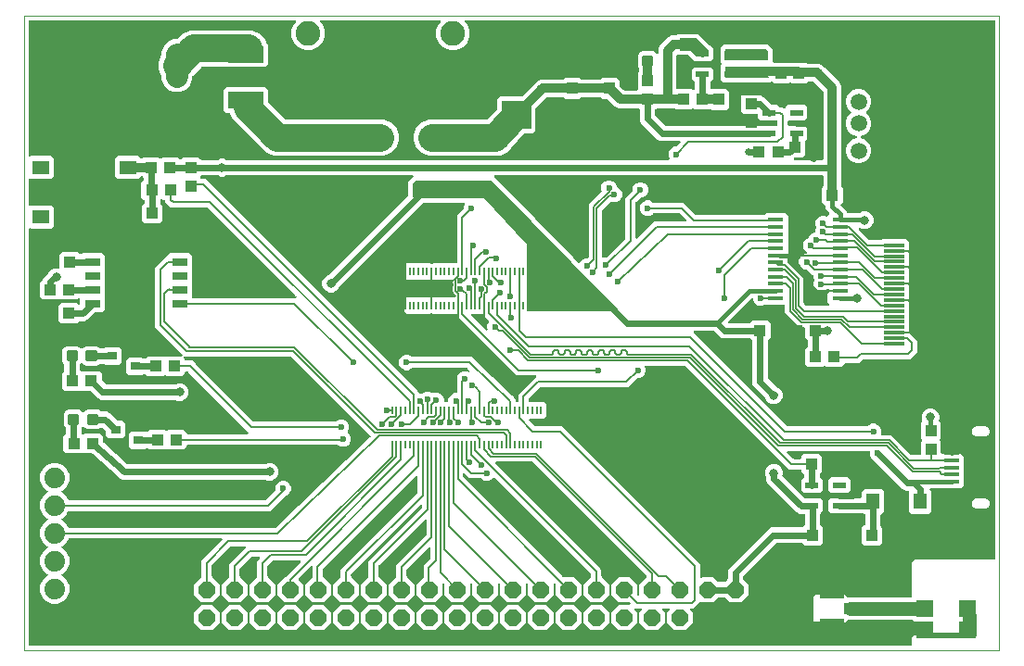
<source format=gtl>
G04 EAGLE Gerber X2 export*
%TF.Part,Single*%
%TF.FileFunction,Other,Top Layer Cooper*%
%TF.FilePolarity,Positive*%
%TF.GenerationSoftware,Autodesk,EAGLE,9.0.0*%
%TF.CreationDate,2018-10-20T03:45:28Z*%
G75*
%MOMM*%
%FSLAX34Y34*%
%LPD*%
%AMOC8*
5,1,8,0,0,1.08239X$1,22.5*%
G01*
%ADD10C,0.000000*%
%ADD11R,0.200000X0.700000*%
%ADD12C,2.000000*%
%ADD13C,2.400000*%
%ADD14C,2.250000*%
%ADD15R,2.700000X2.550000*%
%ADD16R,1.000000X1.100000*%
%ADD17C,0.300000*%
%ADD18R,1.100000X1.000000*%
%ADD19R,1.150000X0.600000*%
%ADD20R,0.900000X0.800000*%
%ADD21R,1.400000X1.600000*%
%ADD22R,1.350000X0.400000*%
%ADD23R,1.900000X1.900000*%
%ADD24R,1.200000X0.600000*%
%ADD25R,1.270000X1.470000*%
%ADD26C,1.879600*%
%ADD27R,1.475000X0.450000*%
%ADD28P,1.649562X8X22.500000*%
%ADD29R,1.450000X0.750000*%
%ADD30R,1.550000X1.300000*%
%ADD31R,2.200000X1.050000*%
%ADD32R,1.050000X1.000000*%
%ADD33R,3.200000X1.500000*%
%ADD34R,2.000000X0.700000*%
%ADD35R,1.900000X0.300000*%
%ADD36C,2.030000*%
%ADD37R,1.540000X1.540000*%
%ADD38C,1.500000*%
%ADD39C,3.580000*%
%ADD40C,0.127000*%
%ADD41C,0.600000*%
%ADD42C,0.609600*%
%ADD43C,0.200000*%
%ADD44C,0.406400*%
%ADD45C,0.812800*%
%ADD46C,0.800000*%
%ADD47C,0.508000*%
%ADD48C,0.654000*%
%ADD49C,2.540000*%
%ADD50C,1.270000*%

G36*
X919306Y144074D02*
X919306Y144074D01*
X919370Y144073D01*
X919445Y144094D01*
X919521Y144105D01*
X919580Y144131D01*
X919642Y144148D01*
X919708Y144189D01*
X919778Y144221D01*
X919827Y144263D01*
X919882Y144296D01*
X919934Y144354D01*
X919992Y144404D01*
X920028Y144458D01*
X920071Y144506D01*
X920104Y144575D01*
X920147Y144640D01*
X920166Y144702D01*
X920194Y144759D01*
X920205Y144829D01*
X920229Y144910D01*
X920230Y144995D01*
X920241Y145064D01*
X920241Y151544D01*
X922622Y153925D01*
X935498Y153925D01*
X935562Y153934D01*
X935626Y153933D01*
X935701Y153954D01*
X935777Y153965D01*
X935836Y153991D01*
X935898Y154008D01*
X935964Y154049D01*
X936034Y154081D01*
X936083Y154123D01*
X936138Y154156D01*
X936190Y154214D01*
X936248Y154264D01*
X936284Y154318D01*
X936327Y154366D01*
X936360Y154435D01*
X936403Y154500D01*
X936422Y154562D01*
X936450Y154619D01*
X936461Y154689D01*
X936485Y154770D01*
X936486Y154855D01*
X936497Y154924D01*
X936497Y165084D01*
X936489Y165145D01*
X936489Y165177D01*
X936489Y165178D01*
X936489Y165212D01*
X936468Y165287D01*
X936457Y165363D01*
X936431Y165422D01*
X936414Y165484D01*
X936373Y165550D01*
X936341Y165620D01*
X936299Y165669D01*
X936266Y165724D01*
X936208Y165776D01*
X936158Y165834D01*
X936104Y165870D01*
X936056Y165913D01*
X935987Y165946D01*
X935922Y165989D01*
X935860Y166008D01*
X935803Y166036D01*
X935733Y166047D01*
X935652Y166071D01*
X935567Y166072D01*
X935498Y166083D01*
X922600Y166083D01*
X921337Y167347D01*
X921260Y167404D01*
X921189Y167469D01*
X921148Y167489D01*
X921111Y167516D01*
X921021Y167550D01*
X920935Y167592D01*
X920893Y167598D01*
X920848Y167615D01*
X920720Y167625D01*
X920630Y167639D01*
X862290Y167639D01*
X862269Y167648D01*
X862260Y167651D01*
X862251Y167655D01*
X862123Y167686D01*
X861996Y167718D01*
X861986Y167718D01*
X861977Y167720D01*
X861845Y167713D01*
X861714Y167709D01*
X861705Y167706D01*
X861695Y167706D01*
X861572Y167663D01*
X861446Y167622D01*
X861438Y167616D01*
X861429Y167613D01*
X861367Y167568D01*
X861213Y167463D01*
X861197Y167444D01*
X861180Y167432D01*
X858684Y164935D01*
X832316Y164935D01*
X829935Y167316D01*
X829935Y188684D01*
X832316Y191065D01*
X858684Y191065D01*
X861104Y188645D01*
X861111Y188639D01*
X861117Y188632D01*
X861224Y188554D01*
X861329Y188476D01*
X861338Y188472D01*
X861346Y188467D01*
X861470Y188423D01*
X861593Y188376D01*
X861603Y188375D01*
X861611Y188372D01*
X861743Y188364D01*
X861874Y188354D01*
X861883Y188356D01*
X861893Y188356D01*
X861968Y188374D01*
X862150Y188412D01*
X862171Y188423D01*
X862193Y188428D01*
X862290Y188469D01*
X919242Y188469D01*
X919306Y188478D01*
X919370Y188477D01*
X919445Y188498D01*
X919521Y188509D01*
X919580Y188535D01*
X919642Y188552D01*
X919708Y188593D01*
X919778Y188625D01*
X919827Y188667D01*
X919882Y188700D01*
X919934Y188758D01*
X919992Y188808D01*
X920028Y188862D01*
X920071Y188910D01*
X920104Y188979D01*
X920147Y189044D01*
X920166Y189106D01*
X920194Y189163D01*
X920205Y189233D01*
X920229Y189314D01*
X920230Y189399D01*
X920241Y189468D01*
X920241Y220378D01*
X922622Y222759D01*
X994936Y222759D01*
X995000Y222768D01*
X995064Y222767D01*
X995139Y222788D01*
X995215Y222799D01*
X995274Y222825D01*
X995336Y222842D01*
X995402Y222883D01*
X995472Y222915D01*
X995521Y222957D01*
X995576Y222990D01*
X995628Y223048D01*
X995686Y223098D01*
X995722Y223152D01*
X995765Y223200D01*
X995798Y223269D01*
X995841Y223334D01*
X995860Y223396D01*
X995888Y223453D01*
X995899Y223523D01*
X995923Y223604D01*
X995924Y223689D01*
X995935Y223758D01*
X995935Y714936D01*
X995926Y715000D01*
X995927Y715064D01*
X995906Y715139D01*
X995895Y715215D01*
X995869Y715274D01*
X995852Y715336D01*
X995811Y715402D01*
X995779Y715472D01*
X995737Y715521D01*
X995704Y715576D01*
X995646Y715628D01*
X995596Y715686D01*
X995542Y715722D01*
X995494Y715765D01*
X995425Y715798D01*
X995360Y715841D01*
X995298Y715860D01*
X995241Y715888D01*
X995171Y715899D01*
X995090Y715923D01*
X995005Y715924D01*
X994936Y715935D01*
X513085Y715935D01*
X513053Y715931D01*
X513021Y715933D01*
X512914Y715911D01*
X512806Y715895D01*
X512777Y715882D01*
X512745Y715876D01*
X512649Y715824D01*
X512549Y715779D01*
X512525Y715758D01*
X512496Y715743D01*
X512418Y715667D01*
X512335Y715596D01*
X512317Y715569D01*
X512294Y715546D01*
X512240Y715451D01*
X512181Y715360D01*
X512171Y715329D01*
X512155Y715301D01*
X512130Y715195D01*
X512098Y715090D01*
X512098Y715058D01*
X512090Y715027D01*
X512096Y714917D01*
X512094Y714808D01*
X512103Y714777D01*
X512105Y714745D01*
X512140Y714642D01*
X512170Y714536D01*
X512187Y714509D01*
X512197Y714478D01*
X512250Y714405D01*
X512318Y714296D01*
X512354Y714264D01*
X512379Y714229D01*
X514133Y712475D01*
X516465Y706846D01*
X516465Y700754D01*
X514133Y695125D01*
X509825Y690817D01*
X504196Y688485D01*
X498104Y688485D01*
X492475Y690817D01*
X488167Y695125D01*
X485835Y700754D01*
X485835Y706846D01*
X488167Y712475D01*
X489921Y714229D01*
X489940Y714255D01*
X489965Y714276D01*
X490025Y714368D01*
X490090Y714455D01*
X490102Y714485D01*
X490119Y714512D01*
X490151Y714617D01*
X490190Y714719D01*
X490192Y714751D01*
X490202Y714782D01*
X490203Y714891D01*
X490212Y715000D01*
X490205Y715032D01*
X490206Y715064D01*
X490176Y715169D01*
X490154Y715276D01*
X490139Y715305D01*
X490130Y715336D01*
X490073Y715429D01*
X490022Y715525D01*
X489999Y715548D01*
X489982Y715576D01*
X489901Y715649D01*
X489825Y715727D01*
X489797Y715743D01*
X489773Y715765D01*
X489675Y715812D01*
X489580Y715866D01*
X489548Y715874D01*
X489519Y715888D01*
X489430Y715902D01*
X489305Y715931D01*
X489257Y715929D01*
X489215Y715935D01*
X380985Y715935D01*
X380953Y715931D01*
X380921Y715933D01*
X380814Y715911D01*
X380706Y715895D01*
X380677Y715882D01*
X380645Y715876D01*
X380549Y715824D01*
X380449Y715779D01*
X380425Y715758D01*
X380396Y715743D01*
X380318Y715667D01*
X380235Y715596D01*
X380217Y715569D01*
X380194Y715546D01*
X380140Y715451D01*
X380081Y715360D01*
X380071Y715329D01*
X380055Y715301D01*
X380030Y715195D01*
X379998Y715090D01*
X379998Y715058D01*
X379990Y715027D01*
X379996Y714917D01*
X379994Y714808D01*
X380003Y714777D01*
X380005Y714745D01*
X380040Y714642D01*
X380070Y714536D01*
X380087Y714509D01*
X380097Y714478D01*
X380150Y714405D01*
X380218Y714296D01*
X380254Y714264D01*
X380279Y714229D01*
X382033Y712475D01*
X384365Y706846D01*
X384365Y700754D01*
X382033Y695125D01*
X377725Y690817D01*
X372096Y688485D01*
X366004Y688485D01*
X360375Y690817D01*
X356067Y695125D01*
X353735Y700754D01*
X353735Y706846D01*
X356067Y712475D01*
X357821Y714229D01*
X357840Y714255D01*
X357865Y714276D01*
X357925Y714368D01*
X357990Y714455D01*
X358002Y714485D01*
X358019Y714512D01*
X358051Y714617D01*
X358090Y714719D01*
X358092Y714751D01*
X358102Y714782D01*
X358103Y714891D01*
X358112Y715000D01*
X358105Y715032D01*
X358106Y715064D01*
X358076Y715169D01*
X358054Y715276D01*
X358039Y715305D01*
X358030Y715336D01*
X357973Y715429D01*
X357922Y715525D01*
X357899Y715548D01*
X357882Y715576D01*
X357801Y715649D01*
X357725Y715727D01*
X357697Y715743D01*
X357673Y715765D01*
X357575Y715812D01*
X357480Y715866D01*
X357448Y715874D01*
X357419Y715888D01*
X357330Y715902D01*
X357205Y715931D01*
X357157Y715929D01*
X357115Y715935D01*
X115064Y715935D01*
X115000Y715926D01*
X114936Y715927D01*
X114861Y715906D01*
X114785Y715895D01*
X114726Y715869D01*
X114664Y715852D01*
X114598Y715811D01*
X114528Y715779D01*
X114479Y715737D01*
X114424Y715704D01*
X114372Y715646D01*
X114314Y715596D01*
X114278Y715542D01*
X114235Y715494D01*
X114202Y715425D01*
X114159Y715360D01*
X114140Y715298D01*
X114112Y715241D01*
X114101Y715171D01*
X114077Y715090D01*
X114076Y715005D01*
X114065Y714936D01*
X114065Y592274D01*
X114069Y592242D01*
X114067Y592209D01*
X114089Y592102D01*
X114105Y591994D01*
X114118Y591965D01*
X114124Y591933D01*
X114176Y591837D01*
X114221Y591737D01*
X114242Y591713D01*
X114257Y591684D01*
X114333Y591606D01*
X114404Y591523D01*
X114431Y591505D01*
X114454Y591482D01*
X114549Y591429D01*
X114640Y591369D01*
X114671Y591359D01*
X114699Y591343D01*
X114805Y591318D01*
X114910Y591286D01*
X114942Y591286D01*
X114974Y591278D01*
X115083Y591284D01*
X115192Y591282D01*
X115223Y591291D01*
X115255Y591293D01*
X115358Y591329D01*
X115464Y591358D01*
X115491Y591375D01*
X115522Y591385D01*
X115595Y591439D01*
X115704Y591506D01*
X115736Y591542D01*
X115771Y591567D01*
X115800Y591597D01*
X134668Y591597D01*
X137049Y589216D01*
X137049Y572848D01*
X134668Y570467D01*
X115800Y570467D01*
X115771Y570497D01*
X115745Y570516D01*
X115724Y570541D01*
X115632Y570601D01*
X115545Y570666D01*
X115515Y570678D01*
X115488Y570695D01*
X115383Y570727D01*
X115281Y570766D01*
X115249Y570768D01*
X115218Y570778D01*
X115109Y570779D01*
X115000Y570788D01*
X114968Y570781D01*
X114936Y570782D01*
X114831Y570752D01*
X114724Y570730D01*
X114695Y570715D01*
X114664Y570706D01*
X114571Y570649D01*
X114475Y570598D01*
X114452Y570575D01*
X114424Y570558D01*
X114351Y570477D01*
X114273Y570401D01*
X114257Y570373D01*
X114235Y570349D01*
X114188Y570251D01*
X114134Y570156D01*
X114126Y570124D01*
X114112Y570095D01*
X114098Y570006D01*
X114069Y569881D01*
X114071Y569833D01*
X114065Y569790D01*
X114065Y547274D01*
X114069Y547242D01*
X114067Y547209D01*
X114089Y547102D01*
X114105Y546994D01*
X114118Y546965D01*
X114124Y546933D01*
X114176Y546837D01*
X114221Y546737D01*
X114242Y546713D01*
X114257Y546684D01*
X114333Y546606D01*
X114404Y546523D01*
X114431Y546505D01*
X114454Y546482D01*
X114549Y546429D01*
X114640Y546369D01*
X114671Y546359D01*
X114699Y546343D01*
X114805Y546318D01*
X114910Y546286D01*
X114942Y546286D01*
X114974Y546278D01*
X115083Y546284D01*
X115192Y546282D01*
X115223Y546291D01*
X115255Y546293D01*
X115358Y546329D01*
X115464Y546358D01*
X115491Y546375D01*
X115522Y546385D01*
X115595Y546439D01*
X115704Y546506D01*
X115736Y546542D01*
X115771Y546567D01*
X115800Y546597D01*
X134668Y546597D01*
X137049Y544216D01*
X137049Y527848D01*
X134668Y525467D01*
X115800Y525467D01*
X115771Y525497D01*
X115745Y525516D01*
X115724Y525541D01*
X115665Y525579D01*
X115634Y525608D01*
X115604Y525622D01*
X115545Y525666D01*
X115515Y525678D01*
X115488Y525695D01*
X115393Y525724D01*
X115380Y525731D01*
X115370Y525732D01*
X115281Y525766D01*
X115249Y525768D01*
X115218Y525778D01*
X115109Y525779D01*
X115000Y525788D01*
X114968Y525781D01*
X114936Y525782D01*
X114831Y525752D01*
X114724Y525730D01*
X114695Y525715D01*
X114664Y525706D01*
X114571Y525649D01*
X114475Y525598D01*
X114452Y525575D01*
X114424Y525558D01*
X114351Y525477D01*
X114273Y525401D01*
X114257Y525373D01*
X114235Y525349D01*
X114188Y525251D01*
X114171Y525220D01*
X114159Y525203D01*
X114157Y525197D01*
X114134Y525156D01*
X114126Y525124D01*
X114112Y525095D01*
X114098Y525006D01*
X114097Y524998D01*
X114077Y524933D01*
X114076Y524913D01*
X114069Y524881D01*
X114071Y524833D01*
X114065Y524790D01*
X114065Y145064D01*
X114074Y145000D01*
X114073Y144936D01*
X114094Y144861D01*
X114105Y144785D01*
X114131Y144726D01*
X114148Y144664D01*
X114189Y144598D01*
X114221Y144528D01*
X114263Y144479D01*
X114296Y144424D01*
X114354Y144372D01*
X114404Y144314D01*
X114458Y144278D01*
X114506Y144235D01*
X114575Y144202D01*
X114640Y144159D01*
X114702Y144140D01*
X114759Y144112D01*
X114829Y144101D01*
X114910Y144077D01*
X114995Y144076D01*
X115064Y144065D01*
X919242Y144065D01*
X919306Y144074D01*
G37*
%LPC*%
G36*
X652660Y158115D02*
X652660Y158115D01*
X645815Y164960D01*
X645815Y174640D01*
X652660Y181485D01*
X662156Y181485D01*
X662189Y181489D01*
X662221Y181487D01*
X662328Y181509D01*
X662436Y181525D01*
X662465Y181538D01*
X662497Y181545D01*
X662593Y181596D01*
X662693Y181641D01*
X662717Y181662D01*
X662746Y181677D01*
X662824Y181753D01*
X662907Y181824D01*
X662925Y181851D01*
X662948Y181874D01*
X663002Y181969D01*
X663061Y182060D01*
X663071Y182091D01*
X663087Y182119D01*
X663112Y182226D01*
X663144Y182330D01*
X663144Y182362D01*
X663152Y182394D01*
X663146Y182503D01*
X663147Y182612D01*
X663139Y182643D01*
X663137Y182676D01*
X663101Y182779D01*
X663072Y182884D01*
X663055Y182911D01*
X663045Y182942D01*
X662991Y183015D01*
X662924Y183124D01*
X662896Y183149D01*
X662892Y183156D01*
X662881Y183165D01*
X662863Y183191D01*
X662831Y183223D01*
X662754Y183280D01*
X662683Y183345D01*
X662642Y183365D01*
X662605Y183392D01*
X662515Y183426D01*
X662429Y183468D01*
X662387Y183474D01*
X662341Y183491D01*
X662214Y183501D01*
X662124Y183515D01*
X652660Y183515D01*
X645815Y190360D01*
X645815Y200040D01*
X652660Y206885D01*
X662340Y206885D01*
X669185Y200040D01*
X669185Y190576D01*
X669198Y190481D01*
X669203Y190385D01*
X669218Y190342D01*
X669225Y190296D01*
X669264Y190209D01*
X669295Y190118D01*
X669321Y190084D01*
X669341Y190039D01*
X669424Y189942D01*
X669477Y189869D01*
X669509Y189837D01*
X669522Y189828D01*
X669524Y189825D01*
X669533Y189819D01*
X669535Y189818D01*
X669556Y189793D01*
X669648Y189733D01*
X669735Y189668D01*
X669765Y189656D01*
X669792Y189639D01*
X669896Y189607D01*
X669998Y189568D01*
X670031Y189566D01*
X670062Y189556D01*
X670171Y189555D01*
X670280Y189546D01*
X670311Y189553D01*
X670344Y189553D01*
X670449Y189582D01*
X670556Y189604D01*
X670584Y189619D01*
X670616Y189628D01*
X670708Y189685D01*
X670805Y189736D01*
X670828Y189759D01*
X670856Y189776D01*
X670929Y189857D01*
X671007Y189933D01*
X671023Y189961D01*
X671045Y189985D01*
X671092Y190083D01*
X671146Y190178D01*
X671154Y190210D01*
X671168Y190239D01*
X671182Y190328D01*
X671211Y190453D01*
X671209Y190501D01*
X671215Y190544D01*
X671215Y200040D01*
X678008Y206832D01*
X678065Y206909D01*
X678130Y206980D01*
X678150Y207021D01*
X678177Y207058D01*
X678211Y207148D01*
X678253Y207234D01*
X678259Y207276D01*
X678276Y207322D01*
X678286Y207449D01*
X678300Y207539D01*
X678300Y207639D01*
X678287Y207734D01*
X678282Y207831D01*
X678267Y207874D01*
X678260Y207919D01*
X678221Y208006D01*
X678189Y208097D01*
X678164Y208131D01*
X678144Y208176D01*
X678061Y208273D01*
X678008Y208346D01*
X574346Y312008D01*
X574269Y312065D01*
X574198Y312130D01*
X574157Y312150D01*
X574120Y312177D01*
X574030Y312211D01*
X573944Y312253D01*
X573902Y312259D01*
X573857Y312276D01*
X573729Y312286D01*
X573639Y312300D01*
X540759Y312300D01*
X540727Y312296D01*
X540694Y312298D01*
X540588Y312276D01*
X540479Y312260D01*
X540450Y312247D01*
X540418Y312241D01*
X540322Y312189D01*
X540222Y312144D01*
X540198Y312123D01*
X540169Y312108D01*
X540091Y312032D01*
X540008Y311961D01*
X539990Y311934D01*
X539967Y311911D01*
X539914Y311816D01*
X539854Y311725D01*
X539844Y311694D01*
X539828Y311666D01*
X539803Y311559D01*
X539771Y311455D01*
X539771Y311423D01*
X539763Y311392D01*
X539769Y311282D01*
X539768Y311173D01*
X539776Y311142D01*
X539778Y311110D01*
X539814Y311007D01*
X539843Y310901D01*
X539860Y310874D01*
X539870Y310843D01*
X539924Y310770D01*
X539991Y310661D01*
X540027Y310629D01*
X540052Y310594D01*
X636800Y213847D01*
X636800Y207439D01*
X636813Y207344D01*
X636818Y207248D01*
X636833Y207205D01*
X636840Y207160D01*
X636879Y207072D01*
X636911Y206981D01*
X636936Y206947D01*
X636956Y206903D01*
X637039Y206805D01*
X637092Y206732D01*
X643785Y200040D01*
X643785Y190360D01*
X636940Y183515D01*
X627260Y183515D01*
X620415Y190360D01*
X620415Y200040D01*
X627108Y206732D01*
X627165Y206809D01*
X627230Y206880D01*
X627250Y206921D01*
X627277Y206958D01*
X627311Y207048D01*
X627353Y207134D01*
X627359Y207176D01*
X627376Y207222D01*
X627386Y207349D01*
X627400Y207439D01*
X627400Y209539D01*
X627387Y209634D01*
X627382Y209731D01*
X627367Y209774D01*
X627360Y209819D01*
X627321Y209906D01*
X627289Y209997D01*
X627264Y210031D01*
X627244Y210076D01*
X627161Y210173D01*
X627108Y210246D01*
X539379Y297975D01*
X539328Y298013D01*
X539283Y298059D01*
X539215Y298097D01*
X539153Y298144D01*
X539093Y298167D01*
X539037Y298198D01*
X538962Y298216D01*
X538889Y298243D01*
X538825Y298248D01*
X538763Y298263D01*
X538685Y298259D01*
X538608Y298265D01*
X538545Y298252D01*
X538481Y298249D01*
X538408Y298224D01*
X538332Y298208D01*
X538275Y298177D01*
X538215Y298156D01*
X538158Y298115D01*
X538083Y298075D01*
X538022Y298016D01*
X537966Y297975D01*
X536002Y296011D01*
X533405Y294935D01*
X530595Y294935D01*
X527998Y296011D01*
X527001Y297008D01*
X526925Y297065D01*
X526853Y297130D01*
X526812Y297150D01*
X526776Y297177D01*
X526686Y297211D01*
X526599Y297253D01*
X526557Y297259D01*
X526512Y297276D01*
X526384Y297286D01*
X526295Y297300D01*
X516053Y297300D01*
X513008Y300346D01*
X512056Y301298D01*
X512030Y301317D01*
X512009Y301342D01*
X511917Y301402D01*
X511830Y301467D01*
X511800Y301479D01*
X511773Y301496D01*
X511668Y301528D01*
X511566Y301567D01*
X511534Y301569D01*
X511503Y301579D01*
X511394Y301580D01*
X511285Y301589D01*
X511253Y301582D01*
X511221Y301582D01*
X511116Y301553D01*
X511009Y301531D01*
X510980Y301516D01*
X510949Y301507D01*
X510856Y301450D01*
X510760Y301399D01*
X510737Y301376D01*
X510709Y301359D01*
X510636Y301278D01*
X510558Y301202D01*
X510542Y301174D01*
X510520Y301150D01*
X510473Y301052D01*
X510419Y300956D01*
X510411Y300925D01*
X510397Y300896D01*
X510383Y300807D01*
X510354Y300682D01*
X510356Y300634D01*
X510350Y300591D01*
X510350Y298611D01*
X510363Y298516D01*
X510368Y298419D01*
X510383Y298376D01*
X510390Y298331D01*
X510429Y298244D01*
X510461Y298153D01*
X510486Y298119D01*
X510506Y298074D01*
X510589Y297977D01*
X510642Y297904D01*
X514104Y294442D01*
X601369Y207177D01*
X601446Y207120D01*
X601517Y207055D01*
X601558Y207035D01*
X601595Y207008D01*
X601685Y206974D01*
X601771Y206932D01*
X601813Y206926D01*
X601858Y206909D01*
X601986Y206899D01*
X602076Y206885D01*
X611540Y206885D01*
X618385Y200040D01*
X618385Y190360D01*
X611540Y183515D01*
X601860Y183515D01*
X595015Y190360D01*
X595015Y199824D01*
X595002Y199919D01*
X594997Y200016D01*
X594982Y200059D01*
X594975Y200104D01*
X594936Y200191D01*
X594904Y200282D01*
X594879Y200316D01*
X594859Y200361D01*
X594776Y200458D01*
X594723Y200531D01*
X594691Y200563D01*
X594678Y200573D01*
X594676Y200575D01*
X594668Y200580D01*
X594665Y200582D01*
X594644Y200607D01*
X594552Y200667D01*
X594465Y200732D01*
X594435Y200744D01*
X594408Y200761D01*
X594303Y200793D01*
X594201Y200832D01*
X594169Y200834D01*
X594138Y200844D01*
X594029Y200845D01*
X593920Y200854D01*
X593888Y200847D01*
X593856Y200847D01*
X593751Y200818D01*
X593644Y200796D01*
X593615Y200781D01*
X593584Y200772D01*
X593491Y200715D01*
X593395Y200664D01*
X593372Y200641D01*
X593344Y200624D01*
X593271Y200543D01*
X593193Y200467D01*
X593177Y200439D01*
X593155Y200415D01*
X593108Y200317D01*
X593054Y200221D01*
X593046Y200190D01*
X593032Y200161D01*
X593018Y200072D01*
X592989Y199947D01*
X592991Y199898D01*
X592985Y199856D01*
X592985Y190360D01*
X586140Y183515D01*
X576460Y183515D01*
X569615Y190360D01*
X569615Y199824D01*
X569602Y199919D01*
X569597Y200016D01*
X569582Y200059D01*
X569575Y200104D01*
X569536Y200191D01*
X569504Y200282D01*
X569479Y200316D01*
X569459Y200361D01*
X569376Y200458D01*
X569323Y200531D01*
X569291Y200563D01*
X569278Y200573D01*
X569276Y200575D01*
X569268Y200580D01*
X569265Y200582D01*
X569244Y200607D01*
X569152Y200667D01*
X569065Y200732D01*
X569035Y200744D01*
X569008Y200761D01*
X568903Y200793D01*
X568801Y200832D01*
X568769Y200834D01*
X568738Y200844D01*
X568629Y200845D01*
X568520Y200854D01*
X568488Y200847D01*
X568456Y200847D01*
X568351Y200818D01*
X568244Y200796D01*
X568215Y200781D01*
X568184Y200772D01*
X568091Y200715D01*
X567995Y200664D01*
X567972Y200641D01*
X567944Y200624D01*
X567871Y200543D01*
X567793Y200467D01*
X567777Y200439D01*
X567755Y200415D01*
X567708Y200317D01*
X567654Y200221D01*
X567646Y200190D01*
X567632Y200161D01*
X567618Y200072D01*
X567589Y199947D01*
X567591Y199898D01*
X567585Y199856D01*
X567585Y190360D01*
X560740Y183515D01*
X551060Y183515D01*
X544215Y190360D01*
X544215Y199824D01*
X544202Y199919D01*
X544197Y200016D01*
X544182Y200059D01*
X544175Y200104D01*
X544136Y200191D01*
X544104Y200282D01*
X544079Y200316D01*
X544059Y200361D01*
X543976Y200458D01*
X543923Y200531D01*
X543891Y200563D01*
X543878Y200573D01*
X543876Y200575D01*
X543868Y200580D01*
X543865Y200582D01*
X543844Y200607D01*
X543752Y200667D01*
X543665Y200732D01*
X543635Y200744D01*
X543608Y200761D01*
X543503Y200793D01*
X543401Y200832D01*
X543369Y200834D01*
X543338Y200844D01*
X543229Y200845D01*
X543120Y200854D01*
X543088Y200847D01*
X543056Y200847D01*
X542951Y200818D01*
X542844Y200796D01*
X542815Y200781D01*
X542784Y200772D01*
X542691Y200715D01*
X542595Y200664D01*
X542572Y200641D01*
X542544Y200624D01*
X542471Y200543D01*
X542393Y200467D01*
X542377Y200439D01*
X542355Y200415D01*
X542308Y200317D01*
X542254Y200221D01*
X542246Y200190D01*
X542232Y200161D01*
X542218Y200072D01*
X542189Y199947D01*
X542191Y199898D01*
X542185Y199856D01*
X542185Y190360D01*
X535340Y183515D01*
X525660Y183515D01*
X518815Y190360D01*
X518815Y199824D01*
X518802Y199919D01*
X518797Y200016D01*
X518782Y200059D01*
X518775Y200104D01*
X518736Y200191D01*
X518704Y200282D01*
X518679Y200316D01*
X518659Y200361D01*
X518576Y200458D01*
X518523Y200531D01*
X518491Y200563D01*
X518478Y200573D01*
X518476Y200575D01*
X518468Y200580D01*
X518465Y200582D01*
X518444Y200607D01*
X518352Y200667D01*
X518265Y200732D01*
X518235Y200744D01*
X518208Y200761D01*
X518103Y200793D01*
X518001Y200832D01*
X517969Y200834D01*
X517938Y200844D01*
X517829Y200845D01*
X517720Y200854D01*
X517688Y200847D01*
X517656Y200847D01*
X517551Y200818D01*
X517444Y200796D01*
X517415Y200781D01*
X517384Y200772D01*
X517291Y200715D01*
X517195Y200664D01*
X517172Y200641D01*
X517144Y200624D01*
X517071Y200543D01*
X516993Y200467D01*
X516977Y200439D01*
X516955Y200415D01*
X516908Y200317D01*
X516854Y200221D01*
X516846Y200190D01*
X516832Y200161D01*
X516818Y200072D01*
X516789Y199947D01*
X516791Y199898D01*
X516785Y199856D01*
X516785Y190360D01*
X509940Y183515D01*
X500260Y183515D01*
X493415Y190360D01*
X493415Y199824D01*
X493402Y199919D01*
X493397Y200016D01*
X493382Y200059D01*
X493375Y200104D01*
X493336Y200191D01*
X493304Y200282D01*
X493279Y200316D01*
X493259Y200361D01*
X493176Y200458D01*
X493123Y200531D01*
X493091Y200563D01*
X493078Y200573D01*
X493076Y200575D01*
X493068Y200580D01*
X493065Y200582D01*
X493044Y200607D01*
X492952Y200667D01*
X492865Y200732D01*
X492835Y200744D01*
X492808Y200761D01*
X492703Y200793D01*
X492601Y200832D01*
X492569Y200834D01*
X492538Y200844D01*
X492429Y200845D01*
X492320Y200854D01*
X492288Y200847D01*
X492256Y200847D01*
X492151Y200818D01*
X492044Y200796D01*
X492015Y200781D01*
X491984Y200772D01*
X491891Y200715D01*
X491795Y200664D01*
X491772Y200641D01*
X491744Y200624D01*
X491671Y200543D01*
X491593Y200467D01*
X491577Y200439D01*
X491555Y200415D01*
X491508Y200317D01*
X491454Y200221D01*
X491446Y200190D01*
X491432Y200161D01*
X491418Y200072D01*
X491389Y199947D01*
X491391Y199898D01*
X491385Y199856D01*
X491385Y190360D01*
X484540Y183515D01*
X474860Y183515D01*
X468015Y190360D01*
X468015Y200040D01*
X474008Y206032D01*
X474065Y206109D01*
X474130Y206180D01*
X474150Y206221D01*
X474177Y206258D01*
X474211Y206348D01*
X474253Y206434D01*
X474259Y206476D01*
X474276Y206522D01*
X474286Y206649D01*
X474300Y206739D01*
X474300Y216947D01*
X480658Y223304D01*
X480675Y223327D01*
X480696Y223345D01*
X480729Y223396D01*
X480780Y223452D01*
X480800Y223493D01*
X480827Y223530D01*
X480841Y223567D01*
X480850Y223581D01*
X480864Y223625D01*
X480903Y223706D01*
X480909Y223748D01*
X480926Y223793D01*
X480930Y223844D01*
X480932Y223851D01*
X480933Y223876D01*
X480936Y223921D01*
X480950Y224011D01*
X480950Y233385D01*
X480946Y233417D01*
X480948Y233450D01*
X480926Y233556D01*
X480910Y233665D01*
X480897Y233694D01*
X480891Y233726D01*
X480839Y233822D01*
X480794Y233922D01*
X480773Y233946D01*
X480758Y233975D01*
X480682Y234053D01*
X480611Y234136D01*
X480584Y234154D01*
X480561Y234177D01*
X480466Y234230D01*
X480375Y234290D01*
X480344Y234300D01*
X480316Y234316D01*
X480209Y234341D01*
X480105Y234373D01*
X480073Y234373D01*
X480042Y234381D01*
X479932Y234375D01*
X479823Y234376D01*
X479792Y234368D01*
X479760Y234366D01*
X479657Y234330D01*
X479551Y234301D01*
X479524Y234284D01*
X479493Y234274D01*
X479420Y234220D01*
X479311Y234153D01*
X479279Y234117D01*
X479244Y234092D01*
X459292Y214140D01*
X459235Y214063D01*
X459170Y213992D01*
X459150Y213951D01*
X459123Y213914D01*
X459089Y213824D01*
X459047Y213738D01*
X459041Y213696D01*
X459024Y213651D01*
X459014Y213523D01*
X459000Y213433D01*
X459000Y207439D01*
X459013Y207344D01*
X459018Y207248D01*
X459033Y207205D01*
X459040Y207160D01*
X459079Y207072D01*
X459111Y206981D01*
X459136Y206947D01*
X459156Y206903D01*
X459239Y206805D01*
X459292Y206732D01*
X465985Y200040D01*
X465985Y190360D01*
X459140Y183515D01*
X449460Y183515D01*
X442615Y190360D01*
X442615Y200040D01*
X449308Y206732D01*
X449365Y206809D01*
X449430Y206880D01*
X449450Y206921D01*
X449477Y206958D01*
X449511Y207048D01*
X449553Y207134D01*
X449559Y207176D01*
X449576Y207222D01*
X449586Y207349D01*
X449600Y207439D01*
X449600Y217741D01*
X476658Y244798D01*
X476715Y244875D01*
X476780Y244946D01*
X476800Y244987D01*
X476827Y245024D01*
X476861Y245114D01*
X476903Y245200D01*
X476909Y245242D01*
X476926Y245287D01*
X476936Y245415D01*
X476950Y245505D01*
X476950Y258595D01*
X476946Y258627D01*
X476948Y258660D01*
X476926Y258766D01*
X476910Y258875D01*
X476897Y258904D01*
X476891Y258936D01*
X476839Y259032D01*
X476794Y259132D01*
X476773Y259156D01*
X476758Y259185D01*
X476682Y259263D01*
X476611Y259346D01*
X476584Y259364D01*
X476561Y259387D01*
X476466Y259440D01*
X476375Y259500D01*
X476344Y259510D01*
X476316Y259526D01*
X476209Y259551D01*
X476105Y259583D01*
X476073Y259583D01*
X476042Y259591D01*
X475932Y259585D01*
X475823Y259586D01*
X475792Y259578D01*
X475760Y259576D01*
X475657Y259540D01*
X475551Y259511D01*
X475524Y259494D01*
X475493Y259484D01*
X475420Y259430D01*
X475311Y259363D01*
X475279Y259327D01*
X475244Y259302D01*
X433744Y217802D01*
X433687Y217725D01*
X433622Y217654D01*
X433602Y217613D01*
X433575Y217576D01*
X433541Y217486D01*
X433499Y217400D01*
X433493Y217358D01*
X433476Y217313D01*
X433466Y217185D01*
X433452Y217095D01*
X433452Y207587D01*
X433465Y207492D01*
X433470Y207396D01*
X433485Y207353D01*
X433492Y207308D01*
X433531Y207220D01*
X433563Y207129D01*
X433588Y207095D01*
X433608Y207051D01*
X433691Y206953D01*
X433744Y206880D01*
X440585Y200040D01*
X440585Y190360D01*
X433740Y183515D01*
X424060Y183515D01*
X417215Y190360D01*
X417215Y200040D01*
X423760Y206584D01*
X423817Y206661D01*
X423882Y206732D01*
X423902Y206773D01*
X423929Y206810D01*
X423963Y206900D01*
X424005Y206986D01*
X424011Y207028D01*
X424028Y207074D01*
X424038Y207201D01*
X424052Y207291D01*
X424052Y221403D01*
X472658Y270008D01*
X472715Y270085D01*
X472780Y270156D01*
X472800Y270197D01*
X472827Y270234D01*
X472861Y270324D01*
X472903Y270410D01*
X472909Y270452D01*
X472926Y270497D01*
X472936Y270625D01*
X472950Y270715D01*
X472950Y271867D01*
X472946Y271899D01*
X472948Y271932D01*
X472926Y272038D01*
X472910Y272147D01*
X472897Y272176D01*
X472891Y272208D01*
X472839Y272304D01*
X472794Y272404D01*
X472773Y272428D01*
X472758Y272457D01*
X472682Y272535D01*
X472611Y272618D01*
X472584Y272636D01*
X472561Y272659D01*
X472466Y272712D01*
X472375Y272772D01*
X472344Y272782D01*
X472316Y272798D01*
X472209Y272823D01*
X472105Y272855D01*
X472073Y272855D01*
X472042Y272863D01*
X471932Y272857D01*
X471823Y272858D01*
X471792Y272850D01*
X471760Y272848D01*
X471657Y272812D01*
X471551Y272783D01*
X471524Y272766D01*
X471493Y272756D01*
X471420Y272702D01*
X471311Y272635D01*
X471279Y272599D01*
X471244Y272574D01*
X408492Y209822D01*
X408435Y209745D01*
X408370Y209674D01*
X408350Y209633D01*
X408323Y209596D01*
X408289Y209506D01*
X408247Y209420D01*
X408241Y209378D01*
X408224Y209333D01*
X408214Y209205D01*
X408200Y209115D01*
X408200Y207439D01*
X408213Y207344D01*
X408218Y207248D01*
X408233Y207205D01*
X408240Y207160D01*
X408279Y207072D01*
X408311Y206981D01*
X408336Y206947D01*
X408356Y206903D01*
X408439Y206805D01*
X408492Y206732D01*
X415185Y200040D01*
X415185Y190360D01*
X408340Y183515D01*
X398660Y183515D01*
X391815Y190360D01*
X391815Y200040D01*
X398508Y206732D01*
X398565Y206809D01*
X398630Y206880D01*
X398650Y206921D01*
X398677Y206958D01*
X398711Y207048D01*
X398753Y207134D01*
X398759Y207176D01*
X398776Y207222D01*
X398786Y207349D01*
X398800Y207439D01*
X398800Y213423D01*
X468658Y283280D01*
X468669Y283295D01*
X468675Y283300D01*
X468689Y283322D01*
X468715Y283357D01*
X468780Y283428D01*
X468800Y283469D01*
X468827Y283506D01*
X468861Y283596D01*
X468903Y283682D01*
X468909Y283724D01*
X468926Y283769D01*
X468936Y283897D01*
X468950Y283987D01*
X468950Y298347D01*
X468946Y298379D01*
X468948Y298412D01*
X468926Y298518D01*
X468910Y298627D01*
X468897Y298656D01*
X468891Y298688D01*
X468839Y298784D01*
X468794Y298884D01*
X468773Y298908D01*
X468758Y298937D01*
X468682Y299015D01*
X468611Y299098D01*
X468584Y299116D01*
X468561Y299139D01*
X468466Y299192D01*
X468375Y299252D01*
X468344Y299262D01*
X468316Y299278D01*
X468209Y299303D01*
X468105Y299335D01*
X468073Y299335D01*
X468042Y299343D01*
X467932Y299337D01*
X467823Y299338D01*
X467792Y299330D01*
X467760Y299328D01*
X467657Y299292D01*
X467551Y299263D01*
X467524Y299246D01*
X467493Y299236D01*
X467420Y299182D01*
X467311Y299115D01*
X467279Y299079D01*
X467244Y299054D01*
X382690Y214500D01*
X382633Y214423D01*
X382568Y214352D01*
X382548Y214311D01*
X382521Y214274D01*
X382487Y214184D01*
X382445Y214098D01*
X382439Y214056D01*
X382422Y214011D01*
X382412Y213883D01*
X382398Y213793D01*
X382398Y207841D01*
X382411Y207746D01*
X382416Y207650D01*
X382431Y207607D01*
X382438Y207562D01*
X382477Y207474D01*
X382509Y207383D01*
X382534Y207349D01*
X382554Y207305D01*
X382637Y207207D01*
X382690Y207134D01*
X389785Y200040D01*
X389785Y190360D01*
X382940Y183515D01*
X373260Y183515D01*
X366415Y190360D01*
X366415Y200040D01*
X372706Y206330D01*
X372719Y206348D01*
X372730Y206358D01*
X372757Y206399D01*
X372763Y206407D01*
X372828Y206478D01*
X372848Y206519D01*
X372875Y206556D01*
X372909Y206646D01*
X372951Y206732D01*
X372957Y206774D01*
X372974Y206820D01*
X372984Y206947D01*
X372998Y207037D01*
X372998Y215857D01*
X372994Y215889D01*
X372996Y215922D01*
X372974Y216028D01*
X372958Y216137D01*
X372945Y216166D01*
X372939Y216198D01*
X372887Y216294D01*
X372842Y216394D01*
X372821Y216418D01*
X372806Y216447D01*
X372730Y216525D01*
X372659Y216608D01*
X372632Y216626D01*
X372609Y216649D01*
X372514Y216702D01*
X372423Y216762D01*
X372392Y216772D01*
X372364Y216788D01*
X372257Y216813D01*
X372153Y216845D01*
X372121Y216845D01*
X372090Y216853D01*
X371980Y216847D01*
X371871Y216848D01*
X371840Y216840D01*
X371808Y216838D01*
X371705Y216802D01*
X371599Y216773D01*
X371572Y216756D01*
X371541Y216746D01*
X371468Y216692D01*
X371359Y216625D01*
X371327Y216589D01*
X371292Y216564D01*
X360283Y205555D01*
X360245Y205503D01*
X360199Y205458D01*
X360160Y205391D01*
X360114Y205329D01*
X360091Y205269D01*
X360059Y205213D01*
X360042Y205138D01*
X360014Y205065D01*
X360009Y205001D01*
X359995Y204939D01*
X359998Y204861D01*
X359993Y204784D01*
X360006Y204721D01*
X360009Y204657D01*
X360034Y204584D01*
X360050Y204508D01*
X360080Y204451D01*
X360101Y204391D01*
X360143Y204334D01*
X360183Y204259D01*
X360242Y204198D01*
X360283Y204142D01*
X364385Y200040D01*
X364385Y190360D01*
X357540Y183515D01*
X347860Y183515D01*
X341015Y190360D01*
X341015Y200040D01*
X347860Y206885D01*
X347906Y206885D01*
X348001Y206898D01*
X348098Y206903D01*
X348141Y206918D01*
X348186Y206925D01*
X348273Y206964D01*
X348364Y206996D01*
X348398Y207021D01*
X348443Y207041D01*
X348540Y207124D01*
X348613Y207177D01*
X362106Y220670D01*
X362125Y220696D01*
X362150Y220717D01*
X362210Y220809D01*
X362275Y220896D01*
X362287Y220926D01*
X362304Y220953D01*
X362336Y221058D01*
X362375Y221160D01*
X362377Y221192D01*
X362387Y221223D01*
X362388Y221332D01*
X362397Y221441D01*
X362390Y221473D01*
X362390Y221505D01*
X362361Y221610D01*
X362339Y221717D01*
X362324Y221746D01*
X362315Y221777D01*
X362258Y221870D01*
X362207Y221966D01*
X362184Y221989D01*
X362167Y222017D01*
X362086Y222090D01*
X362010Y222168D01*
X361982Y222184D01*
X361958Y222206D01*
X361860Y222253D01*
X361764Y222307D01*
X361733Y222315D01*
X361704Y222329D01*
X361615Y222343D01*
X361490Y222372D01*
X361441Y222370D01*
X361399Y222376D01*
X337133Y222376D01*
X337038Y222363D01*
X336941Y222358D01*
X336898Y222343D01*
X336853Y222336D01*
X336766Y222297D01*
X336675Y222265D01*
X336641Y222240D01*
X336596Y222220D01*
X336499Y222137D01*
X336426Y222084D01*
X332292Y217950D01*
X332235Y217873D01*
X332170Y217802D01*
X332150Y217761D01*
X332123Y217724D01*
X332089Y217634D01*
X332047Y217548D01*
X332041Y217506D01*
X332024Y217461D01*
X332014Y217333D01*
X332000Y217243D01*
X332000Y207439D01*
X332013Y207344D01*
X332018Y207248D01*
X332033Y207205D01*
X332040Y207160D01*
X332079Y207072D01*
X332111Y206981D01*
X332136Y206947D01*
X332156Y206903D01*
X332239Y206805D01*
X332292Y206732D01*
X338985Y200040D01*
X338985Y190360D01*
X332140Y183515D01*
X322460Y183515D01*
X315615Y190360D01*
X315615Y200040D01*
X322308Y206732D01*
X322365Y206809D01*
X322430Y206880D01*
X322450Y206921D01*
X322477Y206958D01*
X322511Y207048D01*
X322553Y207134D01*
X322559Y207176D01*
X322576Y207222D01*
X322586Y207349D01*
X322600Y207439D01*
X322600Y221551D01*
X324768Y223718D01*
X324787Y223744D01*
X324812Y223765D01*
X324872Y223857D01*
X324937Y223944D01*
X324949Y223974D01*
X324966Y224001D01*
X324998Y224106D01*
X325037Y224208D01*
X325039Y224240D01*
X325049Y224271D01*
X325050Y224380D01*
X325059Y224489D01*
X325052Y224521D01*
X325052Y224553D01*
X325023Y224658D01*
X325001Y224765D01*
X324986Y224794D01*
X324977Y224825D01*
X324920Y224918D01*
X324869Y225014D01*
X324846Y225037D01*
X324829Y225065D01*
X324748Y225138D01*
X324672Y225216D01*
X324644Y225232D01*
X324620Y225254D01*
X324522Y225301D01*
X324426Y225355D01*
X324395Y225363D01*
X324366Y225377D01*
X324277Y225391D01*
X324152Y225420D01*
X324103Y225418D01*
X324061Y225424D01*
X317575Y225424D01*
X317480Y225411D01*
X317383Y225406D01*
X317340Y225391D01*
X317295Y225384D01*
X317208Y225345D01*
X317117Y225313D01*
X317083Y225288D01*
X317038Y225268D01*
X316941Y225185D01*
X316868Y225132D01*
X306892Y215156D01*
X306835Y215079D01*
X306770Y215008D01*
X306750Y214967D01*
X306723Y214930D01*
X306689Y214840D01*
X306647Y214754D01*
X306641Y214712D01*
X306624Y214667D01*
X306614Y214539D01*
X306600Y214449D01*
X306600Y207439D01*
X306613Y207344D01*
X306618Y207248D01*
X306633Y207205D01*
X306640Y207160D01*
X306679Y207072D01*
X306711Y206981D01*
X306736Y206947D01*
X306756Y206903D01*
X306839Y206805D01*
X306892Y206732D01*
X313585Y200040D01*
X313585Y190360D01*
X306740Y183515D01*
X297060Y183515D01*
X290215Y190360D01*
X290215Y200040D01*
X296908Y206732D01*
X296965Y206809D01*
X297030Y206880D01*
X297050Y206921D01*
X297077Y206958D01*
X297111Y207048D01*
X297153Y207134D01*
X297159Y207176D01*
X297176Y207222D01*
X297186Y207349D01*
X297200Y207439D01*
X297200Y218757D01*
X300246Y221802D01*
X311560Y233116D01*
X311579Y233142D01*
X311604Y233163D01*
X311664Y233255D01*
X311729Y233342D01*
X311741Y233372D01*
X311758Y233399D01*
X311790Y233504D01*
X311829Y233606D01*
X311831Y233638D01*
X311841Y233669D01*
X311842Y233778D01*
X311851Y233887D01*
X311844Y233919D01*
X311844Y233951D01*
X311815Y234056D01*
X311793Y234163D01*
X311778Y234192D01*
X311769Y234223D01*
X311712Y234316D01*
X311661Y234412D01*
X311638Y234435D01*
X311621Y234463D01*
X311540Y234536D01*
X311464Y234614D01*
X311436Y234630D01*
X311412Y234652D01*
X311314Y234699D01*
X311218Y234753D01*
X311187Y234761D01*
X311158Y234775D01*
X311069Y234789D01*
X310944Y234818D01*
X310895Y234816D01*
X310853Y234822D01*
X298525Y234822D01*
X298430Y234809D01*
X298333Y234804D01*
X298290Y234789D01*
X298245Y234782D01*
X298158Y234743D01*
X298067Y234711D01*
X298033Y234686D01*
X297988Y234666D01*
X297891Y234583D01*
X297818Y234530D01*
X281492Y218204D01*
X281435Y218127D01*
X281370Y218056D01*
X281350Y218015D01*
X281323Y217978D01*
X281289Y217888D01*
X281247Y217802D01*
X281241Y217760D01*
X281224Y217715D01*
X281214Y217587D01*
X281200Y217497D01*
X281200Y207439D01*
X281213Y207344D01*
X281218Y207248D01*
X281233Y207205D01*
X281240Y207160D01*
X281279Y207072D01*
X281311Y206981D01*
X281336Y206947D01*
X281356Y206903D01*
X281439Y206805D01*
X281492Y206732D01*
X288185Y200040D01*
X288185Y190360D01*
X281340Y183515D01*
X271660Y183515D01*
X264815Y190360D01*
X264815Y200040D01*
X271508Y206732D01*
X271565Y206809D01*
X271630Y206880D01*
X271650Y206921D01*
X271677Y206958D01*
X271711Y207048D01*
X271753Y207134D01*
X271759Y207176D01*
X271776Y207222D01*
X271786Y207349D01*
X271800Y207439D01*
X271800Y221805D01*
X274846Y224850D01*
X290490Y240494D01*
X290509Y240520D01*
X290534Y240541D01*
X290594Y240633D01*
X290659Y240720D01*
X290671Y240750D01*
X290688Y240777D01*
X290720Y240882D01*
X290759Y240984D01*
X290761Y241016D01*
X290771Y241047D01*
X290772Y241156D01*
X290781Y241265D01*
X290774Y241297D01*
X290774Y241329D01*
X290745Y241434D01*
X290723Y241541D01*
X290708Y241570D01*
X290699Y241601D01*
X290642Y241694D01*
X290591Y241790D01*
X290568Y241813D01*
X290551Y241841D01*
X290470Y241914D01*
X290394Y241992D01*
X290366Y242008D01*
X290342Y242030D01*
X290244Y242077D01*
X290148Y242131D01*
X290117Y242139D01*
X290088Y242153D01*
X289999Y242167D01*
X289874Y242196D01*
X289825Y242194D01*
X289783Y242200D01*
X150993Y242200D01*
X150984Y242199D01*
X150974Y242200D01*
X150844Y242179D01*
X150714Y242160D01*
X150705Y242157D01*
X150696Y242155D01*
X150576Y242098D01*
X150457Y242044D01*
X150450Y242038D01*
X150441Y242034D01*
X150342Y241946D01*
X150242Y241861D01*
X150237Y241853D01*
X150230Y241847D01*
X150190Y241781D01*
X150088Y241625D01*
X150081Y241602D01*
X150070Y241583D01*
X149113Y239274D01*
X145326Y235487D01*
X144448Y235123D01*
X144420Y235107D01*
X144390Y235097D01*
X144299Y235035D01*
X144205Y234980D01*
X144183Y234956D01*
X144157Y234938D01*
X144087Y234854D01*
X144012Y234774D01*
X143998Y234745D01*
X143977Y234720D01*
X143934Y234620D01*
X143885Y234522D01*
X143879Y234491D01*
X143866Y234461D01*
X143853Y234353D01*
X143832Y234245D01*
X143835Y234213D01*
X143831Y234181D01*
X143849Y234073D01*
X143859Y233965D01*
X143871Y233935D01*
X143876Y233903D01*
X143923Y233804D01*
X143964Y233703D01*
X143984Y233677D01*
X143997Y233648D01*
X144070Y233566D01*
X144137Y233480D01*
X144163Y233461D01*
X144185Y233437D01*
X144262Y233390D01*
X144366Y233315D01*
X144412Y233299D01*
X144448Y233277D01*
X145326Y232913D01*
X149113Y229126D01*
X151163Y224178D01*
X151163Y218822D01*
X149113Y213874D01*
X145326Y210087D01*
X144448Y209723D01*
X144420Y209707D01*
X144390Y209697D01*
X144299Y209635D01*
X144205Y209580D01*
X144183Y209556D01*
X144157Y209538D01*
X144087Y209454D01*
X144012Y209374D01*
X143998Y209345D01*
X143977Y209320D01*
X143934Y209220D01*
X143885Y209122D01*
X143879Y209091D01*
X143866Y209061D01*
X143853Y208953D01*
X143832Y208845D01*
X143835Y208813D01*
X143831Y208781D01*
X143849Y208673D01*
X143859Y208565D01*
X143871Y208535D01*
X143876Y208503D01*
X143923Y208404D01*
X143964Y208303D01*
X143984Y208277D01*
X143997Y208248D01*
X144070Y208166D01*
X144137Y208080D01*
X144163Y208061D01*
X144185Y208037D01*
X144262Y207990D01*
X144366Y207915D01*
X144412Y207899D01*
X144448Y207877D01*
X145326Y207513D01*
X149113Y203726D01*
X151163Y198778D01*
X151163Y193422D01*
X149113Y188474D01*
X145326Y184687D01*
X140378Y182637D01*
X135022Y182637D01*
X130074Y184687D01*
X126287Y188474D01*
X124237Y193422D01*
X124237Y198778D01*
X126287Y203726D01*
X130074Y207513D01*
X130952Y207877D01*
X130980Y207893D01*
X131010Y207903D01*
X131100Y207965D01*
X131195Y208020D01*
X131217Y208044D01*
X131243Y208062D01*
X131313Y208146D01*
X131388Y208226D01*
X131402Y208255D01*
X131423Y208280D01*
X131466Y208380D01*
X131515Y208478D01*
X131521Y208509D01*
X131534Y208539D01*
X131547Y208647D01*
X131568Y208755D01*
X131565Y208787D01*
X131569Y208819D01*
X131551Y208927D01*
X131541Y209035D01*
X131529Y209065D01*
X131524Y209097D01*
X131477Y209196D01*
X131436Y209297D01*
X131416Y209323D01*
X131403Y209352D01*
X131330Y209434D01*
X131263Y209520D01*
X131237Y209539D01*
X131215Y209563D01*
X131138Y209610D01*
X131034Y209685D01*
X130988Y209701D01*
X130952Y209723D01*
X130074Y210087D01*
X126287Y213874D01*
X124237Y218822D01*
X124237Y224178D01*
X126287Y229126D01*
X130074Y232913D01*
X130952Y233277D01*
X130980Y233293D01*
X131010Y233303D01*
X131100Y233365D01*
X131195Y233420D01*
X131217Y233444D01*
X131243Y233462D01*
X131313Y233546D01*
X131388Y233626D01*
X131402Y233655D01*
X131423Y233680D01*
X131466Y233780D01*
X131515Y233878D01*
X131521Y233909D01*
X131534Y233939D01*
X131547Y234047D01*
X131568Y234155D01*
X131565Y234187D01*
X131569Y234219D01*
X131551Y234327D01*
X131541Y234435D01*
X131529Y234465D01*
X131524Y234497D01*
X131477Y234596D01*
X131436Y234697D01*
X131416Y234723D01*
X131403Y234752D01*
X131330Y234834D01*
X131263Y234920D01*
X131237Y234939D01*
X131215Y234963D01*
X131138Y235010D01*
X131034Y235085D01*
X130988Y235101D01*
X130952Y235123D01*
X130074Y235487D01*
X126287Y239274D01*
X124237Y244222D01*
X124237Y249578D01*
X126287Y254526D01*
X130074Y258313D01*
X130952Y258677D01*
X130980Y258693D01*
X131010Y258703D01*
X131100Y258765D01*
X131195Y258820D01*
X131217Y258844D01*
X131243Y258862D01*
X131313Y258946D01*
X131388Y259026D01*
X131402Y259055D01*
X131423Y259080D01*
X131466Y259180D01*
X131515Y259278D01*
X131521Y259309D01*
X131534Y259339D01*
X131547Y259447D01*
X131568Y259555D01*
X131565Y259587D01*
X131569Y259619D01*
X131551Y259727D01*
X131541Y259835D01*
X131529Y259865D01*
X131524Y259897D01*
X131477Y259996D01*
X131436Y260097D01*
X131416Y260123D01*
X131403Y260152D01*
X131330Y260234D01*
X131263Y260320D01*
X131237Y260339D01*
X131215Y260363D01*
X131138Y260410D01*
X131034Y260485D01*
X130988Y260501D01*
X130952Y260523D01*
X130074Y260887D01*
X126287Y264674D01*
X124237Y269622D01*
X124237Y274978D01*
X126287Y279926D01*
X130074Y283713D01*
X130952Y284077D01*
X130980Y284093D01*
X131010Y284103D01*
X131100Y284165D01*
X131195Y284220D01*
X131217Y284244D01*
X131243Y284262D01*
X131313Y284346D01*
X131388Y284426D01*
X131402Y284455D01*
X131423Y284480D01*
X131466Y284580D01*
X131515Y284678D01*
X131521Y284709D01*
X131534Y284739D01*
X131547Y284847D01*
X131568Y284955D01*
X131565Y284987D01*
X131569Y285019D01*
X131551Y285127D01*
X131541Y285235D01*
X131529Y285265D01*
X131524Y285297D01*
X131477Y285396D01*
X131436Y285497D01*
X131416Y285523D01*
X131403Y285552D01*
X131330Y285634D01*
X131263Y285720D01*
X131237Y285739D01*
X131215Y285763D01*
X131138Y285810D01*
X131034Y285885D01*
X130988Y285901D01*
X130952Y285923D01*
X130074Y286287D01*
X126287Y290074D01*
X124237Y295022D01*
X124237Y300378D01*
X126287Y305326D01*
X130074Y309113D01*
X135022Y311163D01*
X140378Y311163D01*
X145326Y309113D01*
X149113Y305326D01*
X151163Y300378D01*
X151163Y295022D01*
X149113Y290074D01*
X145326Y286287D01*
X144448Y285923D01*
X144420Y285907D01*
X144390Y285897D01*
X144299Y285835D01*
X144205Y285780D01*
X144183Y285756D01*
X144157Y285738D01*
X144087Y285654D01*
X144012Y285574D01*
X143998Y285545D01*
X143977Y285520D01*
X143934Y285420D01*
X143885Y285322D01*
X143879Y285291D01*
X143866Y285261D01*
X143853Y285153D01*
X143832Y285045D01*
X143835Y285013D01*
X143831Y284981D01*
X143849Y284873D01*
X143859Y284765D01*
X143871Y284735D01*
X143876Y284703D01*
X143923Y284604D01*
X143964Y284503D01*
X143984Y284477D01*
X143997Y284448D01*
X144070Y284366D01*
X144137Y284280D01*
X144163Y284261D01*
X144185Y284237D01*
X144262Y284190D01*
X144366Y284115D01*
X144412Y284099D01*
X144448Y284077D01*
X145326Y283713D01*
X149113Y279926D01*
X149924Y277970D01*
X149928Y277961D01*
X149931Y277952D01*
X150000Y277840D01*
X150067Y277727D01*
X150074Y277720D01*
X150079Y277712D01*
X150177Y277624D01*
X150273Y277534D01*
X150281Y277530D01*
X150288Y277523D01*
X150407Y277466D01*
X150524Y277406D01*
X150534Y277404D01*
X150542Y277400D01*
X150618Y277388D01*
X150801Y277354D01*
X150825Y277356D01*
X150847Y277353D01*
X330228Y277353D01*
X330323Y277366D01*
X330419Y277371D01*
X330462Y277386D01*
X330507Y277393D01*
X330595Y277432D01*
X330686Y277464D01*
X330720Y277489D01*
X330764Y277509D01*
X330862Y277592D01*
X330935Y277645D01*
X338955Y285665D01*
X339012Y285742D01*
X339077Y285813D01*
X339097Y285854D01*
X339124Y285891D01*
X339158Y285981D01*
X339200Y286067D01*
X339206Y286109D01*
X339223Y286155D01*
X339233Y286282D01*
X339247Y286372D01*
X339247Y289211D01*
X340323Y291808D01*
X342310Y293795D01*
X344907Y294871D01*
X347717Y294871D01*
X350314Y293795D01*
X352301Y291808D01*
X353377Y289211D01*
X353377Y286401D01*
X352301Y283804D01*
X350314Y281817D01*
X348991Y281269D01*
X348955Y281248D01*
X348916Y281234D01*
X348846Y281183D01*
X348748Y281125D01*
X348708Y281082D01*
X348667Y281052D01*
X334838Y267223D01*
X150837Y267223D01*
X150827Y267222D01*
X150818Y267223D01*
X150688Y267202D01*
X150558Y267183D01*
X150549Y267180D01*
X150540Y267178D01*
X150420Y267121D01*
X150301Y267067D01*
X150293Y267061D01*
X150285Y267057D01*
X150186Y266969D01*
X150086Y266884D01*
X150081Y266876D01*
X150074Y266870D01*
X150034Y266804D01*
X149932Y266648D01*
X149925Y266625D01*
X149914Y266606D01*
X149113Y264674D01*
X145326Y260887D01*
X144448Y260523D01*
X144420Y260507D01*
X144390Y260497D01*
X144299Y260435D01*
X144205Y260380D01*
X144183Y260356D01*
X144157Y260338D01*
X144087Y260254D01*
X144012Y260174D01*
X143998Y260145D01*
X143977Y260120D01*
X143934Y260020D01*
X143885Y259922D01*
X143879Y259891D01*
X143866Y259861D01*
X143853Y259753D01*
X143832Y259645D01*
X143835Y259613D01*
X143831Y259581D01*
X143849Y259473D01*
X143859Y259365D01*
X143871Y259335D01*
X143876Y259303D01*
X143923Y259204D01*
X143964Y259103D01*
X143984Y259077D01*
X143997Y259048D01*
X144070Y258966D01*
X144137Y258880D01*
X144163Y258861D01*
X144185Y258837D01*
X144262Y258790D01*
X144366Y258715D01*
X144412Y258699D01*
X144448Y258677D01*
X145326Y258313D01*
X149113Y254526D01*
X150070Y252217D01*
X150075Y252208D01*
X150077Y252199D01*
X150146Y252087D01*
X150213Y251974D01*
X150220Y251967D01*
X150225Y251959D01*
X150323Y251871D01*
X150419Y251781D01*
X150427Y251777D01*
X150435Y251770D01*
X150553Y251713D01*
X150670Y251653D01*
X150680Y251651D01*
X150688Y251647D01*
X150764Y251635D01*
X150948Y251601D01*
X150972Y251603D01*
X150993Y251600D01*
X338612Y251600D01*
X338697Y251612D01*
X338782Y251614D01*
X338836Y251632D01*
X338892Y251640D01*
X338969Y251675D01*
X339050Y251701D01*
X339093Y251731D01*
X339149Y251756D01*
X339233Y251828D01*
X339303Y251877D01*
X425730Y334587D01*
X425776Y334646D01*
X425830Y334699D01*
X425863Y334757D01*
X425904Y334809D01*
X425932Y334879D01*
X425969Y334944D01*
X425985Y335009D01*
X426010Y335071D01*
X426017Y335145D01*
X426034Y335219D01*
X426031Y335285D01*
X426038Y335351D01*
X426024Y335425D01*
X426020Y335500D01*
X425998Y335563D01*
X425986Y335629D01*
X425952Y335696D01*
X425927Y335767D01*
X425891Y335816D01*
X425859Y335880D01*
X425792Y335952D01*
X425746Y336016D01*
X353496Y408266D01*
X353419Y408323D01*
X353348Y408388D01*
X353307Y408408D01*
X353270Y408435D01*
X353180Y408469D01*
X353094Y408511D01*
X353052Y408517D01*
X353006Y408534D01*
X352879Y408544D01*
X352789Y408558D01*
X256397Y408558D01*
X256365Y408554D01*
X256332Y408556D01*
X256225Y408534D01*
X256117Y408518D01*
X256088Y408505D01*
X256056Y408499D01*
X255960Y408447D01*
X255860Y408402D01*
X255836Y408381D01*
X255807Y408366D01*
X255729Y408290D01*
X255646Y408219D01*
X255628Y408192D01*
X255605Y408169D01*
X255552Y408074D01*
X255492Y407983D01*
X255482Y407952D01*
X255466Y407924D01*
X255441Y407818D01*
X255409Y407713D01*
X255409Y407681D01*
X255401Y407650D01*
X255407Y407540D01*
X255405Y407431D01*
X255414Y407400D01*
X255416Y407368D01*
X255451Y407265D01*
X255481Y407159D01*
X255498Y407132D01*
X255508Y407101D01*
X255562Y407028D01*
X255629Y406919D01*
X255665Y406887D01*
X255690Y406852D01*
X256317Y406226D01*
X256317Y405606D01*
X256326Y405542D01*
X256325Y405478D01*
X256346Y405403D01*
X256357Y405327D01*
X256383Y405268D01*
X256400Y405206D01*
X256441Y405140D01*
X256473Y405070D01*
X256515Y405021D01*
X256548Y404966D01*
X256606Y404914D01*
X256656Y404856D01*
X256710Y404820D01*
X256758Y404777D01*
X256827Y404744D01*
X256892Y404701D01*
X256954Y404682D01*
X257011Y404654D01*
X257081Y404643D01*
X257162Y404619D01*
X257247Y404618D01*
X257316Y404607D01*
X263464Y404607D01*
X266723Y401347D01*
X318797Y349273D01*
X318874Y349216D01*
X318945Y349151D01*
X318986Y349131D01*
X319023Y349104D01*
X319113Y349070D01*
X319199Y349028D01*
X319241Y349022D01*
X319287Y349005D01*
X319414Y348995D01*
X319504Y348981D01*
X393948Y348981D01*
X394043Y348994D01*
X394139Y348999D01*
X394182Y349014D01*
X394227Y349021D01*
X394314Y349060D01*
X394405Y349092D01*
X394440Y349117D01*
X394484Y349137D01*
X394581Y349220D01*
X394654Y349273D01*
X395286Y349905D01*
X397883Y350981D01*
X400693Y350981D01*
X403290Y349905D01*
X405277Y347918D01*
X406353Y345321D01*
X406353Y342511D01*
X405244Y339835D01*
X405214Y339795D01*
X405192Y339735D01*
X405160Y339679D01*
X405142Y339604D01*
X405115Y339531D01*
X405110Y339467D01*
X405095Y339404D01*
X405099Y339327D01*
X405093Y339250D01*
X405106Y339187D01*
X405109Y339123D01*
X405135Y339050D01*
X405151Y338974D01*
X405181Y338917D01*
X405202Y338856D01*
X405243Y338800D01*
X405283Y338725D01*
X405342Y338664D01*
X405384Y338607D01*
X406989Y337002D01*
X408065Y334405D01*
X408065Y331595D01*
X406989Y328998D01*
X405002Y327011D01*
X402405Y325935D01*
X399595Y325935D01*
X396998Y327011D01*
X396866Y327143D01*
X396790Y327200D01*
X396718Y327265D01*
X396677Y327285D01*
X396641Y327312D01*
X396551Y327346D01*
X396464Y327388D01*
X396422Y327394D01*
X396377Y327411D01*
X396249Y327421D01*
X396160Y327435D01*
X258864Y327435D01*
X258800Y327426D01*
X258736Y327427D01*
X258661Y327406D01*
X258585Y327395D01*
X258526Y327369D01*
X258464Y327352D01*
X258398Y327311D01*
X258328Y327279D01*
X258279Y327237D01*
X258224Y327204D01*
X258172Y327146D01*
X258114Y327096D01*
X258078Y327042D01*
X258035Y326994D01*
X258002Y326925D01*
X257959Y326860D01*
X257940Y326798D01*
X257912Y326741D01*
X257901Y326671D01*
X257877Y326590D01*
X257876Y326505D01*
X257865Y326436D01*
X257865Y325816D01*
X255484Y323435D01*
X241116Y323435D01*
X240507Y324045D01*
X240455Y324084D01*
X240410Y324130D01*
X240343Y324168D01*
X240281Y324214D01*
X240221Y324237D01*
X240165Y324269D01*
X240090Y324287D01*
X240017Y324314D01*
X239953Y324319D01*
X239890Y324334D01*
X239813Y324330D01*
X239736Y324336D01*
X239673Y324323D01*
X239609Y324319D01*
X239536Y324294D01*
X239460Y324278D01*
X239403Y324248D01*
X239342Y324227D01*
X239286Y324185D01*
X239211Y324146D01*
X239150Y324086D01*
X239093Y324045D01*
X238484Y323435D01*
X224116Y323435D01*
X222957Y324595D01*
X222880Y324652D01*
X222809Y324717D01*
X222768Y324737D01*
X222731Y324764D01*
X222641Y324798D01*
X222555Y324840D01*
X222513Y324846D01*
X222468Y324863D01*
X222340Y324873D01*
X222250Y324887D01*
X221750Y324887D01*
X221655Y324874D01*
X221558Y324869D01*
X221515Y324854D01*
X221470Y324847D01*
X221383Y324808D01*
X221292Y324776D01*
X221258Y324751D01*
X221213Y324731D01*
X221116Y324648D01*
X221043Y324595D01*
X220384Y323935D01*
X208016Y323935D01*
X205635Y326316D01*
X205635Y337684D01*
X208016Y340065D01*
X220384Y340065D01*
X220793Y339655D01*
X220845Y339616D01*
X220890Y339570D01*
X220957Y339532D01*
X221019Y339486D01*
X221079Y339463D01*
X221135Y339431D01*
X221210Y339413D01*
X221283Y339386D01*
X221347Y339381D01*
X221409Y339366D01*
X221487Y339370D01*
X221564Y339364D01*
X221627Y339377D01*
X221691Y339381D01*
X221764Y339406D01*
X221840Y339422D01*
X221897Y339452D01*
X221958Y339473D01*
X222014Y339515D01*
X222089Y339554D01*
X222150Y339614D01*
X222207Y339655D01*
X224116Y341565D01*
X238484Y341565D01*
X239093Y340955D01*
X239145Y340916D01*
X239190Y340870D01*
X239257Y340832D01*
X239319Y340786D01*
X239379Y340763D01*
X239435Y340731D01*
X239510Y340713D01*
X239583Y340686D01*
X239647Y340681D01*
X239709Y340666D01*
X239787Y340670D01*
X239864Y340664D01*
X239927Y340677D01*
X239991Y340681D01*
X240064Y340706D01*
X240140Y340722D01*
X240197Y340752D01*
X240258Y340773D01*
X240314Y340815D01*
X240389Y340854D01*
X240450Y340914D01*
X240507Y340955D01*
X241116Y341565D01*
X255484Y341565D01*
X257865Y339184D01*
X257865Y338564D01*
X257874Y338500D01*
X257873Y338436D01*
X257894Y338361D01*
X257905Y338285D01*
X257931Y338226D01*
X257948Y338164D01*
X257989Y338098D01*
X258021Y338028D01*
X258063Y337979D01*
X258096Y337924D01*
X258154Y337872D01*
X258204Y337814D01*
X258258Y337778D01*
X258306Y337735D01*
X258375Y337702D01*
X258440Y337659D01*
X258502Y337640D01*
X258559Y337612D01*
X258629Y337601D01*
X258710Y337577D01*
X258795Y337576D01*
X258864Y337565D01*
X313768Y337565D01*
X313800Y337569D01*
X313832Y337567D01*
X313939Y337589D01*
X314047Y337605D01*
X314077Y337618D01*
X314108Y337624D01*
X314205Y337676D01*
X314304Y337721D01*
X314329Y337742D01*
X314357Y337757D01*
X314436Y337833D01*
X314519Y337904D01*
X314536Y337931D01*
X314559Y337954D01*
X314613Y338049D01*
X314673Y338140D01*
X314683Y338171D01*
X314698Y338199D01*
X314724Y338306D01*
X314756Y338410D01*
X314756Y338442D01*
X314763Y338473D01*
X314758Y338583D01*
X314759Y338692D01*
X314751Y338723D01*
X314749Y338755D01*
X314713Y338858D01*
X314684Y338964D01*
X314667Y338991D01*
X314657Y339022D01*
X314603Y339095D01*
X314536Y339204D01*
X314500Y339236D01*
X314475Y339271D01*
X259561Y394185D01*
X259484Y394242D01*
X259413Y394307D01*
X259372Y394327D01*
X259335Y394354D01*
X259245Y394388D01*
X259159Y394430D01*
X259117Y394436D01*
X259071Y394453D01*
X258944Y394463D01*
X258854Y394477D01*
X257316Y394477D01*
X257252Y394468D01*
X257188Y394469D01*
X257113Y394448D01*
X257037Y394437D01*
X256978Y394411D01*
X256916Y394394D01*
X256850Y394353D01*
X256780Y394321D01*
X256731Y394279D01*
X256676Y394246D01*
X256624Y394188D01*
X256566Y394138D01*
X256530Y394084D01*
X256487Y394036D01*
X256454Y393967D01*
X256411Y393902D01*
X256392Y393840D01*
X256364Y393783D01*
X256353Y393713D01*
X256329Y393632D01*
X256328Y393547D01*
X256317Y393478D01*
X256317Y392858D01*
X253936Y390477D01*
X239568Y390477D01*
X238959Y391087D01*
X238907Y391126D01*
X238862Y391172D01*
X238795Y391210D01*
X238733Y391256D01*
X238673Y391279D01*
X238617Y391311D01*
X238542Y391329D01*
X238469Y391356D01*
X238405Y391361D01*
X238342Y391376D01*
X238265Y391372D01*
X238188Y391378D01*
X238125Y391365D01*
X238061Y391361D01*
X237988Y391336D01*
X237912Y391320D01*
X237855Y391290D01*
X237794Y391269D01*
X237738Y391227D01*
X237663Y391188D01*
X237602Y391128D01*
X237545Y391087D01*
X236936Y390477D01*
X222568Y390477D01*
X221011Y392035D01*
X220934Y392092D01*
X220863Y392157D01*
X220822Y392177D01*
X220785Y392204D01*
X220695Y392238D01*
X220609Y392280D01*
X220567Y392286D01*
X220522Y392303D01*
X220394Y392313D01*
X220304Y392327D01*
X218972Y392327D01*
X218877Y392314D01*
X218780Y392309D01*
X218737Y392294D01*
X218692Y392287D01*
X218605Y392248D01*
X218514Y392216D01*
X218480Y392191D01*
X218435Y392171D01*
X218338Y392088D01*
X218265Y392035D01*
X217606Y391375D01*
X205238Y391375D01*
X202857Y393756D01*
X202857Y405124D01*
X205238Y407505D01*
X217606Y407505D01*
X218265Y406845D01*
X218342Y406788D01*
X218413Y406723D01*
X218454Y406703D01*
X218491Y406676D01*
X218581Y406642D01*
X218667Y406600D01*
X218709Y406594D01*
X218754Y406577D01*
X218882Y406567D01*
X218972Y406553D01*
X220100Y406553D01*
X220195Y406566D01*
X220292Y406571D01*
X220335Y406586D01*
X220380Y406593D01*
X220467Y406632D01*
X220558Y406664D01*
X220592Y406689D01*
X220637Y406709D01*
X220734Y406792D01*
X220807Y406845D01*
X222568Y408607D01*
X236936Y408607D01*
X237545Y407997D01*
X237597Y407958D01*
X237642Y407912D01*
X237709Y407874D01*
X237771Y407828D01*
X237831Y407805D01*
X237887Y407773D01*
X237962Y407755D01*
X238035Y407728D01*
X238099Y407723D01*
X238161Y407708D01*
X238239Y407712D01*
X238316Y407706D01*
X238379Y407719D01*
X238443Y407723D01*
X238516Y407748D01*
X238592Y407764D01*
X238649Y407794D01*
X238710Y407815D01*
X238766Y407857D01*
X238841Y407896D01*
X238902Y407956D01*
X238959Y407997D01*
X239568Y408607D01*
X253656Y408607D01*
X253688Y408611D01*
X253721Y408609D01*
X253827Y408631D01*
X253936Y408647D01*
X253965Y408660D01*
X253997Y408666D01*
X254093Y408718D01*
X254193Y408763D01*
X254217Y408784D01*
X254246Y408799D01*
X254324Y408875D01*
X254407Y408946D01*
X254425Y408973D01*
X254448Y408996D01*
X254501Y409091D01*
X254561Y409182D01*
X254571Y409213D01*
X254587Y409241D01*
X254612Y409348D01*
X254644Y409452D01*
X254644Y409484D01*
X254652Y409515D01*
X254646Y409625D01*
X254647Y409734D01*
X254639Y409765D01*
X254637Y409797D01*
X254601Y409900D01*
X254572Y410006D01*
X254555Y410033D01*
X254545Y410064D01*
X254491Y410137D01*
X254424Y410246D01*
X254388Y410278D01*
X254363Y410313D01*
X232346Y432330D01*
X229300Y435375D01*
X229300Y489813D01*
X232346Y492858D01*
X236008Y496520D01*
X239053Y499566D01*
X239436Y499566D01*
X239500Y499575D01*
X239564Y499574D01*
X239639Y499595D01*
X239715Y499606D01*
X239774Y499632D01*
X239836Y499649D01*
X239902Y499690D01*
X239972Y499722D01*
X240021Y499764D01*
X240076Y499797D01*
X240128Y499855D01*
X240186Y499905D01*
X240222Y499959D01*
X240265Y500007D01*
X240298Y500076D01*
X240341Y500141D01*
X240360Y500203D01*
X240388Y500260D01*
X240395Y500310D01*
X242816Y502731D01*
X260684Y502731D01*
X263065Y500350D01*
X263065Y489482D01*
X262855Y489273D01*
X262816Y489221D01*
X262770Y489176D01*
X262732Y489109D01*
X262686Y489047D01*
X262663Y488987D01*
X262631Y488931D01*
X262614Y488856D01*
X262586Y488783D01*
X262581Y488719D01*
X262566Y488656D01*
X262570Y488579D01*
X262564Y488502D01*
X262577Y488439D01*
X262581Y488375D01*
X262606Y488302D01*
X262622Y488226D01*
X262652Y488169D01*
X262673Y488108D01*
X262715Y488052D01*
X262754Y487977D01*
X262814Y487916D01*
X262855Y487859D01*
X263065Y487650D01*
X263065Y476782D01*
X262855Y476573D01*
X262816Y476521D01*
X262770Y476476D01*
X262732Y476409D01*
X262686Y476347D01*
X262663Y476287D01*
X262631Y476231D01*
X262614Y476156D01*
X262586Y476083D01*
X262581Y476019D01*
X262566Y475956D01*
X262570Y475879D01*
X262564Y475802D01*
X262577Y475739D01*
X262581Y475675D01*
X262606Y475602D01*
X262622Y475526D01*
X262652Y475469D01*
X262673Y475408D01*
X262715Y475352D01*
X262754Y475277D01*
X262814Y475216D01*
X262855Y475159D01*
X263065Y474950D01*
X263065Y464082D01*
X262855Y463873D01*
X262816Y463821D01*
X262770Y463776D01*
X262732Y463709D01*
X262686Y463647D01*
X262663Y463587D01*
X262631Y463531D01*
X262614Y463456D01*
X262586Y463383D01*
X262581Y463319D01*
X262566Y463256D01*
X262570Y463179D01*
X262564Y463102D01*
X262577Y463039D01*
X262581Y462975D01*
X262606Y462902D01*
X262622Y462826D01*
X262652Y462769D01*
X262673Y462708D01*
X262715Y462652D01*
X262754Y462577D01*
X262814Y462516D01*
X262855Y462459D01*
X263141Y462173D01*
X263218Y462116D01*
X263289Y462051D01*
X263330Y462031D01*
X263367Y462004D01*
X263456Y461970D01*
X263543Y461928D01*
X263585Y461922D01*
X263631Y461905D01*
X263758Y461895D01*
X263848Y461881D01*
X357544Y461881D01*
X357576Y461885D01*
X357608Y461883D01*
X357715Y461905D01*
X357823Y461921D01*
X357853Y461934D01*
X357884Y461940D01*
X357981Y461992D01*
X358080Y462037D01*
X358105Y462058D01*
X358133Y462073D01*
X358212Y462149D01*
X358295Y462220D01*
X358312Y462247D01*
X358335Y462270D01*
X358389Y462365D01*
X358449Y462456D01*
X358459Y462487D01*
X358474Y462515D01*
X358500Y462622D01*
X358532Y462726D01*
X358532Y462758D01*
X358539Y462789D01*
X358534Y462899D01*
X358535Y463008D01*
X358527Y463039D01*
X358525Y463071D01*
X358489Y463174D01*
X358460Y463280D01*
X358443Y463307D01*
X358433Y463338D01*
X358379Y463411D01*
X358312Y463520D01*
X358276Y463552D01*
X358251Y463587D01*
X277539Y544299D01*
X277462Y544356D01*
X277391Y544421D01*
X277350Y544441D01*
X277313Y544468D01*
X277223Y544502D01*
X277137Y544544D01*
X277095Y544550D01*
X277049Y544567D01*
X276922Y544577D01*
X276832Y544591D01*
X243774Y544591D01*
X238775Y549590D01*
X238775Y550668D01*
X238766Y550732D01*
X238767Y550796D01*
X238746Y550871D01*
X238735Y550947D01*
X238709Y551006D01*
X238692Y551068D01*
X238651Y551134D01*
X238619Y551204D01*
X238577Y551253D01*
X238544Y551308D01*
X238486Y551360D01*
X238436Y551418D01*
X238382Y551454D01*
X238334Y551497D01*
X238265Y551530D01*
X238200Y551573D01*
X238138Y551592D01*
X238081Y551620D01*
X238011Y551631D01*
X237930Y551655D01*
X237845Y551656D01*
X237776Y551667D01*
X236100Y551667D01*
X235503Y552265D01*
X235477Y552284D01*
X235456Y552309D01*
X235364Y552369D01*
X235277Y552434D01*
X235247Y552446D01*
X235220Y552463D01*
X235115Y552495D01*
X235013Y552534D01*
X234981Y552536D01*
X234950Y552546D01*
X234841Y552547D01*
X234732Y552556D01*
X234700Y552549D01*
X234668Y552550D01*
X234563Y552520D01*
X234456Y552498D01*
X234427Y552483D01*
X234396Y552474D01*
X234303Y552417D01*
X234207Y552366D01*
X234184Y552343D01*
X234156Y552326D01*
X234083Y552245D01*
X234005Y552169D01*
X233989Y552141D01*
X233967Y552117D01*
X233920Y552019D01*
X233866Y551923D01*
X233858Y551892D01*
X233844Y551863D01*
X233830Y551773D01*
X233801Y551649D01*
X233803Y551601D01*
X233797Y551558D01*
X233797Y548882D01*
X233810Y548787D01*
X233815Y548690D01*
X233830Y548647D01*
X233837Y548602D01*
X233876Y548515D01*
X233908Y548424D01*
X233933Y548390D01*
X233953Y548345D01*
X234036Y548248D01*
X234089Y548175D01*
X236249Y546016D01*
X236249Y532648D01*
X233868Y530267D01*
X219500Y530267D01*
X217119Y532648D01*
X217119Y546016D01*
X219279Y548175D01*
X219336Y548252D01*
X219401Y548323D01*
X219421Y548364D01*
X219448Y548401D01*
X219482Y548491D01*
X219524Y548577D01*
X219530Y548619D01*
X219547Y548664D01*
X219557Y548792D01*
X219571Y548882D01*
X219571Y550782D01*
X219562Y550844D01*
X219563Y550887D01*
X219556Y550913D01*
X219553Y550974D01*
X219538Y551017D01*
X219531Y551062D01*
X219492Y551149D01*
X219460Y551240D01*
X219435Y551274D01*
X219415Y551319D01*
X219332Y551416D01*
X219279Y551489D01*
X216719Y554048D01*
X216719Y567416D01*
X218279Y568975D01*
X218336Y569052D01*
X218401Y569123D01*
X218421Y569164D01*
X218448Y569201D01*
X218482Y569291D01*
X218524Y569377D01*
X218530Y569419D01*
X218547Y569464D01*
X218557Y569582D01*
X218559Y569591D01*
X218559Y569606D01*
X218571Y569682D01*
X218571Y571782D01*
X218563Y571843D01*
X218563Y571872D01*
X218557Y571894D01*
X218553Y571974D01*
X218538Y572017D01*
X218531Y572062D01*
X218492Y572149D01*
X218460Y572240D01*
X218435Y572274D01*
X218415Y572319D01*
X218332Y572416D01*
X218279Y572489D01*
X217941Y572827D01*
X217889Y572866D01*
X217844Y572912D01*
X217777Y572950D01*
X217715Y572996D01*
X217655Y573019D01*
X217599Y573051D01*
X217524Y573069D01*
X217451Y573096D01*
X217387Y573101D01*
X217324Y573116D01*
X217247Y573112D01*
X217170Y573118D01*
X217107Y573105D01*
X217043Y573101D01*
X216970Y573076D01*
X216894Y573060D01*
X216837Y573030D01*
X216776Y573009D01*
X216720Y572967D01*
X216645Y572928D01*
X216584Y572868D01*
X216527Y572827D01*
X214168Y570467D01*
X195300Y570467D01*
X192919Y572848D01*
X192919Y589216D01*
X195300Y591597D01*
X214168Y591597D01*
X216011Y589753D01*
X216088Y589696D01*
X216159Y589631D01*
X216200Y589611D01*
X216237Y589584D01*
X216327Y589550D01*
X216413Y589508D01*
X216455Y589502D01*
X216500Y589485D01*
X216628Y589475D01*
X216718Y589461D01*
X217150Y589461D01*
X217245Y589474D01*
X217342Y589479D01*
X217385Y589494D01*
X217430Y589501D01*
X217517Y589540D01*
X217608Y589572D01*
X217642Y589597D01*
X217687Y589617D01*
X217784Y589700D01*
X217857Y589753D01*
X218500Y590397D01*
X232868Y590397D01*
X233477Y589787D01*
X233529Y589748D01*
X233574Y589702D01*
X233641Y589664D01*
X233703Y589618D01*
X233763Y589595D01*
X233819Y589563D01*
X233894Y589545D01*
X233967Y589518D01*
X234031Y589513D01*
X234094Y589498D01*
X234171Y589502D01*
X234248Y589496D01*
X234311Y589509D01*
X234375Y589513D01*
X234448Y589538D01*
X234524Y589554D01*
X234581Y589584D01*
X234642Y589605D01*
X234698Y589647D01*
X234773Y589686D01*
X234834Y589746D01*
X234891Y589787D01*
X235500Y590397D01*
X249868Y590397D01*
X251826Y588438D01*
X251878Y588399D01*
X251923Y588353D01*
X251990Y588315D01*
X252052Y588269D01*
X252112Y588246D01*
X252168Y588214D01*
X252243Y588196D01*
X252316Y588169D01*
X252380Y588164D01*
X252442Y588149D01*
X252520Y588153D01*
X252597Y588147D01*
X252660Y588160D01*
X252724Y588164D01*
X252797Y588189D01*
X252873Y588205D01*
X252930Y588235D01*
X252991Y588256D01*
X253047Y588298D01*
X253122Y588337D01*
X253183Y588397D01*
X253240Y588438D01*
X255378Y590577D01*
X268746Y590577D01*
X270917Y588405D01*
X270994Y588348D01*
X271065Y588283D01*
X271106Y588263D01*
X271143Y588236D01*
X271233Y588202D01*
X271319Y588160D01*
X271361Y588154D01*
X271406Y588137D01*
X271534Y588127D01*
X271624Y588113D01*
X286407Y588113D01*
X286448Y588119D01*
X286490Y588116D01*
X286573Y588136D01*
X286686Y588153D01*
X286739Y588177D01*
X286789Y588189D01*
X288904Y589065D01*
X292112Y589065D01*
X294227Y588189D01*
X294267Y588178D01*
X294305Y588160D01*
X294390Y588147D01*
X294500Y588119D01*
X294559Y588121D01*
X294609Y588113D01*
X697769Y588113D01*
X697887Y588129D01*
X698005Y588141D01*
X698026Y588149D01*
X698049Y588153D01*
X698156Y588201D01*
X698267Y588245D01*
X698285Y588259D01*
X698306Y588269D01*
X698395Y588346D01*
X698489Y588419D01*
X698502Y588437D01*
X698520Y588452D01*
X698585Y588552D01*
X698654Y588648D01*
X698662Y588669D01*
X698674Y588688D01*
X698709Y588802D01*
X698749Y588913D01*
X698750Y588936D01*
X698757Y588958D01*
X698758Y589076D01*
X698765Y589195D01*
X698760Y589216D01*
X698760Y589240D01*
X698711Y589419D01*
X698693Y589494D01*
X697785Y591685D01*
X697785Y594495D01*
X698861Y597092D01*
X700848Y599079D01*
X703445Y600155D01*
X704854Y600155D01*
X704949Y600168D01*
X705046Y600173D01*
X705089Y600188D01*
X705134Y600195D01*
X705221Y600234D01*
X705312Y600266D01*
X705346Y600291D01*
X705391Y600311D01*
X705488Y600394D01*
X705561Y600447D01*
X708587Y603473D01*
X708606Y603499D01*
X708631Y603520D01*
X708691Y603612D01*
X708756Y603699D01*
X708768Y603729D01*
X708785Y603756D01*
X708817Y603861D01*
X708856Y603963D01*
X708858Y603995D01*
X708868Y604026D01*
X708869Y604135D01*
X708878Y604244D01*
X708871Y604276D01*
X708871Y604308D01*
X708842Y604413D01*
X708820Y604520D01*
X708805Y604549D01*
X708796Y604580D01*
X708739Y604673D01*
X708688Y604769D01*
X708665Y604792D01*
X708648Y604820D01*
X708567Y604893D01*
X708491Y604971D01*
X708463Y604987D01*
X708439Y605009D01*
X708341Y605056D01*
X708245Y605110D01*
X708214Y605118D01*
X708185Y605132D01*
X708096Y605146D01*
X707971Y605175D01*
X707922Y605173D01*
X707880Y605179D01*
X690837Y605179D01*
X688223Y606262D01*
X672658Y621827D01*
X671575Y624441D01*
X671575Y634262D01*
X671562Y634357D01*
X671557Y634454D01*
X671542Y634497D01*
X671535Y634542D01*
X671496Y634629D01*
X671464Y634720D01*
X671439Y634754D01*
X671419Y634799D01*
X671336Y634896D01*
X671283Y634969D01*
X671173Y635079D01*
X671096Y635136D01*
X671025Y635201D01*
X670984Y635221D01*
X670947Y635248D01*
X670857Y635282D01*
X670771Y635324D01*
X670729Y635330D01*
X670684Y635347D01*
X670556Y635357D01*
X670466Y635371D01*
X652383Y635371D01*
X649395Y636609D01*
X642362Y643643D01*
X642285Y643700D01*
X642213Y643765D01*
X642172Y643785D01*
X642136Y643812D01*
X642046Y643846D01*
X641960Y643888D01*
X641918Y643894D01*
X641872Y643911D01*
X641745Y643921D01*
X641655Y643935D01*
X637316Y643935D01*
X636173Y645079D01*
X636096Y645136D01*
X636025Y645201D01*
X635984Y645221D01*
X635947Y645248D01*
X635857Y645282D01*
X635771Y645324D01*
X635729Y645330D01*
X635684Y645347D01*
X635556Y645357D01*
X635466Y645371D01*
X618534Y645371D01*
X618439Y645358D01*
X618342Y645353D01*
X618299Y645338D01*
X618254Y645331D01*
X618167Y645292D01*
X618076Y645260D01*
X618042Y645235D01*
X617997Y645215D01*
X617900Y645132D01*
X617827Y645079D01*
X616684Y643935D01*
X603316Y643935D01*
X602173Y645079D01*
X602096Y645136D01*
X602025Y645201D01*
X601984Y645221D01*
X601947Y645248D01*
X601857Y645282D01*
X601771Y645324D01*
X601729Y645330D01*
X601684Y645347D01*
X601556Y645357D01*
X601466Y645371D01*
X586981Y645371D01*
X586886Y645358D01*
X586790Y645353D01*
X586747Y645338D01*
X586702Y645331D01*
X586614Y645292D01*
X586523Y645260D01*
X586489Y645235D01*
X586445Y645215D01*
X586347Y645132D01*
X586274Y645079D01*
X576857Y635662D01*
X576800Y635585D01*
X576735Y635513D01*
X576715Y635472D01*
X576688Y635436D01*
X576654Y635346D01*
X576612Y635260D01*
X576606Y635218D01*
X576589Y635172D01*
X576579Y635045D01*
X576565Y634955D01*
X576565Y614866D01*
X574184Y612485D01*
X566844Y612485D01*
X566724Y612468D01*
X566603Y612456D01*
X566584Y612448D01*
X566564Y612445D01*
X566454Y612396D01*
X566342Y612350D01*
X566327Y612338D01*
X566308Y612329D01*
X566155Y612199D01*
X566102Y612156D01*
X554696Y599536D01*
X554687Y599522D01*
X554674Y599511D01*
X554628Y599436D01*
X554538Y599302D01*
X554528Y599272D01*
X554514Y599248D01*
X554412Y599003D01*
X552372Y596963D01*
X552356Y596941D01*
X552337Y596926D01*
X550401Y594785D01*
X550162Y594671D01*
X550148Y594662D01*
X550133Y594657D01*
X550061Y594604D01*
X549927Y594515D01*
X549906Y594491D01*
X549884Y594475D01*
X549696Y594288D01*
X547030Y593183D01*
X547007Y593169D01*
X546984Y593163D01*
X544376Y591925D01*
X544112Y591911D01*
X544095Y591908D01*
X544079Y591909D01*
X543993Y591888D01*
X543835Y591858D01*
X543807Y591843D01*
X543779Y591837D01*
X543535Y591735D01*
X540648Y591735D01*
X540622Y591731D01*
X540598Y591734D01*
X537715Y591588D01*
X537466Y591677D01*
X537458Y591679D01*
X537453Y591681D01*
X537446Y591682D01*
X537435Y591688D01*
X537347Y591701D01*
X537189Y591734D01*
X537158Y591731D01*
X537130Y591735D01*
X478765Y591735D01*
X472603Y594288D01*
X467888Y599003D01*
X465335Y605165D01*
X465335Y611835D01*
X467888Y617997D01*
X472603Y622712D01*
X478765Y625265D01*
X532311Y625265D01*
X532431Y625282D01*
X532552Y625294D01*
X532570Y625302D01*
X532590Y625305D01*
X532700Y625354D01*
X532813Y625400D01*
X532828Y625412D01*
X532847Y625421D01*
X533000Y625551D01*
X533052Y625594D01*
X541177Y634583D01*
X541217Y634642D01*
X541265Y634695D01*
X541296Y634758D01*
X541335Y634817D01*
X541357Y634885D01*
X541388Y634949D01*
X541398Y635012D01*
X541421Y635086D01*
X541424Y635179D01*
X541435Y635253D01*
X541435Y643734D01*
X543816Y646115D01*
X559542Y646115D01*
X559568Y646119D01*
X559592Y646116D01*
X561485Y646212D01*
X561594Y646173D01*
X561610Y646169D01*
X561625Y646162D01*
X561713Y646149D01*
X561870Y646116D01*
X561902Y646119D01*
X561929Y646115D01*
X563905Y646115D01*
X564000Y646128D01*
X564096Y646133D01*
X564139Y646148D01*
X564184Y646155D01*
X564272Y646194D01*
X564363Y646226D01*
X564397Y646251D01*
X564441Y646271D01*
X564539Y646354D01*
X564612Y646407D01*
X578595Y660391D01*
X581583Y661629D01*
X601466Y661629D01*
X601561Y661642D01*
X601658Y661647D01*
X601701Y661662D01*
X601746Y661669D01*
X601833Y661708D01*
X601924Y661740D01*
X601958Y661765D01*
X602003Y661785D01*
X602100Y661868D01*
X602173Y661921D01*
X603316Y663065D01*
X616684Y663065D01*
X617827Y661921D01*
X617904Y661864D01*
X617975Y661799D01*
X618016Y661779D01*
X618053Y661752D01*
X618143Y661718D01*
X618229Y661676D01*
X618271Y661670D01*
X618316Y661653D01*
X618444Y661643D01*
X618534Y661629D01*
X635466Y661629D01*
X635561Y661642D01*
X635658Y661647D01*
X635701Y661662D01*
X635746Y661669D01*
X635833Y661708D01*
X635924Y661740D01*
X635958Y661765D01*
X636003Y661785D01*
X636100Y661868D01*
X636173Y661921D01*
X637316Y663065D01*
X650684Y663065D01*
X653065Y660684D01*
X653065Y656345D01*
X653078Y656250D01*
X653083Y656154D01*
X653098Y656111D01*
X653105Y656066D01*
X653144Y655978D01*
X653176Y655887D01*
X653201Y655853D01*
X653221Y655809D01*
X653304Y655711D01*
X653357Y655638D01*
X657074Y651921D01*
X657151Y651864D01*
X657223Y651799D01*
X657264Y651779D01*
X657300Y651752D01*
X657390Y651718D01*
X657476Y651676D01*
X657518Y651670D01*
X657564Y651653D01*
X657691Y651643D01*
X657781Y651629D01*
X669210Y651629D01*
X669242Y651633D01*
X669275Y651631D01*
X669382Y651653D01*
X669490Y651669D01*
X669519Y651682D01*
X669551Y651688D01*
X669647Y651740D01*
X669747Y651785D01*
X669771Y651806D01*
X669800Y651821D01*
X669878Y651897D01*
X669961Y651968D01*
X669979Y651995D01*
X670002Y652018D01*
X670055Y652113D01*
X670115Y652204D01*
X670125Y652235D01*
X670141Y652263D01*
X670166Y652369D01*
X670198Y652474D01*
X670198Y652506D01*
X670206Y652538D01*
X670200Y652647D01*
X670202Y652756D01*
X670193Y652787D01*
X670191Y652819D01*
X670155Y652922D01*
X670126Y653028D01*
X670109Y653055D01*
X670099Y653086D01*
X670045Y653159D01*
X669978Y653268D01*
X669942Y653300D01*
X669935Y653310D01*
X669935Y667684D01*
X670579Y668327D01*
X670636Y668404D01*
X670701Y668475D01*
X670721Y668516D01*
X670748Y668553D01*
X670782Y668643D01*
X670824Y668729D01*
X670830Y668771D01*
X670847Y668816D01*
X670857Y668944D01*
X670871Y669034D01*
X670871Y671165D01*
X670865Y671206D01*
X670868Y671247D01*
X670848Y671331D01*
X670831Y671444D01*
X670807Y671497D01*
X670795Y671547D01*
X669935Y673623D01*
X669935Y682837D01*
X670782Y684882D01*
X672348Y686448D01*
X674393Y687295D01*
X683607Y687295D01*
X685652Y686448D01*
X687141Y684958D01*
X687167Y684939D01*
X687188Y684914D01*
X687280Y684854D01*
X687367Y684789D01*
X687397Y684778D01*
X687424Y684760D01*
X687529Y684728D01*
X687631Y684689D01*
X687663Y684687D01*
X687694Y684678D01*
X687803Y684676D01*
X687912Y684668D01*
X687944Y684674D01*
X687976Y684674D01*
X688081Y684703D01*
X688188Y684725D01*
X688217Y684740D01*
X688248Y684749D01*
X688341Y684806D01*
X688437Y684858D01*
X688460Y684880D01*
X688488Y684897D01*
X688561Y684978D01*
X688639Y685054D01*
X688655Y685083D01*
X688677Y685106D01*
X688724Y685205D01*
X688778Y685300D01*
X688786Y685331D01*
X688800Y685360D01*
X688814Y685449D01*
X688843Y685574D01*
X688841Y685623D01*
X688847Y685665D01*
X688847Y689703D01*
X690085Y692691D01*
X697841Y700447D01*
X700829Y701685D01*
X704276Y701685D01*
X704371Y701698D01*
X704468Y701703D01*
X704511Y701718D01*
X704556Y701725D01*
X704643Y701764D01*
X704734Y701796D01*
X704768Y701821D01*
X704813Y701841D01*
X704910Y701924D01*
X704983Y701977D01*
X706713Y703708D01*
X724831Y703708D01*
X735651Y692887D01*
X735728Y692830D01*
X735799Y692765D01*
X735840Y692745D01*
X735877Y692718D01*
X735967Y692684D01*
X736053Y692642D01*
X736095Y692636D01*
X736140Y692619D01*
X736268Y692609D01*
X736358Y692595D01*
X736434Y692595D01*
X738815Y690214D01*
X738815Y680846D01*
X736417Y678448D01*
X736388Y678447D01*
X736345Y678432D01*
X736300Y678425D01*
X736213Y678386D01*
X736122Y678354D01*
X736088Y678329D01*
X736043Y678309D01*
X736040Y678306D01*
X721915Y678306D01*
X721898Y678315D01*
X721861Y678342D01*
X721771Y678376D01*
X721685Y678418D01*
X721643Y678424D01*
X721598Y678441D01*
X721590Y678442D01*
X719160Y680872D01*
X719152Y680895D01*
X719145Y680940D01*
X719116Y681005D01*
X719100Y681062D01*
X719086Y681085D01*
X719074Y681118D01*
X719049Y681152D01*
X719029Y681197D01*
X718985Y681248D01*
X718952Y681302D01*
X718917Y681333D01*
X718893Y681367D01*
X716658Y683602D01*
X716581Y683659D01*
X716510Y683724D01*
X716469Y683744D01*
X716432Y683771D01*
X716342Y683805D01*
X716256Y683847D01*
X716214Y683853D01*
X716169Y683870D01*
X716041Y683880D01*
X715951Y683894D01*
X706644Y683894D01*
X706585Y683938D01*
X706555Y683950D01*
X706528Y683967D01*
X706424Y683999D01*
X706321Y684038D01*
X706289Y684040D01*
X706258Y684050D01*
X706149Y684051D01*
X706040Y684060D01*
X706008Y684053D01*
X705976Y684054D01*
X705871Y684024D01*
X705764Y684002D01*
X705735Y683987D01*
X705704Y683978D01*
X705611Y683921D01*
X705515Y683870D01*
X705492Y683847D01*
X705464Y683830D01*
X705391Y683749D01*
X705313Y683673D01*
X705297Y683645D01*
X705275Y683621D01*
X705228Y683523D01*
X705174Y683428D01*
X705166Y683396D01*
X705152Y683367D01*
X705138Y683278D01*
X705109Y683153D01*
X705111Y683105D01*
X705105Y683062D01*
X705105Y653572D01*
X705114Y653508D01*
X705113Y653444D01*
X705134Y653369D01*
X705145Y653293D01*
X705171Y653234D01*
X705188Y653172D01*
X705229Y653106D01*
X705261Y653036D01*
X705303Y652987D01*
X705336Y652932D01*
X705394Y652880D01*
X705444Y652822D01*
X705498Y652786D01*
X705546Y652743D01*
X705615Y652710D01*
X705680Y652667D01*
X705742Y652648D01*
X705799Y652620D01*
X705869Y652609D01*
X705950Y652585D01*
X706035Y652584D01*
X706104Y652573D01*
X719032Y652573D01*
X719641Y651963D01*
X719693Y651924D01*
X719738Y651878D01*
X719770Y651860D01*
X719776Y651854D01*
X719803Y651841D01*
X719805Y651840D01*
X719867Y651794D01*
X719927Y651771D01*
X719983Y651739D01*
X720058Y651721D01*
X720131Y651694D01*
X720195Y651689D01*
X720257Y651674D01*
X720335Y651678D01*
X720412Y651672D01*
X720475Y651685D01*
X720539Y651689D01*
X720612Y651714D01*
X720688Y651730D01*
X720745Y651760D01*
X720806Y651781D01*
X720862Y651823D01*
X720877Y651831D01*
X720898Y651840D01*
X720903Y651844D01*
X720937Y651862D01*
X720998Y651922D01*
X721055Y651963D01*
X721595Y652503D01*
X721652Y652580D01*
X721717Y652651D01*
X721737Y652692D01*
X721764Y652729D01*
X721798Y652819D01*
X721840Y652905D01*
X721846Y652947D01*
X721863Y652992D01*
X721873Y653120D01*
X721887Y653210D01*
X721887Y658670D01*
X721874Y658766D01*
X721869Y658862D01*
X721854Y658905D01*
X721847Y658950D01*
X721808Y659037D01*
X721804Y659048D01*
X721796Y659078D01*
X721791Y659086D01*
X721776Y659128D01*
X721751Y659162D01*
X721731Y659207D01*
X721678Y659268D01*
X721648Y659318D01*
X721618Y659345D01*
X721595Y659377D01*
X719185Y661786D01*
X719185Y671154D01*
X721566Y673535D01*
X727271Y673535D01*
X727312Y673541D01*
X727353Y673538D01*
X727437Y673558D01*
X727550Y673575D01*
X727568Y673583D01*
X730424Y673583D01*
X730425Y673582D01*
X730510Y673569D01*
X730620Y673541D01*
X730679Y673543D01*
X730729Y673535D01*
X736434Y673535D01*
X738815Y671154D01*
X738815Y661786D01*
X736405Y659377D01*
X736388Y659354D01*
X736370Y659338D01*
X736336Y659288D01*
X736283Y659229D01*
X736263Y659188D01*
X736236Y659151D01*
X736221Y659111D01*
X736215Y659102D01*
X736204Y659067D01*
X736202Y659062D01*
X736160Y658975D01*
X736154Y658933D01*
X736137Y658888D01*
X736127Y658760D01*
X736113Y658670D01*
X736113Y653768D01*
X736117Y653736D01*
X736115Y653703D01*
X736137Y653596D01*
X736153Y653488D01*
X736166Y653459D01*
X736173Y653427D01*
X736224Y653331D01*
X736269Y653231D01*
X736290Y653207D01*
X736305Y653178D01*
X736381Y653100D01*
X736452Y653017D01*
X736479Y652999D01*
X736502Y652976D01*
X736597Y652923D01*
X736688Y652863D01*
X736719Y652853D01*
X736747Y652837D01*
X736853Y652812D01*
X736958Y652780D01*
X736990Y652780D01*
X737022Y652772D01*
X737131Y652778D01*
X737240Y652776D01*
X737271Y652785D01*
X737303Y652787D01*
X737406Y652823D01*
X737422Y652827D01*
X750952Y652827D01*
X753333Y650446D01*
X753333Y636078D01*
X750952Y633697D01*
X737584Y633697D01*
X737131Y634151D01*
X737054Y634208D01*
X736983Y634273D01*
X736942Y634293D01*
X736905Y634320D01*
X736815Y634354D01*
X736729Y634396D01*
X736687Y634402D01*
X736642Y634419D01*
X736514Y634429D01*
X736424Y634443D01*
X721664Y634443D01*
X721055Y635053D01*
X721003Y635092D01*
X720958Y635138D01*
X720891Y635176D01*
X720829Y635222D01*
X720769Y635245D01*
X720713Y635277D01*
X720638Y635295D01*
X720565Y635322D01*
X720501Y635327D01*
X720439Y635342D01*
X720361Y635338D01*
X720284Y635344D01*
X720221Y635331D01*
X720157Y635327D01*
X720084Y635302D01*
X720008Y635286D01*
X719951Y635256D01*
X719890Y635235D01*
X719834Y635193D01*
X719759Y635154D01*
X719698Y635094D01*
X719641Y635053D01*
X719032Y634443D01*
X704664Y634443D01*
X704029Y635079D01*
X703952Y635136D01*
X703881Y635201D01*
X703840Y635221D01*
X703803Y635248D01*
X703714Y635282D01*
X703627Y635324D01*
X703585Y635330D01*
X703540Y635347D01*
X703412Y635357D01*
X703322Y635371D01*
X687534Y635371D01*
X687439Y635358D01*
X687342Y635353D01*
X687299Y635338D01*
X687254Y635331D01*
X687167Y635292D01*
X687076Y635260D01*
X687042Y635235D01*
X686997Y635215D01*
X686900Y635132D01*
X686827Y635079D01*
X686093Y634345D01*
X686036Y634268D01*
X685971Y634197D01*
X685951Y634156D01*
X685924Y634119D01*
X685890Y634029D01*
X685848Y633943D01*
X685842Y633901D01*
X685825Y633856D01*
X685815Y633728D01*
X685801Y633638D01*
X685801Y629216D01*
X685814Y629121D01*
X685819Y629025D01*
X685834Y628982D01*
X685841Y628937D01*
X685880Y628849D01*
X685912Y628759D01*
X685937Y628724D01*
X685957Y628680D01*
X686040Y628583D01*
X686093Y628510D01*
X694906Y619697D01*
X694982Y619640D01*
X695054Y619575D01*
X695095Y619555D01*
X695131Y619528D01*
X695221Y619494D01*
X695308Y619452D01*
X695350Y619446D01*
X695395Y619429D01*
X695523Y619419D01*
X695612Y619405D01*
X791056Y619405D01*
X791057Y619404D01*
X791142Y619391D01*
X791252Y619363D01*
X791311Y619365D01*
X791361Y619357D01*
X796433Y619357D01*
X796497Y619366D01*
X796561Y619365D01*
X796636Y619386D01*
X796712Y619397D01*
X796771Y619423D01*
X796833Y619440D01*
X796899Y619481D01*
X796969Y619513D01*
X797018Y619555D01*
X797073Y619588D01*
X797125Y619646D01*
X797183Y619696D01*
X797219Y619750D01*
X797262Y619798D01*
X797295Y619867D01*
X797338Y619932D01*
X797357Y619994D01*
X797385Y620051D01*
X797396Y620121D01*
X797420Y620202D01*
X797421Y620287D01*
X797432Y620356D01*
X797432Y623228D01*
X797423Y623292D01*
X797424Y623356D01*
X797403Y623431D01*
X797392Y623507D01*
X797366Y623566D01*
X797349Y623628D01*
X797308Y623694D01*
X797276Y623764D01*
X797234Y623813D01*
X797201Y623868D01*
X797143Y623920D01*
X797093Y623978D01*
X797039Y624014D01*
X796991Y624057D01*
X796922Y624090D01*
X796857Y624133D01*
X796795Y624152D01*
X796738Y624180D01*
X796668Y624191D01*
X796587Y624215D01*
X796502Y624216D01*
X796433Y624227D01*
X791361Y624227D01*
X791320Y624221D01*
X791279Y624224D01*
X791195Y624204D01*
X791082Y624187D01*
X791064Y624179D01*
X788208Y624179D01*
X788207Y624180D01*
X788122Y624193D01*
X788012Y624221D01*
X787953Y624219D01*
X787903Y624227D01*
X781948Y624227D01*
X779567Y626608D01*
X779567Y629126D01*
X779558Y629190D01*
X779559Y629254D01*
X779538Y629329D01*
X779527Y629405D01*
X779501Y629464D01*
X779484Y629526D01*
X779443Y629592D01*
X779411Y629662D01*
X779369Y629711D01*
X779336Y629766D01*
X779278Y629818D01*
X779228Y629876D01*
X779174Y629912D01*
X779126Y629955D01*
X779057Y629988D01*
X778992Y630031D01*
X778930Y630050D01*
X778873Y630078D01*
X778803Y630089D01*
X778722Y630113D01*
X778637Y630114D01*
X778568Y630125D01*
X767000Y630125D01*
X764619Y632506D01*
X764619Y646874D01*
X767000Y649255D01*
X780368Y649255D01*
X782800Y646822D01*
X782833Y646797D01*
X782861Y646766D01*
X782934Y646722D01*
X783025Y646653D01*
X783081Y646632D01*
X783124Y646606D01*
X785263Y645720D01*
X792334Y638649D01*
X792410Y638592D01*
X792482Y638527D01*
X792523Y638507D01*
X792559Y638480D01*
X792649Y638446D01*
X792736Y638404D01*
X792778Y638398D01*
X792823Y638381D01*
X792951Y638371D01*
X793040Y638357D01*
X797316Y638357D01*
X799388Y636284D01*
X799465Y636227D01*
X799536Y636162D01*
X799577Y636142D01*
X799614Y636115D01*
X799703Y636081D01*
X799790Y636039D01*
X799832Y636033D01*
X799877Y636016D01*
X800005Y636006D01*
X800095Y635992D01*
X801691Y635992D01*
X802861Y634821D01*
X802887Y634802D01*
X802908Y634777D01*
X803000Y634717D01*
X803087Y634652D01*
X803117Y634640D01*
X803144Y634623D01*
X803249Y634591D01*
X803351Y634552D01*
X803383Y634550D01*
X803414Y634540D01*
X803523Y634539D01*
X803632Y634530D01*
X803664Y634537D01*
X803696Y634537D01*
X803801Y634566D01*
X803908Y634588D01*
X803937Y634603D01*
X803968Y634612D01*
X804061Y634669D01*
X804157Y634720D01*
X804180Y634743D01*
X804208Y634760D01*
X804281Y634841D01*
X804359Y634917D01*
X804375Y634945D01*
X804397Y634969D01*
X804444Y635067D01*
X804498Y635163D01*
X804506Y635194D01*
X804520Y635223D01*
X804534Y635312D01*
X804563Y635437D01*
X804561Y635485D01*
X804567Y635528D01*
X804567Y635976D01*
X806948Y638357D01*
X822316Y638357D01*
X824697Y635976D01*
X824697Y626608D01*
X822316Y624227D01*
X807831Y624227D01*
X807767Y624218D01*
X807703Y624219D01*
X807628Y624198D01*
X807552Y624187D01*
X807493Y624161D01*
X807431Y624144D01*
X807365Y624103D01*
X807295Y624071D01*
X807246Y624029D01*
X807191Y623996D01*
X807139Y623938D01*
X807081Y623888D01*
X807045Y623834D01*
X807002Y623786D01*
X806969Y623717D01*
X806926Y623652D01*
X806907Y623590D01*
X806879Y623533D01*
X806868Y623463D01*
X806844Y623382D01*
X806843Y623297D01*
X806832Y623228D01*
X806832Y620356D01*
X806841Y620292D01*
X806840Y620228D01*
X806861Y620153D01*
X806872Y620077D01*
X806898Y620018D01*
X806915Y619956D01*
X806956Y619890D01*
X806988Y619820D01*
X807030Y619771D01*
X807063Y619716D01*
X807121Y619664D01*
X807171Y619606D01*
X807225Y619570D01*
X807273Y619527D01*
X807342Y619494D01*
X807407Y619451D01*
X807469Y619432D01*
X807526Y619404D01*
X807596Y619393D01*
X807677Y619369D01*
X807762Y619368D01*
X807831Y619357D01*
X812903Y619357D01*
X812944Y619363D01*
X812985Y619360D01*
X813069Y619381D01*
X813182Y619397D01*
X813200Y619405D01*
X816056Y619405D01*
X816057Y619404D01*
X816142Y619391D01*
X816252Y619363D01*
X816311Y619365D01*
X816361Y619357D01*
X822316Y619357D01*
X824697Y616976D01*
X824697Y607608D01*
X823047Y605959D01*
X822990Y605882D01*
X822925Y605811D01*
X822905Y605770D01*
X822878Y605733D01*
X822844Y605643D01*
X822802Y605557D01*
X822796Y605515D01*
X822779Y605470D01*
X822769Y605342D01*
X822755Y605252D01*
X822755Y592756D01*
X820374Y590375D01*
X813366Y590375D01*
X813337Y590371D01*
X813308Y590374D01*
X813198Y590351D01*
X813087Y590335D01*
X813060Y590323D01*
X813032Y590318D01*
X812951Y590274D01*
X812830Y590219D01*
X812796Y590190D01*
X812761Y590171D01*
X812601Y590049D01*
X812550Y589997D01*
X812500Y589961D01*
X812358Y589819D01*
X812338Y589793D01*
X812314Y589772D01*
X812254Y589680D01*
X812188Y589593D01*
X812177Y589563D01*
X812159Y589536D01*
X812127Y589431D01*
X812089Y589329D01*
X812086Y589297D01*
X812077Y589266D01*
X812075Y589157D01*
X812067Y589048D01*
X812073Y589016D01*
X812073Y588984D01*
X812102Y588879D01*
X812124Y588772D01*
X812140Y588743D01*
X812148Y588712D01*
X812206Y588619D01*
X812257Y588523D01*
X812279Y588500D01*
X812296Y588472D01*
X812377Y588399D01*
X812454Y588321D01*
X812482Y588305D01*
X812506Y588283D01*
X812604Y588236D01*
X812699Y588182D01*
X812730Y588174D01*
X812759Y588160D01*
X812849Y588146D01*
X812973Y588117D01*
X813022Y588119D01*
X813064Y588113D01*
X838272Y588113D01*
X838336Y588122D01*
X838400Y588121D01*
X838475Y588142D01*
X838551Y588153D01*
X838610Y588179D01*
X838672Y588196D01*
X838738Y588237D01*
X838808Y588269D01*
X838857Y588311D01*
X838912Y588344D01*
X838964Y588402D01*
X839022Y588452D01*
X839058Y588506D01*
X839101Y588554D01*
X839134Y588623D01*
X839177Y588688D01*
X839196Y588750D01*
X839224Y588807D01*
X839235Y588877D01*
X839259Y588958D01*
X839260Y589043D01*
X839271Y589112D01*
X839271Y650213D01*
X839258Y650308D01*
X839253Y650404D01*
X839238Y650447D01*
X839231Y650492D01*
X839192Y650580D01*
X839160Y650671D01*
X839135Y650705D01*
X839115Y650749D01*
X839032Y650847D01*
X838979Y650920D01*
X830300Y659599D01*
X830223Y659656D01*
X830151Y659721D01*
X830110Y659741D01*
X830074Y659768D01*
X829984Y659802D01*
X829898Y659844D01*
X829856Y659850D01*
X829810Y659867D01*
X829683Y659877D01*
X829593Y659891D01*
X826388Y659891D01*
X826293Y659878D01*
X826196Y659873D01*
X826153Y659858D01*
X826108Y659851D01*
X826021Y659812D01*
X825930Y659780D01*
X825896Y659755D01*
X825851Y659735D01*
X825754Y659652D01*
X825681Y659599D01*
X823796Y657713D01*
X810428Y657713D01*
X809788Y658354D01*
X809736Y658393D01*
X809691Y658439D01*
X809624Y658477D01*
X809562Y658523D01*
X809502Y658546D01*
X809446Y658578D01*
X809371Y658596D01*
X809298Y658623D01*
X809234Y658628D01*
X809171Y658643D01*
X809094Y658639D01*
X809017Y658645D01*
X808954Y658632D01*
X808890Y658628D01*
X808817Y658603D01*
X808741Y658587D01*
X808684Y658557D01*
X808623Y658536D01*
X808567Y658494D01*
X808492Y658455D01*
X808431Y658395D01*
X808374Y658354D01*
X807734Y657713D01*
X794366Y657713D01*
X792554Y659526D01*
X792502Y659565D01*
X792457Y659611D01*
X792390Y659649D01*
X792328Y659695D01*
X792268Y659718D01*
X792212Y659750D01*
X792137Y659768D01*
X792064Y659795D01*
X792000Y659800D01*
X791938Y659815D01*
X791860Y659811D01*
X791783Y659817D01*
X791720Y659804D01*
X791656Y659800D01*
X791583Y659775D01*
X791507Y659759D01*
X791450Y659729D01*
X791389Y659708D01*
X791333Y659666D01*
X791258Y659627D01*
X791197Y659567D01*
X791140Y659526D01*
X790617Y659002D01*
X748115Y659002D01*
X748005Y659113D01*
X747928Y659170D01*
X747857Y659235D01*
X747816Y659255D01*
X747779Y659282D01*
X747689Y659316D01*
X747624Y659348D01*
X745185Y661786D01*
X745185Y671179D01*
X745192Y671186D01*
X745212Y671227D01*
X745239Y671264D01*
X745273Y671354D01*
X745315Y671440D01*
X745321Y671482D01*
X745338Y671527D01*
X745348Y671655D01*
X745362Y671745D01*
X745362Y674539D01*
X746265Y675441D01*
X746304Y675493D01*
X746350Y675538D01*
X746388Y675605D01*
X746434Y675667D01*
X746457Y675727D01*
X746489Y675783D01*
X746506Y675858D01*
X746534Y675931D01*
X746539Y675995D01*
X746554Y676057D01*
X746550Y676135D01*
X746556Y676212D01*
X746543Y676275D01*
X746539Y676339D01*
X746514Y676412D01*
X746498Y676488D01*
X746468Y676545D01*
X746447Y676606D01*
X746405Y676662D01*
X746366Y676737D01*
X746306Y676798D01*
X746265Y676855D01*
X745049Y678071D01*
X745108Y680014D01*
X745106Y680030D01*
X745108Y680044D01*
X745108Y682030D01*
X745122Y682056D01*
X745132Y682111D01*
X745155Y682172D01*
X745164Y682278D01*
X745179Y682359D01*
X745185Y682555D01*
X745183Y682571D01*
X745185Y682585D01*
X745185Y690239D01*
X745192Y690246D01*
X745212Y690287D01*
X745239Y690323D01*
X745273Y690413D01*
X745315Y690500D01*
X745321Y690542D01*
X745338Y690587D01*
X745348Y690715D01*
X745362Y690805D01*
X745362Y690814D01*
X746748Y692180D01*
X746750Y692183D01*
X746753Y692185D01*
X748129Y693561D01*
X750076Y693548D01*
X750080Y693548D01*
X750083Y693548D01*
X752321Y693548D01*
X752344Y693546D01*
X752432Y693532D01*
X786906Y693294D01*
X786910Y693294D01*
X786913Y693294D01*
X788858Y693294D01*
X790224Y691908D01*
X790227Y691906D01*
X790229Y691903D01*
X792862Y689271D01*
X792862Y678026D01*
X792871Y677962D01*
X792870Y677898D01*
X792891Y677823D01*
X792902Y677747D01*
X792928Y677688D01*
X792945Y677626D01*
X792986Y677560D01*
X793018Y677490D01*
X793060Y677441D01*
X793093Y677386D01*
X793151Y677334D01*
X793201Y677276D01*
X793255Y677240D01*
X793303Y677197D01*
X793372Y677164D01*
X793437Y677121D01*
X793499Y677102D01*
X793556Y677074D01*
X793626Y677063D01*
X793707Y677039D01*
X793792Y677038D01*
X793861Y677027D01*
X817109Y677027D01*
X817369Y676919D01*
X817410Y676908D01*
X817447Y676890D01*
X817532Y676877D01*
X817643Y676849D01*
X817701Y676851D01*
X817752Y676843D01*
X823796Y676843D01*
X824197Y676441D01*
X824274Y676384D01*
X824345Y676319D01*
X824386Y676299D01*
X824423Y676272D01*
X824513Y676238D01*
X824599Y676196D01*
X824641Y676190D01*
X824686Y676173D01*
X824814Y676163D01*
X824904Y676149D01*
X834991Y676149D01*
X837979Y674911D01*
X840406Y672484D01*
X851864Y661026D01*
X854291Y658599D01*
X855529Y655611D01*
X855529Y564334D01*
X855542Y564239D01*
X855547Y564142D01*
X855562Y564099D01*
X855569Y564054D01*
X855608Y563967D01*
X855640Y563876D01*
X855665Y563842D01*
X855685Y563797D01*
X855768Y563700D01*
X855821Y563627D01*
X856965Y562484D01*
X856965Y549116D01*
X855442Y547593D01*
X855403Y547542D01*
X855357Y547497D01*
X855319Y547430D01*
X855273Y547368D01*
X855250Y547308D01*
X855218Y547252D01*
X855200Y547176D01*
X855173Y547104D01*
X855168Y547040D01*
X855153Y546977D01*
X855157Y546900D01*
X855151Y546823D01*
X855164Y546760D01*
X855168Y546696D01*
X855193Y546622D01*
X855209Y546547D01*
X855239Y546490D01*
X855260Y546429D01*
X855301Y546373D01*
X855341Y546298D01*
X855400Y546237D01*
X855442Y546180D01*
X859749Y541874D01*
X860367Y540382D01*
X860371Y540375D01*
X860373Y540367D01*
X860373Y540366D01*
X860374Y540364D01*
X860443Y540252D01*
X860510Y540139D01*
X860517Y540132D01*
X860522Y540124D01*
X860620Y540036D01*
X860716Y539946D01*
X860724Y539942D01*
X860731Y539935D01*
X860850Y539878D01*
X860967Y539818D01*
X860977Y539816D01*
X860985Y539812D01*
X861061Y539800D01*
X861244Y539766D01*
X861268Y539768D01*
X861290Y539765D01*
X863660Y539765D01*
X863712Y539717D01*
X863753Y539697D01*
X863790Y539670D01*
X863880Y539636D01*
X863966Y539594D01*
X864008Y539588D01*
X864053Y539571D01*
X864181Y539561D01*
X864271Y539547D01*
X871728Y539547D01*
X871823Y539560D01*
X871919Y539565D01*
X871962Y539580D01*
X872007Y539587D01*
X872094Y539626D01*
X872185Y539658D01*
X872220Y539683D01*
X872264Y539703D01*
X872361Y539786D01*
X872430Y539836D01*
X875396Y541065D01*
X878604Y541065D01*
X881568Y539837D01*
X883837Y537568D01*
X885065Y534604D01*
X885065Y531396D01*
X883837Y528432D01*
X881568Y526163D01*
X878604Y524935D01*
X875396Y524935D01*
X872719Y526044D01*
X872635Y526066D01*
X872554Y526096D01*
X872499Y526100D01*
X872446Y526114D01*
X872359Y526111D01*
X872273Y526118D01*
X872219Y526107D01*
X872164Y526105D01*
X872082Y526078D01*
X871997Y526060D01*
X871948Y526035D01*
X871896Y526018D01*
X871824Y525969D01*
X871748Y525928D01*
X871708Y525890D01*
X871663Y525859D01*
X871608Y525792D01*
X871546Y525731D01*
X871519Y525683D01*
X871484Y525641D01*
X871449Y525561D01*
X871407Y525486D01*
X871394Y525432D01*
X871372Y525382D01*
X871362Y525296D01*
X871342Y525211D01*
X871345Y525156D01*
X871338Y525102D01*
X871352Y525017D01*
X871356Y524930D01*
X871374Y524878D01*
X871383Y524824D01*
X871420Y524745D01*
X871449Y524663D01*
X871479Y524622D01*
X871504Y524569D01*
X871580Y524484D01*
X871630Y524414D01*
X881138Y514906D01*
X881215Y514849D01*
X881286Y514784D01*
X881327Y514764D01*
X881364Y514737D01*
X881454Y514703D01*
X881540Y514661D01*
X881582Y514655D01*
X881628Y514638D01*
X881755Y514628D01*
X881845Y514614D01*
X891261Y514614D01*
X891356Y514627D01*
X891453Y514632D01*
X891496Y514647D01*
X891541Y514654D01*
X891628Y514693D01*
X891719Y514725D01*
X891753Y514750D01*
X891798Y514770D01*
X891895Y514853D01*
X891968Y514906D01*
X892700Y515639D01*
X915068Y515639D01*
X917449Y513258D01*
X917449Y506890D01*
X916339Y505781D01*
X916300Y505729D01*
X916254Y505684D01*
X916216Y505617D01*
X916170Y505555D01*
X916147Y505495D01*
X916115Y505439D01*
X916097Y505364D01*
X916070Y505291D01*
X916065Y505227D01*
X916050Y505165D01*
X916054Y505087D01*
X916048Y505010D01*
X916061Y504947D01*
X916065Y504883D01*
X916090Y504810D01*
X916106Y504734D01*
X916136Y504677D01*
X916157Y504616D01*
X916199Y504560D01*
X916238Y504485D01*
X916298Y504424D01*
X916339Y504367D01*
X917449Y503258D01*
X917449Y491890D01*
X916339Y490781D01*
X916300Y490729D01*
X916254Y490684D01*
X916216Y490617D01*
X916170Y490555D01*
X916147Y490495D01*
X916115Y490439D01*
X916097Y490364D01*
X916070Y490291D01*
X916065Y490227D01*
X916050Y490165D01*
X916054Y490087D01*
X916048Y490010D01*
X916061Y489947D01*
X916065Y489883D01*
X916090Y489810D01*
X916106Y489734D01*
X916136Y489677D01*
X916157Y489616D01*
X916199Y489560D01*
X916238Y489485D01*
X916298Y489424D01*
X916339Y489367D01*
X917449Y488258D01*
X917449Y476890D01*
X916339Y475781D01*
X916300Y475729D01*
X916254Y475684D01*
X916216Y475617D01*
X916170Y475555D01*
X916147Y475495D01*
X916115Y475439D01*
X916097Y475364D01*
X916070Y475291D01*
X916065Y475227D01*
X916050Y475165D01*
X916054Y475087D01*
X916048Y475010D01*
X916061Y474947D01*
X916065Y474883D01*
X916090Y474810D01*
X916106Y474734D01*
X916136Y474677D01*
X916157Y474616D01*
X916199Y474560D01*
X916238Y474485D01*
X916298Y474424D01*
X916339Y474367D01*
X917449Y473258D01*
X917449Y461890D01*
X916339Y460781D01*
X916300Y460729D01*
X916254Y460684D01*
X916216Y460617D01*
X916170Y460555D01*
X916147Y460495D01*
X916115Y460439D01*
X916097Y460364D01*
X916070Y460291D01*
X916065Y460227D01*
X916050Y460165D01*
X916054Y460087D01*
X916048Y460010D01*
X916061Y459947D01*
X916065Y459883D01*
X916090Y459810D01*
X916106Y459734D01*
X916136Y459677D01*
X916157Y459616D01*
X916199Y459560D01*
X916238Y459485D01*
X916298Y459424D01*
X916339Y459367D01*
X917449Y458258D01*
X917449Y431890D01*
X917403Y431845D01*
X917384Y431819D01*
X917359Y431798D01*
X917299Y431706D01*
X917234Y431619D01*
X917222Y431589D01*
X917205Y431562D01*
X917173Y431457D01*
X917134Y431355D01*
X917132Y431323D01*
X917122Y431292D01*
X917121Y431183D01*
X917112Y431074D01*
X917119Y431042D01*
X917118Y431010D01*
X917148Y430905D01*
X917170Y430798D01*
X917185Y430769D01*
X917194Y430738D01*
X917251Y430645D01*
X917302Y430549D01*
X917325Y430526D01*
X917342Y430498D01*
X917423Y430425D01*
X917499Y430347D01*
X917527Y430331D01*
X917551Y430309D01*
X917650Y430262D01*
X917745Y430208D01*
X917776Y430200D01*
X917805Y430186D01*
X917849Y430179D01*
X925307Y422722D01*
X925307Y412176D01*
X919038Y405907D01*
X875764Y405907D01*
X875669Y405894D01*
X875573Y405889D01*
X875530Y405874D01*
X875485Y405867D01*
X875397Y405828D01*
X875306Y405796D01*
X875272Y405771D01*
X875228Y405751D01*
X875130Y405668D01*
X875057Y405615D01*
X872048Y402605D01*
X859630Y402605D01*
X859566Y402596D01*
X859502Y402597D01*
X859427Y402576D01*
X859351Y402565D01*
X859292Y402539D01*
X859230Y402522D01*
X859164Y402481D01*
X859094Y402449D01*
X859045Y402407D01*
X858990Y402374D01*
X858938Y402316D01*
X858880Y402266D01*
X858844Y402212D01*
X858801Y402164D01*
X858768Y402095D01*
X858725Y402030D01*
X858706Y401968D01*
X858678Y401911D01*
X858667Y401841D01*
X858643Y401760D01*
X858642Y401675D01*
X858631Y401606D01*
X858631Y401424D01*
X856250Y399043D01*
X841882Y399043D01*
X841273Y399653D01*
X841221Y399692D01*
X841176Y399738D01*
X841109Y399776D01*
X841047Y399822D01*
X840987Y399845D01*
X840931Y399877D01*
X840856Y399895D01*
X840783Y399922D01*
X840719Y399927D01*
X840656Y399942D01*
X840579Y399938D01*
X840502Y399944D01*
X840439Y399931D01*
X840375Y399927D01*
X840302Y399902D01*
X840226Y399886D01*
X840169Y399856D01*
X840108Y399835D01*
X840052Y399793D01*
X839977Y399754D01*
X839916Y399694D01*
X839859Y399653D01*
X839250Y399043D01*
X824882Y399043D01*
X822501Y401424D01*
X822501Y414792D01*
X824823Y417113D01*
X824880Y417190D01*
X824945Y417261D01*
X824965Y417302D01*
X824992Y417339D01*
X825026Y417429D01*
X825068Y417515D01*
X825074Y417557D01*
X825091Y417602D01*
X825098Y417688D01*
X825103Y417705D01*
X825104Y417746D01*
X825115Y417820D01*
X825115Y422434D01*
X825102Y422530D01*
X825097Y422626D01*
X825082Y422669D01*
X825075Y422714D01*
X825036Y422801D01*
X825004Y422892D01*
X824979Y422926D01*
X824959Y422971D01*
X824876Y423068D01*
X824823Y423141D01*
X822663Y425300D01*
X822663Y433975D01*
X822654Y434039D01*
X822655Y434103D01*
X822634Y434178D01*
X822623Y434254D01*
X822597Y434313D01*
X822580Y434375D01*
X822539Y434441D01*
X822507Y434511D01*
X822465Y434560D01*
X822432Y434615D01*
X822374Y434667D01*
X822324Y434725D01*
X822270Y434761D01*
X822222Y434804D01*
X822153Y434837D01*
X822088Y434880D01*
X822026Y434899D01*
X821969Y434927D01*
X821899Y434938D01*
X821818Y434962D01*
X821733Y434963D01*
X821664Y434974D01*
X817379Y434974D01*
X804300Y448053D01*
X804300Y454636D01*
X804291Y454700D01*
X804292Y454764D01*
X804271Y454839D01*
X804260Y454915D01*
X804234Y454974D01*
X804217Y455036D01*
X804176Y455102D01*
X804144Y455172D01*
X804102Y455221D01*
X804069Y455276D01*
X804011Y455328D01*
X803961Y455386D01*
X803907Y455422D01*
X803859Y455465D01*
X803790Y455498D01*
X803725Y455541D01*
X803663Y455560D01*
X803606Y455588D01*
X803536Y455599D01*
X803455Y455623D01*
X803370Y455624D01*
X803301Y455635D01*
X786761Y455635D01*
X786746Y455651D01*
X786738Y455657D01*
X786732Y455664D01*
X786626Y455741D01*
X786520Y455820D01*
X786511Y455824D01*
X786503Y455829D01*
X786380Y455873D01*
X786256Y455920D01*
X786247Y455921D01*
X786238Y455924D01*
X786106Y455932D01*
X785975Y455942D01*
X785966Y455940D01*
X785956Y455940D01*
X785881Y455922D01*
X785699Y455884D01*
X785678Y455873D01*
X785656Y455868D01*
X783405Y454935D01*
X780595Y454935D01*
X777998Y456011D01*
X776011Y457998D01*
X774935Y460595D01*
X774935Y460901D01*
X774931Y460933D01*
X774933Y460965D01*
X774911Y461072D01*
X774895Y461180D01*
X774882Y461209D01*
X774876Y461241D01*
X774824Y461338D01*
X774779Y461437D01*
X774758Y461461D01*
X774743Y461490D01*
X774667Y461568D01*
X774596Y461651D01*
X774569Y461669D01*
X774546Y461692D01*
X774451Y461746D01*
X774360Y461806D01*
X774329Y461815D01*
X774301Y461831D01*
X774194Y461856D01*
X774090Y461888D01*
X774058Y461889D01*
X774027Y461896D01*
X773917Y461890D01*
X773808Y461892D01*
X773777Y461883D01*
X773745Y461882D01*
X773642Y461846D01*
X773536Y461817D01*
X773509Y461800D01*
X773478Y461789D01*
X773405Y461736D01*
X773296Y461669D01*
X773264Y461632D01*
X773229Y461607D01*
X752441Y440819D01*
X752421Y440793D01*
X752397Y440772D01*
X752337Y440680D01*
X752271Y440593D01*
X752260Y440563D01*
X752242Y440536D01*
X752210Y440431D01*
X752172Y440329D01*
X752169Y440297D01*
X752160Y440266D01*
X752158Y440157D01*
X752150Y440048D01*
X752157Y440016D01*
X752156Y439984D01*
X752185Y439879D01*
X752208Y439772D01*
X752223Y439743D01*
X752231Y439712D01*
X752289Y439619D01*
X752340Y439523D01*
X752363Y439500D01*
X752379Y439472D01*
X752461Y439399D01*
X752537Y439321D01*
X752565Y439305D01*
X752589Y439283D01*
X752687Y439236D01*
X752782Y439182D01*
X752814Y439174D01*
X752843Y439160D01*
X752932Y439146D01*
X753057Y439117D01*
X753105Y439119D01*
X753147Y439113D01*
X772012Y439113D01*
X772107Y439126D01*
X772204Y439131D01*
X772247Y439146D01*
X772292Y439153D01*
X772379Y439192D01*
X772470Y439224D01*
X772504Y439249D01*
X772549Y439269D01*
X772646Y439352D01*
X772719Y439405D01*
X774362Y441049D01*
X788730Y441049D01*
X791111Y438668D01*
X791111Y425300D01*
X788951Y423141D01*
X788894Y423064D01*
X788829Y422993D01*
X788809Y422952D01*
X788782Y422915D01*
X788748Y422825D01*
X788706Y422739D01*
X788700Y422697D01*
X788683Y422652D01*
X788673Y422524D01*
X788659Y422434D01*
X788659Y388814D01*
X788667Y388756D01*
X788667Y388753D01*
X788668Y388750D01*
X788672Y388719D01*
X788677Y388623D01*
X788692Y388580D01*
X788699Y388535D01*
X788738Y388447D01*
X788770Y388357D01*
X788795Y388322D01*
X788815Y388278D01*
X788898Y388181D01*
X788951Y388108D01*
X796129Y380930D01*
X796163Y380905D01*
X796190Y380873D01*
X796264Y380829D01*
X796355Y380760D01*
X796410Y380739D01*
X796454Y380713D01*
X798568Y379837D01*
X800837Y377568D01*
X802065Y374604D01*
X802065Y371396D01*
X800837Y368432D01*
X798568Y366163D01*
X795604Y364935D01*
X792396Y364935D01*
X789432Y366163D01*
X787163Y368432D01*
X786287Y370546D01*
X786266Y370582D01*
X786252Y370622D01*
X786201Y370691D01*
X786143Y370789D01*
X786101Y370829D01*
X786070Y370871D01*
X775516Y381425D01*
X774433Y384039D01*
X774433Y422434D01*
X774420Y422529D01*
X774415Y422626D01*
X774400Y422669D01*
X774393Y422714D01*
X774354Y422801D01*
X774322Y422892D01*
X774297Y422926D01*
X774277Y422971D01*
X774194Y423068D01*
X774141Y423141D01*
X772687Y424595D01*
X772610Y424652D01*
X772539Y424717D01*
X772498Y424737D01*
X772461Y424764D01*
X772371Y424798D01*
X772285Y424840D01*
X772243Y424846D01*
X772198Y424863D01*
X772070Y424873D01*
X771980Y424887D01*
X747585Y424887D01*
X744971Y425970D01*
X739346Y431595D01*
X739270Y431652D01*
X739198Y431717D01*
X739157Y431737D01*
X739121Y431764D01*
X739031Y431798D01*
X738944Y431840D01*
X738902Y431846D01*
X738857Y431863D01*
X738729Y431873D01*
X738640Y431887D01*
X721688Y431887D01*
X721656Y431883D01*
X721624Y431885D01*
X721517Y431863D01*
X721409Y431847D01*
X721379Y431834D01*
X721348Y431828D01*
X721251Y431776D01*
X721152Y431731D01*
X721127Y431710D01*
X721099Y431695D01*
X721020Y431619D01*
X720937Y431548D01*
X720920Y431521D01*
X720897Y431498D01*
X720843Y431403D01*
X720783Y431312D01*
X720773Y431281D01*
X720758Y431253D01*
X720732Y431146D01*
X720700Y431042D01*
X720700Y431010D01*
X720693Y430979D01*
X720698Y430869D01*
X720697Y430760D01*
X720705Y430729D01*
X720707Y430697D01*
X720743Y430594D01*
X720772Y430488D01*
X720789Y430461D01*
X720799Y430430D01*
X720853Y430357D01*
X720920Y430248D01*
X720953Y430218D01*
X720959Y430210D01*
X720964Y430205D01*
X720981Y430181D01*
X805805Y345357D01*
X805882Y345300D01*
X805953Y345235D01*
X805994Y345215D01*
X806031Y345188D01*
X806121Y345154D01*
X806207Y345112D01*
X806249Y345106D01*
X806295Y345089D01*
X806422Y345079D01*
X806512Y345065D01*
X879660Y345065D01*
X879755Y345078D01*
X879851Y345083D01*
X879894Y345098D01*
X879939Y345105D01*
X880026Y345144D01*
X880117Y345176D01*
X880152Y345201D01*
X880196Y345221D01*
X880293Y345304D01*
X880366Y345357D01*
X880998Y345989D01*
X883595Y347065D01*
X886405Y347065D01*
X889002Y345989D01*
X890989Y344002D01*
X892065Y341405D01*
X892065Y338595D01*
X891773Y337891D01*
X891744Y337777D01*
X891709Y337663D01*
X891709Y337640D01*
X891703Y337618D01*
X891707Y337500D01*
X891706Y337381D01*
X891712Y337359D01*
X891712Y337336D01*
X891749Y337224D01*
X891781Y337109D01*
X891793Y337090D01*
X891800Y337068D01*
X891867Y336970D01*
X891929Y336869D01*
X891946Y336854D01*
X891959Y336835D01*
X892050Y336760D01*
X892138Y336680D01*
X892159Y336670D01*
X892176Y336656D01*
X892285Y336609D01*
X892392Y336557D01*
X892413Y336554D01*
X892435Y336544D01*
X892620Y336522D01*
X892697Y336510D01*
X901525Y336510D01*
X919542Y318492D01*
X919619Y318435D01*
X919690Y318370D01*
X919731Y318350D01*
X919768Y318323D01*
X919858Y318289D01*
X919944Y318247D01*
X919986Y318241D01*
X920032Y318224D01*
X920159Y318214D01*
X920249Y318200D01*
X927436Y318200D01*
X927500Y318209D01*
X927564Y318208D01*
X927639Y318229D01*
X927715Y318240D01*
X927774Y318266D01*
X927836Y318283D01*
X927902Y318324D01*
X927972Y318356D01*
X928021Y318398D01*
X928076Y318431D01*
X928128Y318489D01*
X928186Y318539D01*
X928222Y318593D01*
X928265Y318641D01*
X928298Y318710D01*
X928341Y318775D01*
X928360Y318837D01*
X928388Y318894D01*
X928399Y318964D01*
X928423Y319045D01*
X928424Y319130D01*
X928435Y319199D01*
X928435Y330784D01*
X929045Y331393D01*
X929084Y331445D01*
X929130Y331490D01*
X929168Y331557D01*
X929214Y331619D01*
X929237Y331679D01*
X929269Y331735D01*
X929287Y331810D01*
X929314Y331883D01*
X929319Y331947D01*
X929334Y332009D01*
X929330Y332087D01*
X929336Y332164D01*
X929323Y332227D01*
X929319Y332291D01*
X929294Y332364D01*
X929278Y332440D01*
X929248Y332497D01*
X929227Y332558D01*
X929185Y332614D01*
X929146Y332689D01*
X929086Y332750D01*
X929045Y332807D01*
X928435Y333416D01*
X928435Y347784D01*
X929323Y348672D01*
X929329Y348679D01*
X929336Y348685D01*
X929413Y348792D01*
X929492Y348897D01*
X929496Y348906D01*
X929501Y348914D01*
X929545Y349037D01*
X929592Y349161D01*
X929593Y349170D01*
X929596Y349179D01*
X929604Y349311D01*
X929614Y349442D01*
X929612Y349451D01*
X929612Y349461D01*
X929594Y349536D01*
X929556Y349718D01*
X929545Y349739D01*
X929540Y349761D01*
X928935Y351220D01*
X928935Y354428D01*
X930163Y357392D01*
X932432Y359661D01*
X935396Y360889D01*
X938604Y360889D01*
X941568Y359661D01*
X943837Y357392D01*
X945065Y354428D01*
X945065Y351220D01*
X944753Y350468D01*
X944751Y350458D01*
X944746Y350450D01*
X944716Y350321D01*
X944683Y350194D01*
X944683Y350185D01*
X944681Y350176D01*
X944688Y350044D01*
X944692Y349913D01*
X944695Y349903D01*
X944696Y349894D01*
X944739Y349770D01*
X944780Y349644D01*
X944785Y349637D01*
X944788Y349628D01*
X944833Y349565D01*
X944938Y349411D01*
X944957Y349396D01*
X944970Y349379D01*
X946565Y347784D01*
X946565Y333416D01*
X945955Y332807D01*
X945916Y332755D01*
X945870Y332710D01*
X945832Y332643D01*
X945786Y332581D01*
X945763Y332521D01*
X945731Y332465D01*
X945713Y332390D01*
X945686Y332317D01*
X945681Y332253D01*
X945666Y332190D01*
X945670Y332113D01*
X945664Y332036D01*
X945677Y331973D01*
X945681Y331909D01*
X945706Y331836D01*
X945722Y331760D01*
X945752Y331703D01*
X945773Y331642D01*
X945815Y331586D01*
X945854Y331511D01*
X945914Y331450D01*
X945955Y331393D01*
X946565Y330784D01*
X946565Y320564D01*
X946574Y320500D01*
X946573Y320436D01*
X946594Y320361D01*
X946605Y320285D01*
X946631Y320226D01*
X946648Y320164D01*
X946689Y320098D01*
X946721Y320028D01*
X946763Y319979D01*
X946796Y319924D01*
X946854Y319872D01*
X946904Y319814D01*
X946958Y319778D01*
X947006Y319735D01*
X947075Y319702D01*
X947140Y319659D01*
X947202Y319640D01*
X947259Y319612D01*
X947329Y319601D01*
X947410Y319577D01*
X947495Y319576D01*
X947564Y319565D01*
X964684Y319565D01*
X967065Y317184D01*
X967065Y290316D01*
X964684Y287935D01*
X957739Y287935D01*
X957697Y287929D01*
X957656Y287932D01*
X957572Y287911D01*
X957514Y287903D01*
X937358Y287903D01*
X937326Y287899D01*
X937293Y287901D01*
X937187Y287879D01*
X937078Y287863D01*
X937049Y287850D01*
X937017Y287844D01*
X936921Y287792D01*
X936821Y287747D01*
X936797Y287726D01*
X936768Y287711D01*
X936690Y287635D01*
X936607Y287564D01*
X936589Y287537D01*
X936566Y287514D01*
X936513Y287419D01*
X936453Y287328D01*
X936443Y287297D01*
X936427Y287269D01*
X936402Y287163D01*
X936370Y287058D01*
X936370Y287026D01*
X936362Y286995D01*
X936368Y286885D01*
X936366Y286776D01*
X936375Y286745D01*
X936377Y286713D01*
X936412Y286610D01*
X936442Y286504D01*
X936459Y286477D01*
X936469Y286446D01*
X936523Y286373D01*
X936590Y286264D01*
X936626Y286232D01*
X936651Y286197D01*
X937915Y284934D01*
X937915Y266866D01*
X935534Y264485D01*
X919466Y264485D01*
X917085Y266866D01*
X917085Y284888D01*
X917076Y284952D01*
X917077Y285016D01*
X917056Y285091D01*
X917045Y285167D01*
X917019Y285226D01*
X917002Y285288D01*
X916961Y285354D01*
X916929Y285424D01*
X916887Y285473D01*
X916854Y285528D01*
X916796Y285580D01*
X916746Y285638D01*
X916692Y285674D01*
X916644Y285717D01*
X916575Y285750D01*
X916510Y285793D01*
X916448Y285812D01*
X916391Y285840D01*
X916321Y285851D01*
X916240Y285875D01*
X916155Y285876D01*
X916086Y285887D01*
X914585Y285887D01*
X911971Y286970D01*
X882970Y315971D01*
X881887Y318585D01*
X881887Y321031D01*
X881878Y321095D01*
X881879Y321159D01*
X881858Y321234D01*
X881847Y321310D01*
X881821Y321369D01*
X881804Y321431D01*
X881763Y321497D01*
X881731Y321567D01*
X881689Y321616D01*
X881656Y321671D01*
X881598Y321723D01*
X881548Y321781D01*
X881494Y321817D01*
X881446Y321860D01*
X881377Y321893D01*
X881312Y321936D01*
X881250Y321955D01*
X881193Y321983D01*
X881123Y321994D01*
X881042Y322018D01*
X880957Y322019D01*
X880888Y322030D01*
X807029Y322030D01*
X806997Y322026D01*
X806964Y322028D01*
X806858Y322006D01*
X806749Y321990D01*
X806720Y321977D01*
X806688Y321971D01*
X806592Y321919D01*
X806492Y321874D01*
X806468Y321853D01*
X806439Y321838D01*
X806361Y321762D01*
X806278Y321691D01*
X806260Y321664D01*
X806237Y321641D01*
X806184Y321546D01*
X806124Y321455D01*
X806114Y321424D01*
X806098Y321396D01*
X806073Y321289D01*
X806041Y321185D01*
X806041Y321153D01*
X806033Y321122D01*
X806039Y321012D01*
X806038Y320903D01*
X806046Y320872D01*
X806048Y320840D01*
X806084Y320737D01*
X806113Y320631D01*
X806130Y320604D01*
X806140Y320573D01*
X806194Y320500D01*
X806261Y320391D01*
X806297Y320359D01*
X806322Y320324D01*
X811654Y314992D01*
X811731Y314935D01*
X811802Y314870D01*
X811843Y314850D01*
X811880Y314823D01*
X811970Y314789D01*
X812056Y314747D01*
X812098Y314741D01*
X812143Y314724D01*
X812271Y314714D01*
X812361Y314700D01*
X817936Y314700D01*
X818000Y314709D01*
X818064Y314708D01*
X818139Y314729D01*
X818215Y314740D01*
X818274Y314766D01*
X818336Y314783D01*
X818402Y314824D01*
X818472Y314856D01*
X818521Y314898D01*
X818576Y314931D01*
X818628Y314989D01*
X818686Y315039D01*
X818722Y315093D01*
X818765Y315141D01*
X818798Y315210D01*
X818841Y315275D01*
X818860Y315337D01*
X818888Y315394D01*
X818899Y315464D01*
X818923Y315545D01*
X818924Y315630D01*
X818935Y315699D01*
X818935Y316684D01*
X821316Y319065D01*
X835684Y319065D01*
X838065Y316684D01*
X838065Y303316D01*
X836405Y301657D01*
X836379Y301622D01*
X836362Y301607D01*
X836335Y301566D01*
X836283Y301509D01*
X836263Y301468D01*
X836236Y301431D01*
X836222Y301393D01*
X836207Y301371D01*
X836191Y301319D01*
X836160Y301255D01*
X836154Y301213D01*
X836137Y301168D01*
X836134Y301131D01*
X836125Y301101D01*
X836124Y301020D01*
X836113Y300950D01*
X836113Y299050D01*
X836126Y298955D01*
X836131Y298858D01*
X836146Y298815D01*
X836153Y298770D01*
X836192Y298683D01*
X836224Y298592D01*
X836249Y298558D01*
X836269Y298513D01*
X836352Y298416D01*
X836405Y298343D01*
X839065Y295684D01*
X839065Y286316D01*
X836684Y283935D01*
X830729Y283935D01*
X830688Y283929D01*
X830647Y283932D01*
X830563Y283911D01*
X830450Y283895D01*
X830432Y283887D01*
X827576Y283887D01*
X827575Y283888D01*
X827490Y283901D01*
X827380Y283929D01*
X827321Y283927D01*
X827271Y283935D01*
X821316Y283935D01*
X818935Y286316D01*
X818935Y295684D01*
X821595Y298343D01*
X821652Y298420D01*
X821717Y298491D01*
X821737Y298532D01*
X821764Y298569D01*
X821798Y298659D01*
X821840Y298745D01*
X821846Y298787D01*
X821863Y298832D01*
X821873Y298960D01*
X821887Y299050D01*
X821887Y299950D01*
X821878Y300014D01*
X821879Y300076D01*
X821871Y300106D01*
X821869Y300142D01*
X821854Y300185D01*
X821847Y300230D01*
X821819Y300292D01*
X821804Y300347D01*
X821789Y300371D01*
X821776Y300408D01*
X821751Y300442D01*
X821731Y300487D01*
X821683Y300542D01*
X821656Y300587D01*
X821626Y300615D01*
X821595Y300657D01*
X818935Y303316D01*
X818935Y304301D01*
X818926Y304365D01*
X818927Y304429D01*
X818906Y304504D01*
X818895Y304580D01*
X818869Y304639D01*
X818852Y304701D01*
X818811Y304767D01*
X818779Y304837D01*
X818737Y304886D01*
X818704Y304941D01*
X818646Y304993D01*
X818596Y305051D01*
X818542Y305087D01*
X818494Y305130D01*
X818425Y305163D01*
X818360Y305206D01*
X818298Y305225D01*
X818241Y305253D01*
X818171Y305264D01*
X818090Y305288D01*
X818005Y305289D01*
X817936Y305300D01*
X808053Y305300D01*
X713426Y399928D01*
X713349Y399985D01*
X713278Y400050D01*
X713237Y400070D01*
X713200Y400097D01*
X713110Y400131D01*
X713024Y400173D01*
X712982Y400179D01*
X712937Y400196D01*
X712809Y400206D01*
X712719Y400220D01*
X677394Y400220D01*
X677277Y400204D01*
X677159Y400192D01*
X677138Y400184D01*
X677115Y400180D01*
X677007Y400132D01*
X676897Y400088D01*
X676879Y400074D01*
X676858Y400064D01*
X676768Y399987D01*
X676674Y399914D01*
X676661Y399896D01*
X676644Y399881D01*
X676579Y399781D01*
X676509Y399685D01*
X676502Y399664D01*
X676489Y399645D01*
X676455Y399531D01*
X676415Y399420D01*
X676414Y399397D01*
X676407Y399375D01*
X676405Y399257D01*
X676398Y399138D01*
X676403Y399117D01*
X676403Y399093D01*
X676453Y398913D01*
X676471Y398839D01*
X677065Y397405D01*
X677065Y394595D01*
X675989Y391998D01*
X674002Y390011D01*
X671405Y388935D01*
X669996Y388935D01*
X669901Y388922D01*
X669804Y388917D01*
X669761Y388902D01*
X669716Y388895D01*
X669629Y388856D01*
X669538Y388824D01*
X669504Y388799D01*
X669459Y388779D01*
X669362Y388696D01*
X669289Y388643D01*
X660947Y380300D01*
X581361Y380300D01*
X581266Y380287D01*
X581169Y380282D01*
X581126Y380267D01*
X581081Y380260D01*
X580994Y380221D01*
X580903Y380189D01*
X580869Y380164D01*
X580824Y380144D01*
X580727Y380061D01*
X580654Y380008D01*
X570642Y369996D01*
X570585Y369919D01*
X570520Y369848D01*
X570500Y369807D01*
X570473Y369770D01*
X570439Y369680D01*
X570397Y369594D01*
X570391Y369552D01*
X570374Y369507D01*
X570364Y369379D01*
X570350Y369289D01*
X570350Y367614D01*
X570359Y367550D01*
X570358Y367486D01*
X570379Y367411D01*
X570390Y367335D01*
X570416Y367276D01*
X570433Y367214D01*
X570474Y367148D01*
X570506Y367078D01*
X570548Y367029D01*
X570581Y366974D01*
X570639Y366922D01*
X570689Y366864D01*
X570743Y366828D01*
X570791Y366785D01*
X570860Y366752D01*
X570925Y366709D01*
X570987Y366690D01*
X571044Y366662D01*
X571114Y366651D01*
X571195Y366627D01*
X571280Y366626D01*
X571349Y366615D01*
X584334Y366615D01*
X586715Y364234D01*
X586715Y353866D01*
X584334Y351485D01*
X571574Y351485D01*
X571542Y351481D01*
X571509Y351483D01*
X571403Y351461D01*
X571294Y351445D01*
X571265Y351432D01*
X571233Y351426D01*
X571137Y351374D01*
X571037Y351329D01*
X571013Y351308D01*
X570984Y351293D01*
X570906Y351217D01*
X570823Y351146D01*
X570805Y351119D01*
X570782Y351096D01*
X570729Y351001D01*
X570669Y350910D01*
X570659Y350879D01*
X570643Y350851D01*
X570618Y350744D01*
X570586Y350640D01*
X570586Y350608D01*
X570578Y350577D01*
X570584Y350467D01*
X570583Y350358D01*
X570591Y350327D01*
X570593Y350295D01*
X570629Y350192D01*
X570658Y350086D01*
X570675Y350059D01*
X570685Y350028D01*
X570739Y349955D01*
X570806Y349846D01*
X570842Y349814D01*
X570867Y349779D01*
X575654Y344992D01*
X575731Y344935D01*
X575802Y344870D01*
X575843Y344850D01*
X575880Y344823D01*
X575970Y344789D01*
X576056Y344747D01*
X576098Y344741D01*
X576143Y344724D01*
X576271Y344714D01*
X576361Y344700D01*
X600947Y344700D01*
X726700Y218947D01*
X726700Y207137D01*
X726704Y207105D01*
X726702Y207073D01*
X726724Y206966D01*
X726740Y206858D01*
X726753Y206828D01*
X726759Y206797D01*
X726811Y206700D01*
X726856Y206601D01*
X726877Y206576D01*
X726892Y206548D01*
X726968Y206469D01*
X727039Y206386D01*
X727066Y206369D01*
X727089Y206346D01*
X727183Y206292D01*
X727275Y206232D01*
X727306Y206222D01*
X727334Y206207D01*
X727440Y206181D01*
X727545Y206150D01*
X727577Y206149D01*
X727608Y206142D01*
X727718Y206147D01*
X727827Y206146D01*
X727858Y206154D01*
X727890Y206156D01*
X727993Y206192D01*
X728099Y206221D01*
X728126Y206238D01*
X728157Y206248D01*
X728230Y206302D01*
X728339Y206369D01*
X728371Y206405D01*
X728406Y206430D01*
X728860Y206885D01*
X738540Y206885D01*
X742819Y202605D01*
X742896Y202548D01*
X742967Y202483D01*
X743008Y202463D01*
X743045Y202436D01*
X743135Y202402D01*
X743221Y202360D01*
X743263Y202354D01*
X743309Y202337D01*
X743436Y202327D01*
X743526Y202313D01*
X749274Y202313D01*
X749369Y202326D01*
X749465Y202331D01*
X749508Y202346D01*
X749553Y202353D01*
X749641Y202392D01*
X749732Y202424D01*
X749766Y202449D01*
X749810Y202469D01*
X749908Y202552D01*
X749981Y202605D01*
X751695Y204319D01*
X751712Y204342D01*
X751732Y204359D01*
X751765Y204410D01*
X751817Y204467D01*
X751837Y204508D01*
X751864Y204545D01*
X751878Y204584D01*
X751886Y204595D01*
X751899Y204637D01*
X751940Y204721D01*
X751946Y204763D01*
X751963Y204809D01*
X751968Y204862D01*
X751968Y204865D01*
X751969Y204875D01*
X751973Y204936D01*
X751987Y205026D01*
X751987Y212129D01*
X753070Y214743D01*
X789357Y251030D01*
X791971Y252113D01*
X819950Y252113D01*
X820045Y252126D01*
X820142Y252131D01*
X820185Y252146D01*
X820230Y252153D01*
X820317Y252192D01*
X820408Y252224D01*
X820442Y252249D01*
X820487Y252269D01*
X820584Y252352D01*
X820657Y252405D01*
X822095Y253843D01*
X822152Y253920D01*
X822217Y253991D01*
X822237Y254032D01*
X822264Y254069D01*
X822298Y254159D01*
X822340Y254245D01*
X822346Y254287D01*
X822363Y254332D01*
X822373Y254460D01*
X822387Y254550D01*
X822387Y263668D01*
X822378Y263732D01*
X822379Y263796D01*
X822358Y263871D01*
X822347Y263947D01*
X822321Y264006D01*
X822304Y264068D01*
X822263Y264134D01*
X822231Y264204D01*
X822189Y264253D01*
X822156Y264308D01*
X822098Y264360D01*
X822048Y264418D01*
X821994Y264454D01*
X821946Y264497D01*
X821877Y264530D01*
X821812Y264573D01*
X821750Y264592D01*
X821693Y264620D01*
X821623Y264631D01*
X821542Y264655D01*
X821457Y264656D01*
X821388Y264667D01*
X817735Y264667D01*
X815121Y265750D01*
X787970Y292901D01*
X786887Y295515D01*
X786887Y297899D01*
X786881Y297940D01*
X786884Y297982D01*
X786864Y298065D01*
X786847Y298178D01*
X786823Y298231D01*
X786811Y298281D01*
X785935Y300396D01*
X785935Y303604D01*
X787163Y306568D01*
X789432Y308837D01*
X792396Y310065D01*
X795604Y310065D01*
X798568Y308837D01*
X800837Y306568D01*
X802065Y303604D01*
X802065Y300396D01*
X801889Y299972D01*
X801887Y299963D01*
X801882Y299955D01*
X801852Y299826D01*
X801819Y299699D01*
X801819Y299690D01*
X801817Y299680D01*
X801824Y299548D01*
X801828Y299417D01*
X801831Y299408D01*
X801832Y299399D01*
X801875Y299274D01*
X801916Y299149D01*
X801921Y299141D01*
X801924Y299132D01*
X801969Y299070D01*
X802074Y298916D01*
X802093Y298900D01*
X802106Y298883D01*
X821632Y279357D01*
X821708Y279300D01*
X821780Y279235D01*
X821821Y279215D01*
X821857Y279188D01*
X821947Y279154D01*
X822033Y279112D01*
X822076Y279106D01*
X822121Y279089D01*
X822249Y279079D01*
X822338Y279065D01*
X827271Y279065D01*
X827312Y279071D01*
X827353Y279068D01*
X827437Y279088D01*
X827550Y279105D01*
X827568Y279113D01*
X830424Y279113D01*
X830425Y279112D01*
X830510Y279099D01*
X830620Y279071D01*
X830679Y279073D01*
X830729Y279065D01*
X836684Y279065D01*
X839065Y276684D01*
X839065Y267316D01*
X836905Y265157D01*
X836848Y265080D01*
X836783Y265009D01*
X836763Y264968D01*
X836736Y264931D01*
X836702Y264841D01*
X836660Y264755D01*
X836654Y264713D01*
X836637Y264668D01*
X836627Y264540D01*
X836613Y264450D01*
X836613Y254550D01*
X836626Y254454D01*
X836631Y254358D01*
X836646Y254315D01*
X836653Y254270D01*
X836692Y254183D01*
X836724Y254092D01*
X836749Y254058D01*
X836769Y254013D01*
X836852Y253916D01*
X836905Y253843D01*
X839065Y251684D01*
X839065Y238316D01*
X836684Y235935D01*
X822316Y235935D01*
X820657Y237595D01*
X820580Y237652D01*
X820509Y237717D01*
X820468Y237737D01*
X820431Y237764D01*
X820342Y237798D01*
X820255Y237840D01*
X820213Y237846D01*
X820168Y237863D01*
X820040Y237873D01*
X819950Y237887D01*
X796746Y237887D01*
X796651Y237874D01*
X796555Y237869D01*
X796512Y237854D01*
X796467Y237847D01*
X796379Y237808D01*
X796289Y237776D01*
X796254Y237751D01*
X796210Y237731D01*
X796113Y237648D01*
X796040Y237595D01*
X766505Y208060D01*
X766448Y207984D01*
X766383Y207912D01*
X766363Y207871D01*
X766336Y207835D01*
X766302Y207745D01*
X766260Y207658D01*
X766254Y207616D01*
X766237Y207571D01*
X766227Y207443D01*
X766213Y207354D01*
X766213Y205026D01*
X766226Y204931D01*
X766228Y204898D01*
X766228Y204891D01*
X766228Y204889D01*
X766231Y204835D01*
X766246Y204792D01*
X766253Y204747D01*
X766292Y204660D01*
X766303Y204619D01*
X766310Y204608D01*
X766324Y204568D01*
X766349Y204534D01*
X766369Y204490D01*
X766420Y204430D01*
X766451Y204379D01*
X766482Y204352D01*
X766505Y204319D01*
X770785Y200040D01*
X770785Y190360D01*
X763940Y183515D01*
X754260Y183515D01*
X749981Y187795D01*
X749904Y187852D01*
X749833Y187917D01*
X749792Y187937D01*
X749755Y187964D01*
X749665Y187998D01*
X749579Y188040D01*
X749537Y188046D01*
X749491Y188063D01*
X749364Y188073D01*
X749274Y188087D01*
X743526Y188087D01*
X743431Y188074D01*
X743335Y188069D01*
X743292Y188054D01*
X743247Y188047D01*
X743159Y188008D01*
X743068Y187976D01*
X743034Y187951D01*
X742990Y187931D01*
X742892Y187848D01*
X742819Y187795D01*
X738540Y183515D01*
X728860Y183515D01*
X728217Y184158D01*
X728166Y184196D01*
X728121Y184242D01*
X728054Y184281D01*
X727992Y184327D01*
X727932Y184350D01*
X727876Y184382D01*
X727800Y184399D01*
X727728Y184427D01*
X727664Y184432D01*
X727601Y184446D01*
X727524Y184443D01*
X727447Y184448D01*
X727384Y184435D01*
X727320Y184432D01*
X727247Y184407D01*
X727171Y184391D01*
X727114Y184361D01*
X727053Y184340D01*
X726997Y184298D01*
X726922Y184258D01*
X726861Y184199D01*
X726804Y184158D01*
X723992Y181346D01*
X720947Y178300D01*
X718737Y178300D01*
X718705Y178296D01*
X718673Y178298D01*
X718566Y178276D01*
X718458Y178260D01*
X718428Y178247D01*
X718397Y178241D01*
X718300Y178189D01*
X718201Y178144D01*
X718176Y178123D01*
X718148Y178108D01*
X718069Y178032D01*
X717986Y177961D01*
X717969Y177934D01*
X717946Y177911D01*
X717892Y177816D01*
X717832Y177725D01*
X717822Y177694D01*
X717807Y177666D01*
X717781Y177560D01*
X717750Y177455D01*
X717749Y177423D01*
X717742Y177392D01*
X717747Y177282D01*
X717746Y177173D01*
X717754Y177142D01*
X717756Y177110D01*
X717792Y177007D01*
X717821Y176901D01*
X717838Y176874D01*
X717848Y176843D01*
X717902Y176770D01*
X717969Y176661D01*
X718005Y176629D01*
X718030Y176594D01*
X719985Y174640D01*
X719985Y164960D01*
X713140Y158115D01*
X703460Y158115D01*
X696615Y164960D01*
X696615Y174640D01*
X698570Y176594D01*
X698589Y176620D01*
X698614Y176641D01*
X698674Y176733D01*
X698739Y176820D01*
X698750Y176850D01*
X698768Y176877D01*
X698800Y176982D01*
X698839Y177084D01*
X698841Y177116D01*
X698850Y177147D01*
X698852Y177256D01*
X698860Y177365D01*
X698854Y177397D01*
X698854Y177429D01*
X698825Y177534D01*
X698803Y177641D01*
X698788Y177670D01*
X698779Y177701D01*
X698722Y177794D01*
X698670Y177890D01*
X698648Y177913D01*
X698631Y177941D01*
X698550Y178014D01*
X698474Y178092D01*
X698446Y178108D01*
X698422Y178130D01*
X698323Y178177D01*
X698228Y178231D01*
X698197Y178239D01*
X698168Y178253D01*
X698079Y178267D01*
X697954Y178296D01*
X697905Y178294D01*
X697863Y178300D01*
X693337Y178300D01*
X693305Y178296D01*
X693273Y178298D01*
X693166Y178276D01*
X693058Y178260D01*
X693028Y178247D01*
X692997Y178241D01*
X692900Y178189D01*
X692801Y178144D01*
X692776Y178123D01*
X692748Y178108D01*
X692669Y178032D01*
X692586Y177961D01*
X692569Y177934D01*
X692546Y177911D01*
X692492Y177816D01*
X692432Y177725D01*
X692422Y177694D01*
X692407Y177666D01*
X692381Y177560D01*
X692350Y177455D01*
X692349Y177423D01*
X692342Y177392D01*
X692347Y177282D01*
X692346Y177173D01*
X692354Y177142D01*
X692356Y177110D01*
X692392Y177007D01*
X692421Y176901D01*
X692438Y176874D01*
X692448Y176843D01*
X692502Y176770D01*
X692569Y176661D01*
X692605Y176629D01*
X692630Y176594D01*
X694585Y174640D01*
X694585Y164960D01*
X687740Y158115D01*
X678060Y158115D01*
X671215Y164960D01*
X671215Y174640D01*
X673170Y176594D01*
X673189Y176620D01*
X673214Y176641D01*
X673274Y176733D01*
X673339Y176820D01*
X673350Y176850D01*
X673368Y176877D01*
X673400Y176982D01*
X673439Y177084D01*
X673441Y177116D01*
X673450Y177147D01*
X673452Y177256D01*
X673460Y177365D01*
X673454Y177397D01*
X673454Y177429D01*
X673425Y177534D01*
X673403Y177641D01*
X673388Y177670D01*
X673379Y177701D01*
X673322Y177794D01*
X673270Y177890D01*
X673248Y177913D01*
X673231Y177941D01*
X673150Y178014D01*
X673074Y178092D01*
X673046Y178108D01*
X673022Y178130D01*
X672923Y178177D01*
X672828Y178231D01*
X672797Y178239D01*
X672768Y178253D01*
X672679Y178267D01*
X672554Y178296D01*
X672505Y178294D01*
X672463Y178300D01*
X667937Y178300D01*
X667905Y178296D01*
X667873Y178298D01*
X667766Y178276D01*
X667658Y178260D01*
X667628Y178247D01*
X667597Y178241D01*
X667500Y178189D01*
X667401Y178144D01*
X667376Y178123D01*
X667348Y178108D01*
X667269Y178032D01*
X667186Y177961D01*
X667169Y177934D01*
X667146Y177911D01*
X667092Y177816D01*
X667032Y177725D01*
X667022Y177694D01*
X667007Y177666D01*
X666981Y177560D01*
X666950Y177455D01*
X666949Y177423D01*
X666942Y177392D01*
X666947Y177282D01*
X666946Y177173D01*
X666954Y177142D01*
X666956Y177110D01*
X666992Y177007D01*
X667021Y176901D01*
X667038Y176874D01*
X667048Y176843D01*
X667102Y176770D01*
X667169Y176661D01*
X667205Y176629D01*
X667230Y176594D01*
X669185Y174640D01*
X669185Y164960D01*
X662340Y158115D01*
X652660Y158115D01*
G37*
%LPD*%
G36*
X496000Y366624D02*
X496000Y366624D01*
X496064Y366623D01*
X496139Y366644D01*
X496215Y366655D01*
X496274Y366681D01*
X496336Y366698D01*
X496402Y366739D01*
X496472Y366771D01*
X496521Y366813D01*
X496576Y366846D01*
X496628Y366904D01*
X496686Y366954D01*
X496722Y367008D01*
X496765Y367056D01*
X496798Y367125D01*
X496841Y367190D01*
X496860Y367252D01*
X496888Y367309D01*
X496899Y367379D01*
X496923Y367460D01*
X496924Y367545D01*
X496935Y367614D01*
X496935Y369405D01*
X498011Y372002D01*
X499998Y373989D01*
X502595Y375065D01*
X503951Y375065D01*
X504015Y375074D01*
X504079Y375073D01*
X504154Y375094D01*
X504230Y375105D01*
X504289Y375131D01*
X504351Y375148D01*
X504417Y375189D01*
X504487Y375221D01*
X504536Y375263D01*
X504591Y375296D01*
X504643Y375354D01*
X504701Y375404D01*
X504737Y375458D01*
X504780Y375506D01*
X504813Y375575D01*
X504856Y375640D01*
X504875Y375702D01*
X504903Y375759D01*
X504914Y375829D01*
X504938Y375910D01*
X504939Y375995D01*
X504950Y376064D01*
X504950Y386360D01*
X504944Y386401D01*
X504947Y386443D01*
X504935Y386490D01*
X504935Y389405D01*
X506011Y392002D01*
X507998Y393989D01*
X510595Y395065D01*
X513405Y395065D01*
X515180Y394329D01*
X515276Y394305D01*
X515370Y394272D01*
X515412Y394270D01*
X515454Y394259D01*
X515552Y394263D01*
X515651Y394257D01*
X515693Y394267D01*
X515736Y394268D01*
X515829Y394299D01*
X515926Y394322D01*
X515963Y394343D01*
X516004Y394356D01*
X516085Y394412D01*
X516171Y394460D01*
X516201Y394491D01*
X516237Y394515D01*
X516300Y394591D01*
X516369Y394662D01*
X516389Y394699D01*
X516416Y394732D01*
X516455Y394823D01*
X516502Y394910D01*
X516510Y394952D01*
X516527Y394991D01*
X516539Y395090D01*
X516560Y395186D01*
X516557Y395229D01*
X516562Y395271D01*
X516546Y395369D01*
X516539Y395468D01*
X516524Y395508D01*
X516517Y395550D01*
X516474Y395639D01*
X516440Y395732D01*
X516415Y395763D01*
X516396Y395805D01*
X516308Y395904D01*
X516252Y395976D01*
X514501Y397644D01*
X514433Y397692D01*
X514371Y397749D01*
X514319Y397774D01*
X514272Y397807D01*
X514192Y397835D01*
X514117Y397872D01*
X514064Y397880D01*
X514006Y397900D01*
X513896Y397906D01*
X513812Y397919D01*
X464324Y397919D01*
X464229Y397906D01*
X464133Y397901D01*
X464090Y397886D01*
X464045Y397879D01*
X463958Y397840D01*
X463867Y397808D01*
X463832Y397783D01*
X463788Y397763D01*
X463691Y397680D01*
X463618Y397627D01*
X463002Y397011D01*
X460405Y395935D01*
X457595Y395935D01*
X454998Y397011D01*
X453011Y398998D01*
X451935Y401595D01*
X451935Y404405D01*
X453011Y407002D01*
X454998Y408989D01*
X457595Y410065D01*
X460405Y410065D01*
X463002Y408989D01*
X463650Y408341D01*
X463726Y408284D01*
X463798Y408219D01*
X463839Y408199D01*
X463875Y408172D01*
X463965Y408138D01*
X464052Y408096D01*
X464094Y408090D01*
X464139Y408073D01*
X464267Y408063D01*
X464356Y408049D01*
X516164Y408049D01*
X516177Y408051D01*
X516189Y408049D01*
X518285Y408100D01*
X519768Y406617D01*
X519778Y406609D01*
X519785Y406600D01*
X555387Y372690D01*
X555455Y372642D01*
X555517Y372585D01*
X555569Y372560D01*
X555616Y372527D01*
X555647Y372516D01*
X557179Y370984D01*
X557189Y370976D01*
X557196Y370967D01*
X558715Y369520D01*
X558715Y367614D01*
X558724Y367550D01*
X558723Y367486D01*
X558744Y367411D01*
X558755Y367335D01*
X558781Y367276D01*
X558798Y367214D01*
X558839Y367148D01*
X558871Y367078D01*
X558913Y367029D01*
X558946Y366974D01*
X559004Y366922D01*
X559054Y366864D01*
X559108Y366828D01*
X559156Y366785D01*
X559225Y366752D01*
X559290Y366709D01*
X559352Y366690D01*
X559409Y366662D01*
X559479Y366651D01*
X559560Y366627D01*
X559645Y366626D01*
X559714Y366615D01*
X559951Y366615D01*
X560015Y366624D01*
X560079Y366623D01*
X560154Y366644D01*
X560230Y366655D01*
X560289Y366681D01*
X560351Y366698D01*
X560417Y366739D01*
X560487Y366771D01*
X560536Y366813D01*
X560591Y366846D01*
X560643Y366904D01*
X560701Y366954D01*
X560737Y367008D01*
X560780Y367056D01*
X560813Y367125D01*
X560856Y367190D01*
X560875Y367252D01*
X560903Y367309D01*
X560914Y367379D01*
X560938Y367460D01*
X560939Y367545D01*
X560950Y367614D01*
X560950Y373597D01*
X574007Y386654D01*
X574008Y386654D01*
X576948Y389594D01*
X576967Y389620D01*
X576992Y389641D01*
X577052Y389733D01*
X577117Y389820D01*
X577129Y389850D01*
X577146Y389877D01*
X577178Y389982D01*
X577217Y390084D01*
X577219Y390116D01*
X577229Y390147D01*
X577230Y390256D01*
X577239Y390365D01*
X577232Y390397D01*
X577232Y390429D01*
X577203Y390534D01*
X577181Y390641D01*
X577166Y390670D01*
X577157Y390701D01*
X577100Y390794D01*
X577049Y390890D01*
X577026Y390913D01*
X577009Y390941D01*
X576928Y391014D01*
X576852Y391092D01*
X576824Y391108D01*
X576800Y391130D01*
X576702Y391177D01*
X576606Y391231D01*
X576575Y391239D01*
X576546Y391253D01*
X576457Y391267D01*
X576332Y391296D01*
X576283Y391294D01*
X576241Y391300D01*
X559053Y391300D01*
X504900Y445453D01*
X504900Y446636D01*
X504891Y446700D01*
X504892Y446764D01*
X504871Y446839D01*
X504860Y446915D01*
X504834Y446974D01*
X504817Y447036D01*
X504776Y447102D01*
X504744Y447172D01*
X504702Y447221D01*
X504669Y447276D01*
X504611Y447328D01*
X504561Y447386D01*
X504507Y447422D01*
X504459Y447465D01*
X504390Y447498D01*
X504325Y447541D01*
X504263Y447560D01*
X504206Y447588D01*
X504136Y447599D01*
X504055Y447623D01*
X503970Y447624D01*
X503901Y447635D01*
X482916Y447635D01*
X482307Y448245D01*
X482255Y448284D01*
X482210Y448330D01*
X482143Y448368D01*
X482081Y448414D01*
X482021Y448437D01*
X481965Y448469D01*
X481890Y448487D01*
X481817Y448514D01*
X481753Y448519D01*
X481690Y448534D01*
X481613Y448530D01*
X481536Y448536D01*
X481473Y448523D01*
X481409Y448519D01*
X481336Y448494D01*
X481260Y448478D01*
X481203Y448448D01*
X481142Y448427D01*
X481086Y448385D01*
X481011Y448346D01*
X480950Y448286D01*
X480893Y448245D01*
X480284Y447635D01*
X458916Y447635D01*
X456535Y450016D01*
X456535Y460384D01*
X458916Y462765D01*
X480284Y462765D01*
X480893Y462155D01*
X480945Y462116D01*
X480990Y462070D01*
X481057Y462032D01*
X481119Y461986D01*
X481179Y461963D01*
X481235Y461931D01*
X481310Y461913D01*
X481383Y461886D01*
X481447Y461881D01*
X481509Y461866D01*
X481587Y461870D01*
X481664Y461864D01*
X481727Y461877D01*
X481791Y461881D01*
X481864Y461906D01*
X481940Y461922D01*
X481997Y461952D01*
X482058Y461973D01*
X482114Y462015D01*
X482189Y462054D01*
X482250Y462114D01*
X482307Y462155D01*
X482916Y462765D01*
X503197Y462765D01*
X503229Y462769D01*
X503261Y462767D01*
X503368Y462789D01*
X503476Y462805D01*
X503505Y462818D01*
X503537Y462824D01*
X503633Y462876D01*
X503733Y462921D01*
X503758Y462942D01*
X503786Y462957D01*
X503864Y463033D01*
X503947Y463104D01*
X503965Y463131D01*
X503988Y463154D01*
X504042Y463249D01*
X504102Y463340D01*
X504111Y463371D01*
X504127Y463399D01*
X504152Y463505D01*
X504184Y463610D01*
X504185Y463642D01*
X504192Y463673D01*
X504186Y463783D01*
X504188Y463892D01*
X504179Y463923D01*
X504178Y463955D01*
X504142Y464058D01*
X504113Y464164D01*
X504096Y464191D01*
X504085Y464222D01*
X504032Y464295D01*
X503965Y464404D01*
X503929Y464436D01*
X503903Y464471D01*
X502011Y466363D01*
X500935Y468960D01*
X500935Y471770D01*
X501700Y473618D01*
X501724Y473711D01*
X501757Y473801D01*
X501759Y473847D01*
X501771Y473891D01*
X501767Y473987D01*
X501773Y474083D01*
X501763Y474124D01*
X501761Y474173D01*
X501722Y474294D01*
X501700Y474382D01*
X500935Y476230D01*
X500935Y477436D01*
X500926Y477500D01*
X500927Y477564D01*
X500906Y477639D01*
X500895Y477715D01*
X500869Y477774D01*
X500852Y477836D01*
X500811Y477902D01*
X500779Y477972D01*
X500737Y478021D01*
X500704Y478076D01*
X500646Y478128D01*
X500596Y478186D01*
X500542Y478222D01*
X500494Y478265D01*
X500425Y478298D01*
X500360Y478341D01*
X500298Y478360D01*
X500241Y478388D01*
X500171Y478399D01*
X500090Y478423D01*
X500005Y478424D01*
X499936Y478435D01*
X482916Y478435D01*
X482307Y479045D01*
X482255Y479084D01*
X482210Y479130D01*
X482143Y479168D01*
X482081Y479214D01*
X482021Y479237D01*
X481965Y479269D01*
X481890Y479287D01*
X481817Y479314D01*
X481753Y479319D01*
X481690Y479334D01*
X481613Y479330D01*
X481536Y479336D01*
X481473Y479323D01*
X481409Y479319D01*
X481336Y479294D01*
X481260Y479278D01*
X481203Y479248D01*
X481142Y479227D01*
X481086Y479185D01*
X481011Y479146D01*
X480950Y479086D01*
X480893Y479045D01*
X480284Y478435D01*
X458916Y478435D01*
X456535Y480816D01*
X456535Y491184D01*
X458916Y493565D01*
X480284Y493565D01*
X480893Y492955D01*
X480945Y492916D01*
X480990Y492870D01*
X481057Y492832D01*
X481119Y492786D01*
X481179Y492763D01*
X481235Y492731D01*
X481310Y492713D01*
X481383Y492686D01*
X481447Y492681D01*
X481509Y492666D01*
X481587Y492670D01*
X481664Y492664D01*
X481727Y492677D01*
X481791Y492681D01*
X481864Y492706D01*
X481940Y492722D01*
X481997Y492752D01*
X482058Y492773D01*
X482114Y492815D01*
X482189Y492854D01*
X482250Y492914D01*
X482307Y492955D01*
X482916Y493565D01*
X503901Y493565D01*
X503965Y493574D01*
X504029Y493573D01*
X504104Y493594D01*
X504180Y493605D01*
X504239Y493631D01*
X504301Y493648D01*
X504367Y493689D01*
X504437Y493721D01*
X504486Y493763D01*
X504541Y493796D01*
X504593Y493854D01*
X504651Y493904D01*
X504687Y493958D01*
X504730Y494006D01*
X504763Y494075D01*
X504806Y494140D01*
X504825Y494202D01*
X504853Y494259D01*
X504864Y494329D01*
X504888Y494410D01*
X504889Y494495D01*
X504900Y494564D01*
X504900Y537547D01*
X507946Y540592D01*
X510643Y543289D01*
X510700Y543366D01*
X510765Y543437D01*
X510785Y543478D01*
X510812Y543515D01*
X510846Y543605D01*
X510888Y543691D01*
X510894Y543733D01*
X510911Y543778D01*
X510921Y543906D01*
X510935Y543996D01*
X510935Y545405D01*
X511784Y547454D01*
X511813Y547568D01*
X511848Y547682D01*
X511848Y547705D01*
X511854Y547727D01*
X511850Y547845D01*
X511852Y547964D01*
X511845Y547986D01*
X511845Y548009D01*
X511808Y548121D01*
X511776Y548236D01*
X511764Y548255D01*
X511757Y548277D01*
X511691Y548375D01*
X511628Y548476D01*
X511611Y548491D01*
X511598Y548510D01*
X511507Y548585D01*
X511419Y548665D01*
X511398Y548675D01*
X511381Y548689D01*
X511272Y548736D01*
X511165Y548788D01*
X511144Y548791D01*
X511122Y548801D01*
X510937Y548823D01*
X510861Y548835D01*
X474308Y548835D01*
X474213Y548822D01*
X474117Y548817D01*
X474074Y548802D01*
X474029Y548795D01*
X473941Y548756D01*
X473851Y548724D01*
X473816Y548699D01*
X473772Y548679D01*
X473675Y548596D01*
X473602Y548543D01*
X397929Y472871D01*
X397905Y472837D01*
X397873Y472810D01*
X397829Y472736D01*
X397760Y472645D01*
X397739Y472590D01*
X397713Y472546D01*
X396837Y470432D01*
X394568Y468163D01*
X391604Y466935D01*
X388396Y466935D01*
X385432Y468163D01*
X383163Y470432D01*
X381935Y473396D01*
X381935Y476604D01*
X383163Y479568D01*
X385432Y481837D01*
X387546Y482713D01*
X387582Y482734D01*
X387622Y482748D01*
X387691Y482799D01*
X387789Y482856D01*
X387829Y482899D01*
X387871Y482929D01*
X460243Y555302D01*
X460300Y555378D01*
X460365Y555450D01*
X460385Y555491D01*
X460412Y555527D01*
X460446Y555617D01*
X460488Y555704D01*
X460494Y555746D01*
X460511Y555791D01*
X460521Y555919D01*
X460535Y556008D01*
X460535Y567898D01*
X462542Y569905D01*
X462543Y569905D01*
X464819Y572181D01*
X464838Y572207D01*
X464863Y572228D01*
X464923Y572320D01*
X464988Y572407D01*
X464999Y572437D01*
X465017Y572464D01*
X465049Y572569D01*
X465088Y572671D01*
X465090Y572703D01*
X465100Y572734D01*
X465101Y572843D01*
X465109Y572952D01*
X465103Y572984D01*
X465103Y573016D01*
X465074Y573121D01*
X465052Y573228D01*
X465037Y573257D01*
X465028Y573288D01*
X464971Y573381D01*
X464919Y573477D01*
X464897Y573500D01*
X464880Y573528D01*
X464799Y573601D01*
X464723Y573679D01*
X464695Y573695D01*
X464671Y573717D01*
X464572Y573764D01*
X464477Y573818D01*
X464446Y573826D01*
X464417Y573840D01*
X464328Y573854D01*
X464203Y573883D01*
X464154Y573881D01*
X464112Y573887D01*
X294609Y573887D01*
X294568Y573881D01*
X294526Y573884D01*
X294443Y573864D01*
X294330Y573847D01*
X294277Y573823D01*
X294227Y573811D01*
X292112Y572935D01*
X288904Y572935D01*
X286789Y573811D01*
X286749Y573822D01*
X286711Y573840D01*
X286626Y573853D01*
X286516Y573881D01*
X286457Y573879D01*
X286407Y573887D01*
X271600Y573887D01*
X271504Y573874D01*
X271408Y573869D01*
X271365Y573854D01*
X271320Y573847D01*
X271233Y573808D01*
X271142Y573776D01*
X271108Y573751D01*
X271063Y573731D01*
X270966Y573648D01*
X270893Y573595D01*
X270517Y573219D01*
X270478Y573167D01*
X270432Y573122D01*
X270394Y573055D01*
X270348Y572993D01*
X270325Y572933D01*
X270293Y572877D01*
X270275Y572802D01*
X270248Y572729D01*
X270243Y572665D01*
X270228Y572603D01*
X270232Y572525D01*
X270226Y572448D01*
X270239Y572385D01*
X270243Y572321D01*
X270268Y572248D01*
X270284Y572172D01*
X270314Y572115D01*
X270335Y572054D01*
X270377Y571998D01*
X270416Y571923D01*
X270476Y571862D01*
X270517Y571805D01*
X271401Y570921D01*
X271478Y570864D01*
X271549Y570799D01*
X271590Y570779D01*
X271627Y570752D01*
X271717Y570718D01*
X271803Y570676D01*
X271845Y570670D01*
X271890Y570653D01*
X272018Y570643D01*
X272108Y570629D01*
X275534Y570629D01*
X470715Y375448D01*
X470715Y375348D01*
X470724Y375284D01*
X470723Y375220D01*
X470744Y375145D01*
X470755Y375069D01*
X470781Y375010D01*
X470798Y374948D01*
X470839Y374882D01*
X470871Y374812D01*
X470913Y374763D01*
X470946Y374708D01*
X471004Y374656D01*
X471054Y374598D01*
X471108Y374562D01*
X471156Y374519D01*
X471225Y374486D01*
X471290Y374443D01*
X471352Y374424D01*
X471409Y374396D01*
X471479Y374385D01*
X471560Y374361D01*
X471645Y374360D01*
X471714Y374349D01*
X472325Y374349D01*
X472438Y374302D01*
X472448Y374300D01*
X472456Y374295D01*
X472585Y374264D01*
X472712Y374232D01*
X472721Y374232D01*
X472730Y374230D01*
X472863Y374237D01*
X472993Y374241D01*
X473002Y374244D01*
X473012Y374244D01*
X473137Y374288D01*
X473262Y374328D01*
X473269Y374334D01*
X473278Y374337D01*
X473340Y374382D01*
X473495Y374487D01*
X473510Y374506D01*
X473527Y374518D01*
X474188Y375179D01*
X476785Y376255D01*
X479595Y376255D01*
X482192Y375179D01*
X482264Y375107D01*
X482271Y375102D01*
X482277Y375094D01*
X482384Y375017D01*
X482489Y374938D01*
X482498Y374935D01*
X482506Y374929D01*
X482629Y374885D01*
X482753Y374839D01*
X482763Y374838D01*
X482771Y374835D01*
X482903Y374827D01*
X483034Y374817D01*
X483043Y374819D01*
X483053Y374818D01*
X483128Y374836D01*
X483310Y374874D01*
X483331Y374886D01*
X483353Y374891D01*
X484497Y375365D01*
X487307Y375365D01*
X489904Y374289D01*
X491891Y372302D01*
X492967Y369705D01*
X492967Y367614D01*
X492976Y367550D01*
X492975Y367486D01*
X492996Y367411D01*
X493007Y367335D01*
X493033Y367276D01*
X493050Y367214D01*
X493091Y367148D01*
X493123Y367078D01*
X493165Y367029D01*
X493198Y366974D01*
X493256Y366922D01*
X493306Y366864D01*
X493360Y366828D01*
X493408Y366785D01*
X493477Y366752D01*
X493542Y366709D01*
X493604Y366690D01*
X493661Y366662D01*
X493731Y366651D01*
X493812Y366627D01*
X493897Y366626D01*
X493966Y366615D01*
X495936Y366615D01*
X496000Y366624D01*
G37*
G36*
X844002Y454778D02*
X844002Y454778D01*
X844035Y454776D01*
X844141Y454798D01*
X844250Y454814D01*
X844279Y454827D01*
X844311Y454833D01*
X844407Y454885D01*
X844507Y454930D01*
X844531Y454951D01*
X844560Y454966D01*
X844638Y455042D01*
X844721Y455113D01*
X844739Y455140D01*
X844762Y455163D01*
X844815Y455258D01*
X844875Y455349D01*
X844885Y455380D01*
X844901Y455408D01*
X844926Y455514D01*
X844958Y455619D01*
X844958Y455651D01*
X844966Y455682D01*
X844960Y455792D01*
X844962Y455901D01*
X844953Y455932D01*
X844951Y455964D01*
X844916Y456067D01*
X844886Y456173D01*
X844869Y456200D01*
X844859Y456231D01*
X844805Y456304D01*
X844738Y456413D01*
X844702Y456445D01*
X844677Y456480D01*
X843140Y458016D01*
X843140Y465884D01*
X845000Y467743D01*
X845039Y467795D01*
X845085Y467840D01*
X845123Y467907D01*
X845169Y467969D01*
X845192Y468029D01*
X845224Y468085D01*
X845242Y468160D01*
X845269Y468233D01*
X845274Y468297D01*
X845289Y468359D01*
X845285Y468437D01*
X845291Y468514D01*
X845278Y468577D01*
X845274Y468641D01*
X845249Y468714D01*
X845233Y468790D01*
X845203Y468847D01*
X845182Y468908D01*
X845140Y468964D01*
X845101Y469039D01*
X845041Y469100D01*
X845000Y469157D01*
X844419Y469738D01*
X844342Y469795D01*
X844271Y469860D01*
X844230Y469880D01*
X844193Y469907D01*
X844103Y469941D01*
X844017Y469983D01*
X843975Y469989D01*
X843930Y470006D01*
X843802Y470016D01*
X843712Y470030D01*
X842705Y470030D01*
X842610Y470017D01*
X842514Y470012D01*
X842471Y469997D01*
X842426Y469990D01*
X842339Y469951D01*
X842248Y469919D01*
X842213Y469894D01*
X842169Y469874D01*
X842072Y469791D01*
X841999Y469738D01*
X841002Y468741D01*
X838405Y467665D01*
X835595Y467665D01*
X832998Y468741D01*
X831011Y470728D01*
X829935Y473325D01*
X829935Y476135D01*
X830700Y477983D01*
X830724Y478076D01*
X830757Y478166D01*
X830759Y478212D01*
X830771Y478256D01*
X830767Y478352D01*
X830773Y478448D01*
X830763Y478489D01*
X830761Y478538D01*
X830722Y478659D01*
X830700Y478747D01*
X829935Y480595D01*
X829935Y482251D01*
X829926Y482315D01*
X829927Y482379D01*
X829906Y482454D01*
X829895Y482530D01*
X829869Y482589D01*
X829852Y482651D01*
X829811Y482717D01*
X829779Y482787D01*
X829737Y482836D01*
X829704Y482891D01*
X829646Y482943D01*
X829596Y483001D01*
X829542Y483037D01*
X829494Y483080D01*
X829425Y483113D01*
X829360Y483156D01*
X829298Y483175D01*
X829241Y483203D01*
X829209Y483208D01*
X824743Y487674D01*
X824666Y487732D01*
X824594Y487796D01*
X824553Y487816D01*
X824517Y487844D01*
X824427Y487877D01*
X824341Y487919D01*
X824299Y487926D01*
X824253Y487943D01*
X824126Y487953D01*
X824036Y487967D01*
X822626Y487967D01*
X820030Y489042D01*
X818042Y491030D01*
X816967Y493626D01*
X816967Y496437D01*
X818042Y499034D01*
X820030Y501021D01*
X822626Y502096D01*
X823219Y502096D01*
X823251Y502101D01*
X823283Y502098D01*
X823390Y502121D01*
X823498Y502136D01*
X823527Y502149D01*
X823559Y502156D01*
X823655Y502207D01*
X823755Y502252D01*
X823780Y502273D01*
X823808Y502289D01*
X823886Y502365D01*
X823969Y502436D01*
X823987Y502463D01*
X824010Y502485D01*
X824064Y502580D01*
X824124Y502672D01*
X824133Y502703D01*
X824149Y502731D01*
X824174Y502837D01*
X824206Y502941D01*
X824207Y502974D01*
X824214Y503005D01*
X824208Y503114D01*
X824210Y503223D01*
X824201Y503255D01*
X824200Y503287D01*
X824164Y503390D01*
X824135Y503495D01*
X824118Y503523D01*
X824107Y503553D01*
X824054Y503626D01*
X823987Y503735D01*
X823951Y503768D01*
X823925Y503802D01*
X821870Y505857D01*
X820795Y508454D01*
X820795Y511265D01*
X821870Y513861D01*
X823857Y515849D01*
X825705Y516614D01*
X825787Y516663D01*
X825874Y516704D01*
X825908Y516734D01*
X825948Y516757D01*
X826013Y516827D01*
X826085Y516891D01*
X826107Y516928D01*
X826140Y516963D01*
X826199Y517077D01*
X826246Y517155D01*
X827011Y519002D01*
X828998Y520989D01*
X831318Y521950D01*
X831327Y521955D01*
X831336Y521958D01*
X831448Y522027D01*
X831561Y522094D01*
X831568Y522101D01*
X831576Y522106D01*
X831664Y522204D01*
X831754Y522300D01*
X831758Y522308D01*
X831765Y522315D01*
X831822Y522433D01*
X831882Y522551D01*
X831884Y522560D01*
X831888Y522569D01*
X831900Y522645D01*
X831934Y522828D01*
X831932Y522852D01*
X831935Y522873D01*
X831935Y524135D01*
X832700Y525983D01*
X832724Y526076D01*
X832757Y526166D01*
X832759Y526212D01*
X832771Y526256D01*
X832767Y526352D01*
X832773Y526448D01*
X832763Y526489D01*
X832761Y526538D01*
X832722Y526659D01*
X832700Y526747D01*
X831935Y528595D01*
X831935Y531405D01*
X833011Y534002D01*
X834998Y535989D01*
X837595Y537065D01*
X840405Y537065D01*
X841759Y536504D01*
X841873Y536475D01*
X841987Y536440D01*
X842010Y536440D01*
X842032Y536434D01*
X842150Y536438D01*
X842269Y536436D01*
X842291Y536442D01*
X842314Y536443D01*
X842426Y536480D01*
X842541Y536511D01*
X842560Y536523D01*
X842582Y536531D01*
X842680Y536597D01*
X842781Y536660D01*
X842796Y536677D01*
X842815Y536689D01*
X842890Y536781D01*
X842970Y536869D01*
X842980Y536889D01*
X842994Y536907D01*
X843041Y537016D01*
X843093Y537123D01*
X843096Y537144D01*
X843106Y537166D01*
X843128Y537351D01*
X843132Y537376D01*
X844361Y538604D01*
X844399Y538655D01*
X844445Y538700D01*
X844484Y538768D01*
X844530Y538830D01*
X844553Y538890D01*
X844584Y538946D01*
X844602Y539021D01*
X844630Y539094D01*
X844634Y539158D01*
X844649Y539220D01*
X844645Y539298D01*
X844651Y539375D01*
X844638Y539438D01*
X844635Y539502D01*
X844610Y539575D01*
X844594Y539651D01*
X844563Y539708D01*
X844542Y539768D01*
X844501Y539825D01*
X844461Y539900D01*
X844402Y539961D01*
X844361Y540017D01*
X842231Y542146D01*
X841303Y544387D01*
X841303Y545736D01*
X841294Y545800D01*
X841295Y545864D01*
X841274Y545939D01*
X841263Y546015D01*
X841237Y546074D01*
X841220Y546136D01*
X841179Y546202D01*
X841147Y546272D01*
X841105Y546321D01*
X841072Y546376D01*
X841014Y546428D01*
X840964Y546486D01*
X840910Y546522D01*
X840862Y546565D01*
X840793Y546598D01*
X840728Y546641D01*
X840666Y546660D01*
X840609Y546688D01*
X840539Y546699D01*
X840458Y546723D01*
X840373Y546724D01*
X840304Y546735D01*
X840216Y546735D01*
X837835Y549116D01*
X837835Y562484D01*
X838979Y563627D01*
X839036Y563704D01*
X839101Y563775D01*
X839121Y563816D01*
X839148Y563853D01*
X839182Y563943D01*
X839224Y564029D01*
X839230Y564071D01*
X839247Y564116D01*
X839257Y564244D01*
X839271Y564334D01*
X839271Y572888D01*
X839262Y572952D01*
X839263Y573016D01*
X839242Y573091D01*
X839231Y573167D01*
X839205Y573226D01*
X839188Y573288D01*
X839147Y573354D01*
X839115Y573424D01*
X839073Y573473D01*
X839040Y573528D01*
X838982Y573580D01*
X838932Y573638D01*
X838878Y573674D01*
X838830Y573717D01*
X838761Y573750D01*
X838696Y573793D01*
X838634Y573812D01*
X838577Y573840D01*
X838507Y573851D01*
X838426Y573875D01*
X838341Y573876D01*
X838272Y573887D01*
X539698Y573887D01*
X539671Y573883D01*
X539644Y573886D01*
X539532Y573864D01*
X539419Y573847D01*
X539394Y573836D01*
X539368Y573831D01*
X539266Y573778D01*
X539162Y573731D01*
X539142Y573714D01*
X539117Y573701D01*
X539035Y573622D01*
X538948Y573548D01*
X538933Y573525D01*
X538913Y573506D01*
X538856Y573408D01*
X538793Y573312D01*
X538785Y573286D01*
X538772Y573262D01*
X538744Y573151D01*
X538711Y573042D01*
X538711Y573015D01*
X538704Y572989D01*
X538709Y572874D01*
X538707Y572760D01*
X538714Y572734D01*
X538716Y572707D01*
X538752Y572598D01*
X538782Y572488D01*
X538797Y572465D01*
X538805Y572439D01*
X538859Y572365D01*
X538931Y572248D01*
X538962Y572220D01*
X538985Y572189D01*
X539495Y571668D01*
X539499Y571665D01*
X539502Y571661D01*
X541119Y570044D01*
X541121Y570039D01*
X541199Y569948D01*
X541250Y569876D01*
X610567Y499131D01*
X610610Y499098D01*
X612324Y497338D01*
X612325Y497337D01*
X612326Y497336D01*
X612855Y496796D01*
X612857Y496794D01*
X612859Y496792D01*
X613331Y496316D01*
X613333Y496314D01*
X613334Y496312D01*
X614946Y494700D01*
X614989Y494641D01*
X615597Y494027D01*
X615694Y493954D01*
X615787Y493877D01*
X615805Y493869D01*
X615822Y493857D01*
X615935Y493813D01*
X616046Y493766D01*
X616066Y493763D01*
X616085Y493756D01*
X616206Y493746D01*
X616326Y493731D01*
X616346Y493734D01*
X616366Y493733D01*
X616485Y493757D01*
X616604Y493776D01*
X616623Y493785D01*
X616643Y493789D01*
X616750Y493845D01*
X616859Y493897D01*
X616874Y493911D01*
X616892Y493920D01*
X616980Y494004D01*
X617070Y494085D01*
X617080Y494101D01*
X617095Y494116D01*
X617195Y494289D01*
X617230Y494348D01*
X617445Y494866D01*
X619432Y496853D01*
X622029Y497929D01*
X623438Y497929D01*
X623533Y497942D01*
X623630Y497947D01*
X623673Y497962D01*
X623718Y497969D01*
X623805Y498008D01*
X623896Y498040D01*
X623930Y498065D01*
X623975Y498085D01*
X624072Y498168D01*
X624145Y498221D01*
X624910Y498986D01*
X624967Y499063D01*
X625032Y499134D01*
X625051Y499175D01*
X625079Y499212D01*
X625113Y499302D01*
X625155Y499388D01*
X625161Y499430D01*
X625178Y499475D01*
X625188Y499603D01*
X625202Y499693D01*
X625202Y547285D01*
X636772Y558854D01*
X636778Y558862D01*
X636785Y558868D01*
X636862Y558975D01*
X636941Y559080D01*
X636945Y559089D01*
X636950Y559097D01*
X636994Y559220D01*
X637041Y559344D01*
X637041Y559353D01*
X637045Y559362D01*
X637052Y559494D01*
X637063Y559625D01*
X637061Y559634D01*
X637061Y559644D01*
X637043Y559719D01*
X637005Y559901D01*
X636994Y559922D01*
X636989Y559943D01*
X636571Y560951D01*
X636571Y563761D01*
X637647Y566358D01*
X639634Y568345D01*
X642231Y569421D01*
X645041Y569421D01*
X647638Y568345D01*
X649625Y566358D01*
X650731Y563688D01*
X650741Y563622D01*
X650744Y563613D01*
X650746Y563604D01*
X650803Y563485D01*
X650857Y563365D01*
X650863Y563358D01*
X650867Y563349D01*
X650955Y563251D01*
X651040Y563151D01*
X651048Y563146D01*
X651054Y563138D01*
X651120Y563098D01*
X651276Y562996D01*
X651299Y562989D01*
X651318Y562978D01*
X652464Y562503D01*
X654451Y560516D01*
X655527Y557919D01*
X655527Y555109D01*
X654451Y552512D01*
X652464Y550525D01*
X649867Y549449D01*
X647057Y549449D01*
X645730Y549999D01*
X645715Y550003D01*
X645702Y550010D01*
X645578Y550038D01*
X645456Y550069D01*
X645441Y550069D01*
X645427Y550072D01*
X645300Y550064D01*
X645174Y550060D01*
X645160Y550055D01*
X645145Y550054D01*
X645026Y550012D01*
X644906Y549973D01*
X644894Y549964D01*
X644880Y549959D01*
X644810Y549907D01*
X644673Y549814D01*
X644654Y549791D01*
X644633Y549775D01*
X637445Y542425D01*
X637391Y542352D01*
X637330Y542285D01*
X637308Y542239D01*
X637278Y542198D01*
X637247Y542112D01*
X637207Y542031D01*
X637200Y541984D01*
X637181Y541933D01*
X637173Y541814D01*
X637160Y541726D01*
X637160Y499466D01*
X637176Y499349D01*
X637188Y499231D01*
X637196Y499209D01*
X637200Y499187D01*
X637248Y499079D01*
X637292Y498969D01*
X637306Y498951D01*
X637316Y498930D01*
X637393Y498840D01*
X637466Y498746D01*
X637484Y498733D01*
X637499Y498716D01*
X637599Y498651D01*
X637695Y498581D01*
X637716Y498574D01*
X637735Y498561D01*
X637849Y498527D01*
X637960Y498487D01*
X637983Y498486D01*
X638005Y498479D01*
X638123Y498477D01*
X638242Y498470D01*
X638263Y498476D01*
X638287Y498475D01*
X638466Y498525D01*
X638541Y498543D01*
X639183Y498809D01*
X640592Y498809D01*
X640687Y498822D01*
X640784Y498827D01*
X640827Y498842D01*
X640872Y498849D01*
X640959Y498888D01*
X641050Y498920D01*
X641084Y498945D01*
X641129Y498965D01*
X641226Y499048D01*
X641299Y499101D01*
X658202Y516004D01*
X658259Y516081D01*
X658324Y516152D01*
X658344Y516193D01*
X658371Y516230D01*
X658405Y516320D01*
X658447Y516406D01*
X658453Y516448D01*
X658470Y516493D01*
X658480Y516621D01*
X658481Y516628D01*
X658482Y516631D01*
X658482Y516634D01*
X658494Y516711D01*
X658494Y553127D01*
X664981Y559613D01*
X665038Y559690D01*
X665103Y559761D01*
X665123Y559802D01*
X665150Y559839D01*
X665184Y559929D01*
X665226Y560015D01*
X665232Y560057D01*
X665249Y560102D01*
X665259Y560230D01*
X665273Y560320D01*
X665273Y561983D01*
X666349Y564580D01*
X668336Y566567D01*
X670933Y567643D01*
X673743Y567643D01*
X676340Y566567D01*
X678327Y564580D01*
X679403Y561983D01*
X679403Y559173D01*
X678327Y556576D01*
X676340Y554589D01*
X673743Y553513D01*
X672588Y553513D01*
X672493Y553500D01*
X672396Y553495D01*
X672353Y553480D01*
X672308Y553473D01*
X672221Y553434D01*
X672130Y553402D01*
X672096Y553377D01*
X672051Y553357D01*
X671954Y553274D01*
X671881Y553221D01*
X668186Y549526D01*
X668129Y549449D01*
X668064Y549378D01*
X668044Y549337D01*
X668017Y549300D01*
X667983Y549210D01*
X667941Y549124D01*
X667935Y549082D01*
X667918Y549037D01*
X667909Y548926D01*
X667906Y548915D01*
X667905Y548894D01*
X667894Y548819D01*
X667894Y516953D01*
X667898Y516921D01*
X667896Y516888D01*
X667918Y516782D01*
X667934Y516673D01*
X667947Y516644D01*
X667953Y516612D01*
X668005Y516516D01*
X668050Y516416D01*
X668071Y516392D01*
X668086Y516363D01*
X668162Y516285D01*
X668233Y516202D01*
X668260Y516184D01*
X668283Y516161D01*
X668378Y516108D01*
X668469Y516048D01*
X668500Y516038D01*
X668528Y516022D01*
X668635Y515997D01*
X668739Y515965D01*
X668771Y515965D01*
X668802Y515957D01*
X668912Y515963D01*
X669021Y515962D01*
X669052Y515970D01*
X669084Y515972D01*
X669187Y516008D01*
X669293Y516037D01*
X669320Y516054D01*
X669351Y516064D01*
X669424Y516118D01*
X669533Y516185D01*
X669565Y516221D01*
X669600Y516246D01*
X681958Y528604D01*
X685003Y531650D01*
X713291Y531650D01*
X713323Y531654D01*
X713356Y531652D01*
X713462Y531674D01*
X713571Y531690D01*
X713600Y531703D01*
X713632Y531709D01*
X713728Y531761D01*
X713828Y531806D01*
X713852Y531827D01*
X713881Y531842D01*
X713959Y531918D01*
X714042Y531989D01*
X714060Y532016D01*
X714083Y532039D01*
X714136Y532134D01*
X714196Y532225D01*
X714206Y532256D01*
X714222Y532284D01*
X714247Y532391D01*
X714279Y532495D01*
X714279Y532527D01*
X714287Y532558D01*
X714281Y532668D01*
X714282Y532777D01*
X714274Y532808D01*
X714272Y532840D01*
X714236Y532943D01*
X714207Y533049D01*
X714190Y533076D01*
X714180Y533107D01*
X714126Y533180D01*
X714059Y533289D01*
X714023Y533321D01*
X713998Y533356D01*
X708346Y539008D01*
X708269Y539065D01*
X708198Y539130D01*
X708157Y539150D01*
X708120Y539177D01*
X708030Y539211D01*
X707944Y539253D01*
X707902Y539259D01*
X707857Y539276D01*
X707729Y539286D01*
X707639Y539300D01*
X684705Y539300D01*
X684610Y539287D01*
X684514Y539282D01*
X684471Y539267D01*
X684426Y539260D01*
X684339Y539221D01*
X684248Y539189D01*
X684213Y539164D01*
X684169Y539144D01*
X684072Y539061D01*
X683999Y539008D01*
X683002Y538011D01*
X680405Y536935D01*
X677595Y536935D01*
X674998Y538011D01*
X673011Y539998D01*
X671935Y542595D01*
X671935Y545405D01*
X673011Y548002D01*
X674998Y549989D01*
X677595Y551065D01*
X680405Y551065D01*
X683002Y549989D01*
X683999Y548992D01*
X684075Y548935D01*
X684147Y548870D01*
X684188Y548850D01*
X684224Y548823D01*
X684314Y548789D01*
X684401Y548747D01*
X684443Y548741D01*
X684488Y548724D01*
X684616Y548714D01*
X684705Y548700D01*
X711947Y548700D01*
X722654Y537992D01*
X722731Y537935D01*
X722802Y537870D01*
X722843Y537850D01*
X722880Y537823D01*
X722970Y537789D01*
X723056Y537747D01*
X723098Y537741D01*
X723143Y537724D01*
X723271Y537714D01*
X723361Y537700D01*
X784282Y537700D01*
X784378Y537713D01*
X784474Y537718D01*
X784517Y537733D01*
X784562Y537740D01*
X784649Y537779D01*
X784740Y537811D01*
X784774Y537836D01*
X784819Y537856D01*
X784916Y537939D01*
X784989Y537992D01*
X786761Y539765D01*
X804879Y539765D01*
X807260Y537384D01*
X807260Y503516D01*
X805400Y501657D01*
X805361Y501605D01*
X805315Y501560D01*
X805277Y501493D01*
X805231Y501431D01*
X805208Y501371D01*
X805176Y501315D01*
X805158Y501240D01*
X805131Y501167D01*
X805126Y501103D01*
X805111Y501041D01*
X805115Y500963D01*
X805109Y500886D01*
X805122Y500823D01*
X805126Y500759D01*
X805151Y500686D01*
X805167Y500610D01*
X805197Y500553D01*
X805218Y500492D01*
X805260Y500436D01*
X805299Y500361D01*
X805359Y500300D01*
X805400Y500243D01*
X807260Y498384D01*
X807260Y495890D01*
X807273Y495795D01*
X807278Y495699D01*
X807293Y495655D01*
X807300Y495610D01*
X807339Y495523D01*
X807371Y495432D01*
X807396Y495398D01*
X807416Y495354D01*
X807499Y495256D01*
X807552Y495183D01*
X821320Y481416D01*
X821320Y457361D01*
X821333Y457266D01*
X821338Y457169D01*
X821353Y457126D01*
X821360Y457081D01*
X821399Y456994D01*
X821431Y456903D01*
X821456Y456869D01*
X821476Y456824D01*
X821559Y456727D01*
X821612Y456654D01*
X823200Y455066D01*
X823277Y455009D01*
X823348Y454944D01*
X823389Y454924D01*
X823426Y454897D01*
X823516Y454863D01*
X823602Y454821D01*
X823644Y454815D01*
X823689Y454798D01*
X823817Y454788D01*
X823907Y454774D01*
X843970Y454774D01*
X844002Y454778D01*
G37*
G36*
X649076Y449379D02*
X649076Y449379D01*
X649153Y449385D01*
X649186Y449399D01*
X649221Y449405D01*
X649287Y449445D01*
X649358Y449476D01*
X649388Y449504D01*
X649414Y449520D01*
X649443Y449556D01*
X649495Y449604D01*
X651095Y451604D01*
X651109Y451630D01*
X651129Y451651D01*
X651162Y451728D01*
X651202Y451801D01*
X651206Y451830D01*
X651218Y451857D01*
X651222Y451941D01*
X651234Y452023D01*
X651228Y452052D01*
X651229Y452081D01*
X651204Y452161D01*
X651186Y452242D01*
X651170Y452267D01*
X651161Y452295D01*
X651089Y452394D01*
X651065Y452431D01*
X651058Y452437D01*
X651051Y452446D01*
X610451Y493446D01*
X610415Y493472D01*
X610385Y493504D01*
X610324Y493536D01*
X610267Y493575D01*
X610225Y493586D01*
X610185Y493607D01*
X610099Y493620D01*
X610050Y493632D01*
X610028Y493630D01*
X610000Y493634D01*
X609685Y493634D01*
X609686Y493667D01*
X609694Y493699D01*
X609690Y493807D01*
X609693Y493915D01*
X609684Y493947D01*
X609683Y493981D01*
X609648Y494083D01*
X609621Y494188D01*
X609604Y494217D01*
X609593Y494249D01*
X609541Y494322D01*
X609476Y494429D01*
X609439Y494464D01*
X609414Y494499D01*
X536614Y568799D01*
X536533Y568861D01*
X536458Y568929D01*
X536422Y568946D01*
X536390Y568971D01*
X536296Y569008D01*
X536205Y569052D01*
X536167Y569058D01*
X536127Y569073D01*
X535991Y569085D01*
X535900Y569099D01*
X467900Y569099D01*
X467805Y569086D01*
X467709Y569081D01*
X467666Y569066D01*
X467621Y569059D01*
X467533Y569020D01*
X467442Y568988D01*
X467408Y568963D01*
X467364Y568943D01*
X467267Y568860D01*
X467193Y568807D01*
X464893Y566507D01*
X464836Y566430D01*
X464771Y566358D01*
X464751Y566317D01*
X464724Y566281D01*
X464690Y566191D01*
X464648Y566105D01*
X464642Y566063D01*
X464625Y566017D01*
X464617Y565913D01*
X464613Y565900D01*
X464612Y565874D01*
X464601Y565800D01*
X464601Y555200D01*
X464614Y555105D01*
X464619Y555009D01*
X464634Y554966D01*
X464641Y554921D01*
X464680Y554833D01*
X464712Y554742D01*
X464737Y554708D01*
X464757Y554664D01*
X464840Y554567D01*
X464893Y554493D01*
X466193Y553193D01*
X466270Y553136D01*
X466342Y553071D01*
X466383Y553051D01*
X466419Y553024D01*
X466509Y552990D01*
X466595Y552948D01*
X466637Y552942D01*
X466683Y552925D01*
X466811Y552915D01*
X466900Y552901D01*
X529651Y552901D01*
X568315Y510597D01*
X568901Y494164D01*
X568918Y494074D01*
X568925Y493983D01*
X568942Y493936D01*
X568951Y493887D01*
X568992Y493805D01*
X569024Y493719D01*
X569054Y493679D01*
X569076Y493634D01*
X569136Y493569D01*
X569122Y493561D01*
X569062Y493536D01*
X569027Y493505D01*
X568986Y493480D01*
X568945Y493429D01*
X568896Y493385D01*
X568874Y493343D01*
X568845Y493306D01*
X568824Y493244D01*
X568793Y493185D01*
X568785Y493131D01*
X568773Y493094D01*
X568774Y493054D01*
X568766Y493000D01*
X568766Y450000D01*
X568777Y449935D01*
X568779Y449869D01*
X568797Y449826D01*
X568805Y449779D01*
X568839Y449722D01*
X568864Y449662D01*
X568895Y449627D01*
X568920Y449586D01*
X568971Y449545D01*
X569015Y449496D01*
X569057Y449474D01*
X569094Y449445D01*
X569156Y449424D01*
X569215Y449393D01*
X569269Y449385D01*
X569306Y449373D01*
X569346Y449374D01*
X569400Y449366D01*
X649000Y449366D01*
X649076Y449379D01*
G37*
%LPC*%
G36*
X337617Y591735D02*
X337617Y591735D01*
X331455Y594288D01*
X299224Y626519D01*
X297566Y630520D01*
X297562Y630529D01*
X297559Y630538D01*
X297490Y630650D01*
X297423Y630763D01*
X297416Y630770D01*
X297411Y630778D01*
X297313Y630866D01*
X297217Y630956D01*
X297209Y630960D01*
X297202Y630967D01*
X297083Y631024D01*
X296966Y631084D01*
X296956Y631086D01*
X296948Y631090D01*
X296872Y631102D01*
X296688Y631136D01*
X296665Y631134D01*
X296643Y631137D01*
X294482Y631137D01*
X292101Y633518D01*
X292101Y651886D01*
X294482Y654267D01*
X329850Y654267D01*
X332231Y651886D01*
X332231Y641344D01*
X332244Y641249D01*
X332249Y641153D01*
X332264Y641110D01*
X332271Y641065D01*
X332310Y640977D01*
X332342Y640886D01*
X332367Y640852D01*
X332387Y640808D01*
X332470Y640711D01*
X332523Y640638D01*
X347604Y625557D01*
X347680Y625500D01*
X347752Y625435D01*
X347793Y625415D01*
X347829Y625388D01*
X347919Y625354D01*
X348005Y625312D01*
X348048Y625306D01*
X348093Y625289D01*
X348221Y625279D01*
X348310Y625265D01*
X438435Y625265D01*
X444597Y622712D01*
X449312Y617997D01*
X451865Y611835D01*
X451865Y605165D01*
X449312Y599003D01*
X444597Y594288D01*
X438435Y591735D01*
X337617Y591735D01*
G37*
%LPD*%
%LPC*%
G36*
X332396Y294935D02*
X332396Y294935D01*
X330281Y295811D01*
X330241Y295822D01*
X330203Y295840D01*
X330118Y295853D01*
X330008Y295881D01*
X329949Y295879D01*
X329899Y295887D01*
X201525Y295887D01*
X201496Y295883D01*
X201469Y295886D01*
X200281Y295820D01*
X200250Y295831D01*
X200236Y295834D01*
X200223Y295840D01*
X200139Y295853D01*
X199973Y295886D01*
X199944Y295883D01*
X199919Y295887D01*
X199885Y295887D01*
X198786Y296343D01*
X198757Y296350D01*
X198734Y296362D01*
X197611Y296756D01*
X197586Y296779D01*
X197574Y296786D01*
X197565Y296797D01*
X197492Y296842D01*
X197351Y296935D01*
X197324Y296944D01*
X197302Y296957D01*
X197271Y296970D01*
X196430Y297811D01*
X196406Y297829D01*
X196389Y297850D01*
X172048Y319633D01*
X171991Y319671D01*
X171940Y319717D01*
X171874Y319749D01*
X171813Y319789D01*
X171748Y319810D01*
X171686Y319840D01*
X171620Y319850D01*
X171544Y319874D01*
X171454Y319876D01*
X171382Y319887D01*
X165116Y319887D01*
X164507Y320497D01*
X164455Y320536D01*
X164410Y320582D01*
X164343Y320620D01*
X164281Y320666D01*
X164221Y320689D01*
X164165Y320721D01*
X164090Y320739D01*
X164017Y320766D01*
X163953Y320771D01*
X163890Y320786D01*
X163813Y320782D01*
X163736Y320788D01*
X163673Y320775D01*
X163609Y320771D01*
X163536Y320746D01*
X163460Y320730D01*
X163403Y320700D01*
X163342Y320679D01*
X163286Y320637D01*
X163211Y320598D01*
X163150Y320538D01*
X163093Y320497D01*
X162484Y319887D01*
X148116Y319887D01*
X145735Y322268D01*
X145735Y335636D01*
X147525Y337425D01*
X147582Y337502D01*
X147647Y337573D01*
X147667Y337614D01*
X147694Y337651D01*
X147728Y337740D01*
X147770Y337827D01*
X147776Y337869D01*
X147793Y337914D01*
X147803Y338042D01*
X147817Y338132D01*
X147817Y342829D01*
X147804Y342924D01*
X147799Y343020D01*
X147784Y343063D01*
X147777Y343108D01*
X147738Y343196D01*
X147706Y343287D01*
X147681Y343321D01*
X147661Y343365D01*
X147578Y343463D01*
X147525Y343536D01*
X146712Y344348D01*
X145865Y346393D01*
X145865Y355607D01*
X146712Y357652D01*
X148278Y359218D01*
X150323Y360065D01*
X159537Y360065D01*
X161582Y359218D01*
X162993Y357806D01*
X163045Y357768D01*
X163090Y357722D01*
X163157Y357683D01*
X163219Y357637D01*
X163279Y357614D01*
X163335Y357583D01*
X163410Y357565D01*
X163483Y357537D01*
X163547Y357533D01*
X163610Y357518D01*
X163687Y357522D01*
X163764Y357516D01*
X163827Y357529D01*
X163891Y357532D01*
X163964Y357557D01*
X164040Y357573D01*
X164097Y357603D01*
X164158Y357625D01*
X164214Y357666D01*
X164289Y357706D01*
X164350Y357765D01*
X164407Y357806D01*
X165818Y359218D01*
X167863Y360065D01*
X177077Y360065D01*
X179122Y359218D01*
X179934Y358405D01*
X180011Y358348D01*
X180082Y358283D01*
X180123Y358263D01*
X180160Y358236D01*
X180250Y358202D01*
X180336Y358160D01*
X180378Y358154D01*
X180424Y358137D01*
X180551Y358127D01*
X180641Y358113D01*
X185115Y358113D01*
X187729Y357030D01*
X194902Y349857D01*
X194978Y349800D01*
X195050Y349735D01*
X195091Y349715D01*
X195127Y349688D01*
X195217Y349654D01*
X195304Y349612D01*
X195346Y349606D01*
X195391Y349589D01*
X195519Y349579D01*
X195608Y349565D01*
X199384Y349565D01*
X201765Y347184D01*
X201765Y335816D01*
X199384Y333435D01*
X187016Y333435D01*
X184635Y335816D01*
X184635Y339592D01*
X184622Y339687D01*
X184617Y339783D01*
X184602Y339826D01*
X184595Y339871D01*
X184556Y339959D01*
X184524Y340049D01*
X184499Y340084D01*
X184479Y340128D01*
X184396Y340225D01*
X184343Y340298D01*
X181197Y343444D01*
X181146Y343483D01*
X181101Y343529D01*
X181033Y343567D01*
X180971Y343613D01*
X180911Y343636D01*
X180855Y343668D01*
X180780Y343686D01*
X180708Y343713D01*
X180644Y343718D01*
X180581Y343733D01*
X180503Y343729D01*
X180426Y343735D01*
X180363Y343722D01*
X180299Y343718D01*
X180226Y343693D01*
X180150Y343677D01*
X180093Y343647D01*
X180033Y343626D01*
X179976Y343584D01*
X179901Y343545D01*
X179841Y343486D01*
X179784Y343444D01*
X179122Y342782D01*
X177077Y341935D01*
X167863Y341935D01*
X165818Y342782D01*
X164407Y344194D01*
X164355Y344232D01*
X164310Y344278D01*
X164243Y344317D01*
X164181Y344363D01*
X164121Y344386D01*
X164065Y344417D01*
X163990Y344435D01*
X163917Y344463D01*
X163853Y344467D01*
X163791Y344482D01*
X163713Y344478D01*
X163636Y344484D01*
X163573Y344471D01*
X163509Y344468D01*
X163436Y344443D01*
X163360Y344427D01*
X163303Y344397D01*
X163242Y344375D01*
X163186Y344334D01*
X163111Y344294D01*
X163050Y344235D01*
X162993Y344194D01*
X162335Y343536D01*
X162278Y343459D01*
X162213Y343387D01*
X162193Y343347D01*
X162166Y343310D01*
X162132Y343220D01*
X162090Y343134D01*
X162084Y343092D01*
X162067Y343046D01*
X162057Y342919D01*
X162043Y342829D01*
X162043Y338872D01*
X162051Y338812D01*
X162051Y338791D01*
X162057Y338770D01*
X162061Y338680D01*
X162076Y338637D01*
X162083Y338592D01*
X162122Y338505D01*
X162154Y338414D01*
X162179Y338380D01*
X162199Y338335D01*
X162282Y338238D01*
X162335Y338165D01*
X163093Y337407D01*
X163145Y337368D01*
X163190Y337322D01*
X163257Y337284D01*
X163319Y337238D01*
X163379Y337215D01*
X163435Y337183D01*
X163510Y337165D01*
X163583Y337138D01*
X163647Y337133D01*
X163709Y337118D01*
X163787Y337122D01*
X163864Y337116D01*
X163927Y337129D01*
X163991Y337133D01*
X164064Y337158D01*
X164140Y337174D01*
X164197Y337204D01*
X164258Y337225D01*
X164314Y337267D01*
X164389Y337306D01*
X164450Y337366D01*
X164507Y337407D01*
X165116Y338017D01*
X179484Y338017D01*
X181865Y335636D01*
X181865Y330384D01*
X181882Y330262D01*
X181895Y330139D01*
X181902Y330123D01*
X181905Y330105D01*
X181955Y329993D01*
X182002Y329878D01*
X182013Y329865D01*
X182021Y329848D01*
X182163Y329682D01*
X182198Y329640D01*
X203733Y310367D01*
X203790Y310329D01*
X203841Y310283D01*
X203907Y310251D01*
X203968Y310211D01*
X204033Y310190D01*
X204095Y310160D01*
X204161Y310150D01*
X204237Y310126D01*
X204327Y310124D01*
X204400Y310113D01*
X329899Y310113D01*
X329940Y310119D01*
X329982Y310116D01*
X330065Y310136D01*
X330178Y310153D01*
X330231Y310177D01*
X330281Y310189D01*
X332396Y311065D01*
X335604Y311065D01*
X338568Y309837D01*
X340837Y307568D01*
X342065Y304604D01*
X342065Y301396D01*
X340837Y298432D01*
X338568Y296163D01*
X335604Y294935D01*
X332396Y294935D01*
G37*
%LPD*%
%LPC*%
G36*
X246402Y650235D02*
X246402Y650235D01*
X241233Y652377D01*
X237277Y656333D01*
X235135Y661502D01*
X235135Y664248D01*
X235129Y664289D01*
X235132Y664331D01*
X235112Y664415D01*
X235095Y664527D01*
X235071Y664581D01*
X235059Y664631D01*
X232435Y670965D01*
X232435Y677635D01*
X235059Y683969D01*
X235070Y684010D01*
X235088Y684047D01*
X235101Y684132D01*
X235129Y684243D01*
X235127Y684301D01*
X235135Y684352D01*
X235135Y687098D01*
X237277Y692267D01*
X241233Y696223D01*
X246402Y698365D01*
X249142Y698365D01*
X249237Y698378D01*
X249333Y698383D01*
X249376Y698398D01*
X249421Y698405D01*
X249509Y698444D01*
X249600Y698476D01*
X249634Y698501D01*
X249678Y698521D01*
X249775Y698604D01*
X249848Y698657D01*
X255267Y704076D01*
X261429Y706629D01*
X318041Y706629D01*
X324203Y704076D01*
X328918Y699361D01*
X330372Y695852D01*
X330393Y695817D01*
X330406Y695777D01*
X330457Y695708D01*
X330515Y695610D01*
X330558Y695569D01*
X330588Y695528D01*
X332231Y693886D01*
X332231Y675518D01*
X329850Y673137D01*
X318331Y673137D01*
X318290Y673131D01*
X318248Y673134D01*
X318165Y673114D01*
X318065Y673099D01*
X272122Y673099D01*
X272027Y673086D01*
X271931Y673081D01*
X271888Y673066D01*
X271843Y673059D01*
X271755Y673020D01*
X271664Y672988D01*
X271630Y672963D01*
X271586Y672943D01*
X271489Y672860D01*
X271416Y672807D01*
X263557Y664948D01*
X263500Y664872D01*
X263435Y664800D01*
X263415Y664759D01*
X263388Y664723D01*
X263354Y664633D01*
X263312Y664547D01*
X263306Y664504D01*
X263289Y664459D01*
X263279Y664331D01*
X263265Y664242D01*
X263265Y661502D01*
X261123Y656333D01*
X257167Y652377D01*
X251998Y650235D01*
X246402Y650235D01*
G37*
%LPD*%
%LPC*%
G36*
X143416Y438901D02*
X143416Y438901D01*
X141035Y441282D01*
X141035Y454650D01*
X143416Y457031D01*
X157784Y457031D01*
X159229Y455585D01*
X159255Y455566D01*
X159276Y455541D01*
X159368Y455481D01*
X159455Y455416D01*
X159485Y455404D01*
X159512Y455387D01*
X159617Y455355D01*
X159719Y455316D01*
X159751Y455314D01*
X159782Y455304D01*
X159891Y455303D01*
X160000Y455294D01*
X160032Y455301D01*
X160064Y455300D01*
X160169Y455330D01*
X160276Y455352D01*
X160305Y455367D01*
X160336Y455376D01*
X160429Y455433D01*
X160525Y455484D01*
X160548Y455507D01*
X160576Y455524D01*
X160649Y455605D01*
X160727Y455681D01*
X160743Y455709D01*
X160765Y455733D01*
X160812Y455831D01*
X160866Y455927D01*
X160874Y455958D01*
X160888Y455987D01*
X160902Y456076D01*
X160931Y456201D01*
X160929Y456249D01*
X160935Y456292D01*
X160935Y461140D01*
X160931Y461172D01*
X160933Y461205D01*
X160911Y461311D01*
X160895Y461420D01*
X160882Y461449D01*
X160876Y461481D01*
X160824Y461577D01*
X160779Y461677D01*
X160758Y461701D01*
X160743Y461730D01*
X160667Y461808D01*
X160596Y461891D01*
X160569Y461909D01*
X160546Y461932D01*
X160451Y461985D01*
X160360Y462045D01*
X160329Y462055D01*
X160301Y462071D01*
X160195Y462096D01*
X160090Y462128D01*
X160058Y462128D01*
X160027Y462136D01*
X159917Y462130D01*
X159808Y462132D01*
X159777Y462123D01*
X159745Y462121D01*
X159642Y462086D01*
X159536Y462056D01*
X159509Y462039D01*
X159478Y462029D01*
X159405Y461975D01*
X159296Y461908D01*
X159264Y461872D01*
X159229Y461847D01*
X157784Y460401D01*
X143416Y460401D01*
X142807Y461011D01*
X142755Y461050D01*
X142710Y461096D01*
X142643Y461134D01*
X142581Y461180D01*
X142521Y461203D01*
X142465Y461235D01*
X142390Y461253D01*
X142317Y461280D01*
X142253Y461285D01*
X142191Y461300D01*
X142113Y461296D01*
X142036Y461302D01*
X141973Y461289D01*
X141909Y461285D01*
X141836Y461260D01*
X141760Y461244D01*
X141703Y461214D01*
X141642Y461193D01*
X141586Y461151D01*
X141511Y461112D01*
X141450Y461052D01*
X141393Y461011D01*
X140784Y460401D01*
X126416Y460401D01*
X124035Y462782D01*
X124035Y476150D01*
X126529Y478643D01*
X126625Y478687D01*
X126632Y478693D01*
X126641Y478697D01*
X126739Y478785D01*
X126839Y478870D01*
X126844Y478878D01*
X126851Y478884D01*
X126891Y478950D01*
X126994Y479106D01*
X127001Y479129D01*
X127012Y479148D01*
X127570Y480495D01*
X131778Y484703D01*
X131803Y484736D01*
X131834Y484764D01*
X131879Y484837D01*
X131947Y484928D01*
X131968Y484983D01*
X131994Y485027D01*
X132163Y485434D01*
X134432Y487703D01*
X137396Y488931D01*
X140604Y488931D01*
X140654Y488910D01*
X140768Y488881D01*
X140882Y488846D01*
X140905Y488846D01*
X140927Y488840D01*
X141045Y488844D01*
X141164Y488842D01*
X141186Y488848D01*
X141209Y488849D01*
X141321Y488886D01*
X141436Y488918D01*
X141455Y488930D01*
X141477Y488937D01*
X141575Y489003D01*
X141676Y489066D01*
X141691Y489083D01*
X141710Y489095D01*
X141785Y489187D01*
X141865Y489275D01*
X141875Y489296D01*
X141889Y489313D01*
X141936Y489422D01*
X141988Y489529D01*
X141991Y489550D01*
X142001Y489572D01*
X142023Y489757D01*
X142035Y489833D01*
X142035Y501650D01*
X144416Y504031D01*
X158784Y504031D01*
X160493Y502321D01*
X160570Y502264D01*
X160641Y502199D01*
X160682Y502179D01*
X160719Y502152D01*
X160808Y502118D01*
X160895Y502076D01*
X160937Y502070D01*
X160982Y502053D01*
X161110Y502043D01*
X161200Y502029D01*
X162200Y502029D01*
X162295Y502042D01*
X162392Y502047D01*
X162435Y502062D01*
X162480Y502069D01*
X162567Y502108D01*
X162658Y502140D01*
X162692Y502165D01*
X162737Y502185D01*
X162834Y502268D01*
X162907Y502321D01*
X163316Y502731D01*
X181184Y502731D01*
X183565Y500350D01*
X183565Y489482D01*
X183355Y489273D01*
X183316Y489221D01*
X183270Y489176D01*
X183232Y489109D01*
X183186Y489047D01*
X183163Y488987D01*
X183131Y488931D01*
X183114Y488856D01*
X183086Y488783D01*
X183081Y488719D01*
X183066Y488656D01*
X183070Y488579D01*
X183064Y488502D01*
X183077Y488439D01*
X183081Y488375D01*
X183106Y488302D01*
X183122Y488226D01*
X183152Y488169D01*
X183173Y488108D01*
X183215Y488052D01*
X183254Y487977D01*
X183314Y487916D01*
X183355Y487859D01*
X183565Y487650D01*
X183565Y476782D01*
X183355Y476573D01*
X183316Y476521D01*
X183270Y476476D01*
X183232Y476409D01*
X183186Y476347D01*
X183163Y476287D01*
X183131Y476231D01*
X183113Y476156D01*
X183086Y476083D01*
X183081Y476019D01*
X183066Y475957D01*
X183070Y475879D01*
X183064Y475802D01*
X183077Y475739D01*
X183081Y475675D01*
X183106Y475602D01*
X183122Y475526D01*
X183152Y475469D01*
X183173Y475408D01*
X183215Y475352D01*
X183254Y475277D01*
X183314Y475216D01*
X183355Y475159D01*
X183565Y474950D01*
X183565Y464082D01*
X183355Y463873D01*
X183316Y463821D01*
X183270Y463776D01*
X183232Y463709D01*
X183186Y463647D01*
X183163Y463587D01*
X183131Y463531D01*
X183113Y463456D01*
X183086Y463383D01*
X183081Y463319D01*
X183066Y463257D01*
X183070Y463179D01*
X183064Y463102D01*
X183077Y463039D01*
X183081Y462975D01*
X183106Y462902D01*
X183122Y462826D01*
X183152Y462769D01*
X183173Y462708D01*
X183215Y462652D01*
X183254Y462577D01*
X183314Y462516D01*
X183355Y462459D01*
X183565Y462250D01*
X183565Y451382D01*
X181184Y449001D01*
X174908Y449001D01*
X174813Y448988D01*
X174717Y448983D01*
X174674Y448968D01*
X174629Y448961D01*
X174541Y448922D01*
X174451Y448890D01*
X174416Y448865D01*
X174372Y448845D01*
X174275Y448762D01*
X174202Y448709D01*
X167429Y441936D01*
X164815Y440853D01*
X160150Y440853D01*
X160054Y440840D01*
X159958Y440835D01*
X159915Y440820D01*
X159870Y440813D01*
X159783Y440774D01*
X159692Y440742D01*
X159658Y440717D01*
X159613Y440697D01*
X159516Y440614D01*
X159443Y440561D01*
X157784Y438901D01*
X143416Y438901D01*
G37*
%LPD*%
%LPC*%
G36*
X250110Y367855D02*
X250110Y367855D01*
X247995Y368731D01*
X247955Y368742D01*
X247917Y368760D01*
X247832Y368773D01*
X247722Y368801D01*
X247663Y368799D01*
X247613Y368807D01*
X179805Y368807D01*
X177191Y369890D01*
X170358Y376723D01*
X170282Y376780D01*
X170210Y376845D01*
X170169Y376865D01*
X170133Y376892D01*
X170043Y376926D01*
X169956Y376968D01*
X169914Y376974D01*
X169869Y376991D01*
X169741Y377001D01*
X169652Y377015D01*
X163876Y377015D01*
X163267Y377625D01*
X163215Y377664D01*
X163170Y377710D01*
X163103Y377748D01*
X163041Y377794D01*
X162981Y377817D01*
X162925Y377849D01*
X162850Y377867D01*
X162777Y377894D01*
X162713Y377899D01*
X162650Y377914D01*
X162573Y377910D01*
X162496Y377916D01*
X162433Y377903D01*
X162369Y377899D01*
X162296Y377874D01*
X162220Y377858D01*
X162163Y377828D01*
X162102Y377807D01*
X162046Y377765D01*
X161971Y377726D01*
X161910Y377666D01*
X161853Y377625D01*
X161244Y377015D01*
X146876Y377015D01*
X144495Y379396D01*
X144495Y392764D01*
X146131Y394399D01*
X146188Y394476D01*
X146253Y394547D01*
X146273Y394588D01*
X146300Y394625D01*
X146334Y394715D01*
X146376Y394801D01*
X146382Y394843D01*
X146399Y394888D01*
X146409Y395016D01*
X146423Y395106D01*
X146423Y400769D01*
X146410Y400864D01*
X146405Y400960D01*
X146390Y401003D01*
X146383Y401048D01*
X146344Y401136D01*
X146312Y401227D01*
X146287Y401261D01*
X146267Y401305D01*
X146184Y401403D01*
X146131Y401476D01*
X145318Y402288D01*
X144471Y404333D01*
X144471Y413547D01*
X145318Y415592D01*
X146884Y417158D01*
X148929Y418005D01*
X158143Y418005D01*
X160188Y417158D01*
X161599Y415746D01*
X161651Y415708D01*
X161696Y415662D01*
X161763Y415623D01*
X161825Y415577D01*
X161885Y415554D01*
X161941Y415523D01*
X162016Y415505D01*
X162089Y415477D01*
X162153Y415473D01*
X162216Y415458D01*
X162293Y415462D01*
X162370Y415456D01*
X162433Y415469D01*
X162497Y415472D01*
X162570Y415497D01*
X162646Y415513D01*
X162703Y415543D01*
X162764Y415565D01*
X162820Y415606D01*
X162895Y415646D01*
X162956Y415705D01*
X163013Y415746D01*
X164424Y417158D01*
X166469Y418005D01*
X175683Y418005D01*
X177728Y417158D01*
X178540Y416345D01*
X178617Y416288D01*
X178689Y416223D01*
X178729Y416203D01*
X178766Y416176D01*
X178856Y416142D01*
X178942Y416100D01*
X178984Y416094D01*
X179030Y416077D01*
X179157Y416067D01*
X179247Y416053D01*
X182872Y416053D01*
X182967Y416066D01*
X183064Y416071D01*
X183107Y416086D01*
X183152Y416093D01*
X183239Y416132D01*
X183330Y416164D01*
X183364Y416189D01*
X183409Y416209D01*
X183506Y416292D01*
X183579Y416345D01*
X184238Y417005D01*
X196606Y417005D01*
X198987Y414624D01*
X198987Y403256D01*
X196606Y400875D01*
X184238Y400875D01*
X183579Y401535D01*
X183502Y401592D01*
X183431Y401657D01*
X183390Y401677D01*
X183353Y401704D01*
X183263Y401738D01*
X183177Y401780D01*
X183135Y401786D01*
X183090Y401803D01*
X182962Y401813D01*
X182872Y401827D01*
X179247Y401827D01*
X179152Y401814D01*
X179056Y401809D01*
X179013Y401794D01*
X178968Y401787D01*
X178880Y401748D01*
X178789Y401716D01*
X178755Y401691D01*
X178711Y401671D01*
X178613Y401588D01*
X178540Y401535D01*
X177728Y400722D01*
X175683Y399875D01*
X166469Y399875D01*
X164424Y400722D01*
X163013Y402134D01*
X162961Y402172D01*
X162916Y402218D01*
X162849Y402257D01*
X162787Y402303D01*
X162727Y402326D01*
X162671Y402357D01*
X162596Y402375D01*
X162523Y402403D01*
X162459Y402407D01*
X162397Y402422D01*
X162319Y402418D01*
X162242Y402424D01*
X162179Y402411D01*
X162115Y402408D01*
X162042Y402383D01*
X161966Y402367D01*
X161909Y402337D01*
X161848Y402315D01*
X161792Y402274D01*
X161717Y402234D01*
X161656Y402175D01*
X161599Y402134D01*
X160941Y401476D01*
X160884Y401399D01*
X160819Y401327D01*
X160799Y401287D01*
X160772Y401250D01*
X160738Y401160D01*
X160696Y401074D01*
X160690Y401032D01*
X160673Y400986D01*
X160663Y400859D01*
X160649Y400769D01*
X160649Y396144D01*
X160658Y396080D01*
X160657Y396016D01*
X160678Y395941D01*
X160689Y395865D01*
X160715Y395806D01*
X160732Y395744D01*
X160773Y395678D01*
X160805Y395608D01*
X160847Y395559D01*
X160880Y395504D01*
X160938Y395452D01*
X160988Y395394D01*
X161008Y395381D01*
X161853Y394535D01*
X161905Y394496D01*
X161950Y394450D01*
X162017Y394412D01*
X162079Y394366D01*
X162139Y394343D01*
X162195Y394311D01*
X162270Y394293D01*
X162343Y394266D01*
X162407Y394261D01*
X162469Y394246D01*
X162547Y394250D01*
X162624Y394244D01*
X162687Y394257D01*
X162751Y394261D01*
X162824Y394286D01*
X162900Y394302D01*
X162957Y394332D01*
X163018Y394353D01*
X163074Y394395D01*
X163149Y394434D01*
X163210Y394494D01*
X163267Y394535D01*
X163876Y395145D01*
X178244Y395145D01*
X180625Y392764D01*
X180625Y386988D01*
X180638Y386893D01*
X180643Y386797D01*
X180658Y386754D01*
X180665Y386709D01*
X180704Y386621D01*
X180736Y386531D01*
X180761Y386496D01*
X180781Y386452D01*
X180864Y386355D01*
X180917Y386282D01*
X183874Y383325D01*
X183950Y383268D01*
X184022Y383203D01*
X184063Y383183D01*
X184099Y383156D01*
X184189Y383122D01*
X184276Y383080D01*
X184318Y383074D01*
X184363Y383057D01*
X184491Y383047D01*
X184580Y383033D01*
X247613Y383033D01*
X247654Y383039D01*
X247696Y383036D01*
X247779Y383056D01*
X247892Y383073D01*
X247945Y383097D01*
X247995Y383109D01*
X250110Y383985D01*
X253318Y383985D01*
X256282Y382757D01*
X258551Y380488D01*
X259779Y377524D01*
X259779Y374316D01*
X258551Y371352D01*
X256282Y369083D01*
X253318Y367855D01*
X250110Y367855D01*
G37*
%LPD*%
%LPC*%
G36*
X876316Y235935D02*
X876316Y235935D01*
X873935Y238316D01*
X873935Y251684D01*
X876316Y254065D01*
X876388Y254065D01*
X876452Y254074D01*
X876516Y254073D01*
X876591Y254094D01*
X876667Y254105D01*
X876726Y254131D01*
X876788Y254148D01*
X876854Y254189D01*
X876924Y254221D01*
X876973Y254263D01*
X877028Y254296D01*
X877080Y254354D01*
X877138Y254404D01*
X877174Y254458D01*
X877217Y254506D01*
X877250Y254575D01*
X877293Y254640D01*
X877312Y254702D01*
X877340Y254759D01*
X877351Y254829D01*
X877375Y254910D01*
X877376Y254995D01*
X877387Y255064D01*
X877387Y263486D01*
X877378Y263550D01*
X877379Y263614D01*
X877358Y263689D01*
X877347Y263765D01*
X877321Y263824D01*
X877304Y263886D01*
X877263Y263952D01*
X877231Y264022D01*
X877189Y264071D01*
X877156Y264126D01*
X877098Y264178D01*
X877048Y264236D01*
X876994Y264272D01*
X876946Y264315D01*
X876877Y264348D01*
X876812Y264391D01*
X876750Y264410D01*
X876693Y264438D01*
X876623Y264449D01*
X876542Y264473D01*
X876477Y264474D01*
X876357Y264595D01*
X876280Y264652D01*
X876209Y264717D01*
X876168Y264737D01*
X876131Y264764D01*
X876041Y264798D01*
X875955Y264840D01*
X875913Y264846D01*
X875868Y264863D01*
X875740Y264873D01*
X875650Y264887D01*
X852576Y264887D01*
X852575Y264888D01*
X852490Y264901D01*
X852380Y264929D01*
X852321Y264927D01*
X852271Y264935D01*
X846316Y264935D01*
X843935Y267316D01*
X843935Y276684D01*
X846316Y279065D01*
X852271Y279065D01*
X852312Y279071D01*
X852353Y279068D01*
X852437Y279089D01*
X852550Y279105D01*
X852568Y279113D01*
X873086Y279113D01*
X873150Y279122D01*
X873214Y279121D01*
X873289Y279142D01*
X873365Y279153D01*
X873424Y279179D01*
X873486Y279196D01*
X873552Y279237D01*
X873622Y279269D01*
X873671Y279311D01*
X873726Y279344D01*
X873778Y279402D01*
X873836Y279452D01*
X873872Y279506D01*
X873915Y279554D01*
X873948Y279623D01*
X873991Y279688D01*
X874010Y279750D01*
X874038Y279807D01*
X874049Y279877D01*
X874073Y279958D01*
X874074Y280043D01*
X874085Y280112D01*
X874085Y284934D01*
X876466Y287315D01*
X892534Y287315D01*
X894915Y284934D01*
X894915Y266866D01*
X892525Y264477D01*
X892484Y264477D01*
X892409Y264456D01*
X892333Y264445D01*
X892274Y264419D01*
X892212Y264402D01*
X892146Y264361D01*
X892076Y264329D01*
X892027Y264287D01*
X891972Y264254D01*
X891920Y264196D01*
X891862Y264146D01*
X891826Y264092D01*
X891783Y264044D01*
X891750Y263975D01*
X891707Y263910D01*
X891688Y263848D01*
X891660Y263791D01*
X891649Y263721D01*
X891625Y263640D01*
X891624Y263555D01*
X891613Y263486D01*
X891613Y253550D01*
X891626Y253454D01*
X891631Y253358D01*
X891646Y253315D01*
X891653Y253270D01*
X891692Y253183D01*
X891724Y253092D01*
X891749Y253058D01*
X891769Y253013D01*
X891852Y252916D01*
X891905Y252843D01*
X893065Y251684D01*
X893065Y238316D01*
X890684Y235935D01*
X876316Y235935D01*
G37*
%LPD*%
%LPC*%
G36*
X869200Y584879D02*
X869200Y584879D01*
X864949Y586640D01*
X861696Y589893D01*
X859935Y594144D01*
X859935Y598744D01*
X861696Y602995D01*
X864949Y606248D01*
X869229Y608021D01*
X869257Y608037D01*
X869287Y608047D01*
X869378Y608109D01*
X869472Y608164D01*
X869494Y608188D01*
X869520Y608206D01*
X869590Y608290D01*
X869664Y608370D01*
X869679Y608399D01*
X869700Y608424D01*
X869743Y608524D01*
X869792Y608622D01*
X869798Y608653D01*
X869811Y608683D01*
X869824Y608791D01*
X869845Y608899D01*
X869842Y608931D01*
X869846Y608963D01*
X869828Y609071D01*
X869818Y609179D01*
X869806Y609209D01*
X869800Y609241D01*
X869754Y609340D01*
X869713Y609441D01*
X869693Y609467D01*
X869679Y609496D01*
X869607Y609578D01*
X869540Y609664D01*
X869513Y609683D01*
X869492Y609707D01*
X869415Y609754D01*
X869311Y609829D01*
X869265Y609845D01*
X869229Y609867D01*
X864949Y611640D01*
X861696Y614893D01*
X859935Y619144D01*
X859935Y623744D01*
X861696Y627995D01*
X864438Y630737D01*
X864477Y630789D01*
X864523Y630834D01*
X864561Y630901D01*
X864608Y630963D01*
X864630Y631023D01*
X864662Y631079D01*
X864680Y631154D01*
X864707Y631227D01*
X864712Y631291D01*
X864727Y631353D01*
X864723Y631431D01*
X864729Y631508D01*
X864716Y631571D01*
X864713Y631635D01*
X864687Y631708D01*
X864671Y631784D01*
X864641Y631841D01*
X864620Y631902D01*
X864579Y631958D01*
X864539Y632033D01*
X864480Y632094D01*
X864438Y632151D01*
X861696Y634893D01*
X859935Y639144D01*
X859935Y643744D01*
X861696Y647995D01*
X864949Y651248D01*
X869200Y653009D01*
X873800Y653009D01*
X878051Y651248D01*
X881304Y647995D01*
X883065Y643744D01*
X883065Y639144D01*
X881304Y634893D01*
X878562Y632151D01*
X878523Y632099D01*
X878477Y632054D01*
X878439Y631987D01*
X878392Y631925D01*
X878370Y631865D01*
X878338Y631809D01*
X878320Y631734D01*
X878293Y631661D01*
X878288Y631597D01*
X878273Y631534D01*
X878277Y631457D01*
X878271Y631380D01*
X878284Y631317D01*
X878287Y631253D01*
X878313Y631180D01*
X878329Y631104D01*
X878359Y631047D01*
X878380Y630986D01*
X878421Y630930D01*
X878461Y630855D01*
X878520Y630794D01*
X878562Y630737D01*
X881304Y627995D01*
X883065Y623744D01*
X883065Y619144D01*
X881304Y614893D01*
X878051Y611640D01*
X873771Y609867D01*
X873743Y609851D01*
X873713Y609841D01*
X873622Y609779D01*
X873528Y609724D01*
X873506Y609700D01*
X873480Y609682D01*
X873410Y609597D01*
X873336Y609518D01*
X873321Y609489D01*
X873300Y609464D01*
X873257Y609364D01*
X873208Y609266D01*
X873202Y609235D01*
X873189Y609205D01*
X873176Y609097D01*
X873155Y608989D01*
X873158Y608957D01*
X873154Y608925D01*
X873172Y608817D01*
X873182Y608709D01*
X873194Y608679D01*
X873200Y608647D01*
X873246Y608548D01*
X873287Y608447D01*
X873307Y608421D01*
X873321Y608392D01*
X873393Y608310D01*
X873460Y608224D01*
X873487Y608205D01*
X873508Y608181D01*
X873585Y608134D01*
X873689Y608059D01*
X873735Y608043D01*
X873771Y608021D01*
X878051Y606248D01*
X881304Y602995D01*
X883065Y598744D01*
X883065Y594144D01*
X881304Y589893D01*
X878051Y586640D01*
X873800Y584879D01*
X869200Y584879D01*
G37*
%LPD*%
%LPC*%
G36*
X398660Y158115D02*
X398660Y158115D01*
X391815Y164960D01*
X391815Y174640D01*
X398660Y181485D01*
X408340Y181485D01*
X415185Y174640D01*
X415185Y164960D01*
X408340Y158115D01*
X398660Y158115D01*
G37*
%LPD*%
%LPC*%
G36*
X551060Y158115D02*
X551060Y158115D01*
X544215Y164960D01*
X544215Y174640D01*
X551060Y181485D01*
X560740Y181485D01*
X567585Y174640D01*
X567585Y164960D01*
X560740Y158115D01*
X551060Y158115D01*
G37*
%LPD*%
%LPC*%
G36*
X525660Y158115D02*
X525660Y158115D01*
X518815Y164960D01*
X518815Y174640D01*
X525660Y181485D01*
X535340Y181485D01*
X542185Y174640D01*
X542185Y164960D01*
X535340Y158115D01*
X525660Y158115D01*
G37*
%LPD*%
%LPC*%
G36*
X500260Y158115D02*
X500260Y158115D01*
X493415Y164960D01*
X493415Y174640D01*
X500260Y181485D01*
X509940Y181485D01*
X516785Y174640D01*
X516785Y164960D01*
X509940Y158115D01*
X500260Y158115D01*
G37*
%LPD*%
%LPC*%
G36*
X474860Y158115D02*
X474860Y158115D01*
X468015Y164960D01*
X468015Y174640D01*
X474860Y181485D01*
X484540Y181485D01*
X491385Y174640D01*
X491385Y164960D01*
X484540Y158115D01*
X474860Y158115D01*
G37*
%LPD*%
%LPC*%
G36*
X449460Y158115D02*
X449460Y158115D01*
X442615Y164960D01*
X442615Y174640D01*
X449460Y181485D01*
X459140Y181485D01*
X465985Y174640D01*
X465985Y164960D01*
X459140Y158115D01*
X449460Y158115D01*
G37*
%LPD*%
%LPC*%
G36*
X424060Y158115D02*
X424060Y158115D01*
X417215Y164960D01*
X417215Y174640D01*
X424060Y181485D01*
X433740Y181485D01*
X440585Y174640D01*
X440585Y164960D01*
X433740Y158115D01*
X424060Y158115D01*
G37*
%LPD*%
%LPC*%
G36*
X373260Y158115D02*
X373260Y158115D01*
X366415Y164960D01*
X366415Y174640D01*
X373260Y181485D01*
X382940Y181485D01*
X389785Y174640D01*
X389785Y164960D01*
X382940Y158115D01*
X373260Y158115D01*
G37*
%LPD*%
%LPC*%
G36*
X347860Y158115D02*
X347860Y158115D01*
X341015Y164960D01*
X341015Y174640D01*
X347860Y181485D01*
X357540Y181485D01*
X364385Y174640D01*
X364385Y164960D01*
X357540Y158115D01*
X347860Y158115D01*
G37*
%LPD*%
%LPC*%
G36*
X322460Y158115D02*
X322460Y158115D01*
X315615Y164960D01*
X315615Y174640D01*
X322460Y181485D01*
X332140Y181485D01*
X338985Y174640D01*
X338985Y164960D01*
X332140Y158115D01*
X322460Y158115D01*
G37*
%LPD*%
%LPC*%
G36*
X297060Y158115D02*
X297060Y158115D01*
X290215Y164960D01*
X290215Y174640D01*
X297060Y181485D01*
X306740Y181485D01*
X313585Y174640D01*
X313585Y164960D01*
X306740Y158115D01*
X297060Y158115D01*
G37*
%LPD*%
%LPC*%
G36*
X271660Y158115D02*
X271660Y158115D01*
X264815Y164960D01*
X264815Y174640D01*
X271660Y181485D01*
X281340Y181485D01*
X288185Y174640D01*
X288185Y164960D01*
X281340Y158115D01*
X271660Y158115D01*
G37*
%LPD*%
%LPC*%
G36*
X627260Y158115D02*
X627260Y158115D01*
X620415Y164960D01*
X620415Y174640D01*
X627260Y181485D01*
X636940Y181485D01*
X643785Y174640D01*
X643785Y164960D01*
X636940Y158115D01*
X627260Y158115D01*
G37*
%LPD*%
%LPC*%
G36*
X601860Y158115D02*
X601860Y158115D01*
X595015Y164960D01*
X595015Y174640D01*
X601860Y181485D01*
X611540Y181485D01*
X618385Y174640D01*
X618385Y164960D01*
X611540Y158115D01*
X601860Y158115D01*
G37*
%LPD*%
%LPC*%
G36*
X576460Y158115D02*
X576460Y158115D01*
X569615Y164960D01*
X569615Y174640D01*
X576460Y181485D01*
X586140Y181485D01*
X592985Y174640D01*
X592985Y164960D01*
X586140Y158115D01*
X576460Y158115D01*
G37*
%LPD*%
G36*
X788758Y663084D02*
X788758Y663084D01*
X788846Y663093D01*
X788867Y663103D01*
X788891Y663107D01*
X788968Y663153D01*
X789047Y663192D01*
X789064Y663209D01*
X789084Y663222D01*
X789140Y663291D01*
X789201Y663355D01*
X789210Y663377D01*
X789225Y663396D01*
X789254Y663480D01*
X789289Y663562D01*
X789290Y663586D01*
X789297Y663608D01*
X789295Y663697D01*
X789299Y663786D01*
X789291Y663809D01*
X789291Y663833D01*
X789257Y663915D01*
X789230Y664000D01*
X789214Y664021D01*
X789206Y664040D01*
X789172Y664078D01*
X789118Y664150D01*
X789050Y664219D01*
X789050Y672338D01*
X789043Y672380D01*
X789045Y672422D01*
X789023Y672489D01*
X789011Y672559D01*
X788989Y672595D01*
X788976Y672636D01*
X788922Y672709D01*
X788896Y672752D01*
X788880Y672765D01*
X788864Y672786D01*
X788610Y673040D01*
X788578Y673063D01*
X788557Y673086D01*
X788556Y673086D01*
X788547Y673096D01*
X788484Y673128D01*
X788426Y673169D01*
X788385Y673179D01*
X788347Y673199D01*
X788258Y673212D01*
X788209Y673225D01*
X788188Y673222D01*
X788162Y673226D01*
X750062Y673226D01*
X749997Y673215D01*
X749931Y673213D01*
X749888Y673195D01*
X749841Y673187D01*
X749784Y673153D01*
X749724Y673128D01*
X749689Y673097D01*
X749648Y673072D01*
X749607Y673021D01*
X749558Y672977D01*
X749536Y672935D01*
X749507Y672898D01*
X749486Y672836D01*
X749455Y672777D01*
X749447Y672723D01*
X749435Y672686D01*
X749435Y672676D01*
X749435Y672675D01*
X749436Y672645D01*
X749428Y672592D01*
X749428Y663702D01*
X749439Y663637D01*
X749441Y663571D01*
X749459Y663528D01*
X749467Y663481D01*
X749501Y663424D01*
X749526Y663364D01*
X749557Y663329D01*
X749582Y663288D01*
X749633Y663247D01*
X749677Y663198D01*
X749719Y663176D01*
X749756Y663147D01*
X749818Y663126D01*
X749877Y663095D01*
X749931Y663087D01*
X749968Y663075D01*
X750008Y663076D01*
X750062Y663068D01*
X788670Y663068D01*
X788758Y663084D01*
G37*
G36*
X788227Y679335D02*
X788227Y679335D01*
X788293Y679337D01*
X788336Y679355D01*
X788383Y679363D01*
X788440Y679397D01*
X788500Y679422D01*
X788535Y679453D01*
X788576Y679478D01*
X788618Y679529D01*
X788666Y679573D01*
X788688Y679615D01*
X788717Y679652D01*
X788738Y679714D01*
X788769Y679773D01*
X788777Y679827D01*
X788789Y679864D01*
X788788Y679904D01*
X788796Y679958D01*
X788796Y687324D01*
X788789Y687366D01*
X788791Y687408D01*
X788769Y687475D01*
X788757Y687545D01*
X788735Y687581D01*
X788722Y687622D01*
X788668Y687695D01*
X788642Y687738D01*
X788626Y687751D01*
X788610Y687772D01*
X787340Y689042D01*
X787307Y689065D01*
X787280Y689095D01*
X787216Y689129D01*
X787156Y689171D01*
X787117Y689181D01*
X787082Y689199D01*
X786988Y689214D01*
X786939Y689227D01*
X786920Y689225D01*
X786896Y689228D01*
X750066Y689482D01*
X749999Y689471D01*
X749931Y689469D01*
X749890Y689452D01*
X749845Y689444D01*
X749787Y689410D01*
X749724Y689384D01*
X749690Y689354D01*
X749651Y689331D01*
X749608Y689279D01*
X749558Y689233D01*
X749537Y689193D01*
X749509Y689158D01*
X749487Y689094D01*
X749455Y689033D01*
X749448Y688982D01*
X749435Y688946D01*
X749436Y688934D01*
X749435Y688931D01*
X749436Y688901D01*
X749428Y688848D01*
X749428Y688350D01*
X749174Y679977D01*
X749185Y679903D01*
X749187Y679827D01*
X749202Y679793D01*
X749207Y679755D01*
X749243Y679689D01*
X749272Y679620D01*
X749297Y679592D01*
X749315Y679559D01*
X749372Y679509D01*
X749423Y679454D01*
X749457Y679437D01*
X749485Y679412D01*
X749556Y679386D01*
X749623Y679351D01*
X749665Y679345D01*
X749695Y679334D01*
X749741Y679334D01*
X749808Y679324D01*
X788162Y679324D01*
X788227Y679335D01*
G37*
G36*
X734125Y682383D02*
X734125Y682383D01*
X734191Y682385D01*
X734234Y682403D01*
X734281Y682411D01*
X734338Y682445D01*
X734398Y682470D01*
X734433Y682501D01*
X734474Y682526D01*
X734516Y682577D01*
X734564Y682621D01*
X734586Y682663D01*
X734615Y682700D01*
X734636Y682762D01*
X734667Y682821D01*
X734675Y682875D01*
X734687Y682912D01*
X734686Y682952D01*
X734694Y683006D01*
X734694Y687832D01*
X734687Y687874D01*
X734689Y687916D01*
X734667Y687983D01*
X734655Y688053D01*
X734633Y688089D01*
X734620Y688130D01*
X734566Y688203D01*
X734540Y688246D01*
X734524Y688259D01*
X734508Y688280D01*
X723332Y699456D01*
X723298Y699481D01*
X723269Y699512D01*
X723206Y699544D01*
X723148Y699585D01*
X723107Y699595D01*
X723069Y699615D01*
X722980Y699628D01*
X722931Y699641D01*
X722910Y699638D01*
X722884Y699642D01*
X708660Y699642D01*
X708595Y699631D01*
X708529Y699629D01*
X708486Y699611D01*
X708439Y699603D01*
X708382Y699569D01*
X708322Y699544D01*
X708287Y699513D01*
X708246Y699488D01*
X708205Y699437D01*
X708156Y699393D01*
X708134Y699351D01*
X708105Y699314D01*
X708084Y699252D01*
X708053Y699193D01*
X708045Y699139D01*
X708033Y699102D01*
X708034Y699062D01*
X708026Y699008D01*
X708026Y688594D01*
X708037Y688529D01*
X708039Y688463D01*
X708057Y688420D01*
X708065Y688373D01*
X708099Y688316D01*
X708124Y688256D01*
X708155Y688221D01*
X708180Y688180D01*
X708231Y688139D01*
X708275Y688090D01*
X708317Y688068D01*
X708354Y688039D01*
X708416Y688018D01*
X708475Y687987D01*
X708529Y687979D01*
X708566Y687967D01*
X708606Y687968D01*
X708660Y687960D01*
X718049Y687960D01*
X723452Y682558D01*
X723486Y682533D01*
X723515Y682502D01*
X723578Y682470D01*
X723636Y682429D01*
X723677Y682419D01*
X723715Y682399D01*
X723804Y682386D01*
X723853Y682374D01*
X723874Y682376D01*
X723900Y682372D01*
X734060Y682372D01*
X734125Y682383D01*
G37*
%LPC*%
G36*
X846316Y283935D02*
X846316Y283935D01*
X843935Y286316D01*
X843935Y295684D01*
X846316Y298065D01*
X861684Y298065D01*
X864065Y295684D01*
X864065Y286316D01*
X861684Y283935D01*
X846316Y283935D01*
G37*
%LPD*%
G36*
X974932Y153934D02*
X974932Y153934D01*
X974996Y153933D01*
X975071Y153954D01*
X975147Y153965D01*
X975206Y153991D01*
X975268Y154008D01*
X975334Y154049D01*
X975404Y154081D01*
X975453Y154123D01*
X975508Y154156D01*
X975560Y154214D01*
X975618Y154264D01*
X975654Y154318D01*
X975697Y154366D01*
X975730Y154435D01*
X975773Y154500D01*
X975792Y154562D01*
X975820Y154619D01*
X975831Y154689D01*
X975855Y154770D01*
X975856Y154855D01*
X975867Y154924D01*
X975867Y181626D01*
X975858Y181690D01*
X975859Y181754D01*
X975838Y181829D01*
X975827Y181905D01*
X975801Y181964D01*
X975784Y182026D01*
X975743Y182092D01*
X975711Y182162D01*
X975669Y182211D01*
X975636Y182266D01*
X975578Y182318D01*
X975528Y182376D01*
X975474Y182412D01*
X975426Y182455D01*
X975357Y182488D01*
X975292Y182531D01*
X975230Y182550D01*
X975173Y182578D01*
X975103Y182589D01*
X975022Y182613D01*
X974937Y182614D01*
X974868Y182625D01*
X967470Y182625D01*
X967406Y182616D01*
X967342Y182617D01*
X967267Y182596D01*
X967191Y182585D01*
X967132Y182559D01*
X967070Y182542D01*
X967004Y182501D01*
X966934Y182469D01*
X966885Y182427D01*
X966830Y182394D01*
X966778Y182336D01*
X966720Y182286D01*
X966684Y182232D01*
X966641Y182184D01*
X966608Y182115D01*
X966565Y182050D01*
X966546Y181988D01*
X966518Y181931D01*
X966507Y181861D01*
X966483Y181780D01*
X966482Y181695D01*
X966471Y181626D01*
X966471Y154924D01*
X966480Y154860D01*
X966479Y154796D01*
X966500Y154721D01*
X966511Y154645D01*
X966537Y154586D01*
X966554Y154524D01*
X966595Y154458D01*
X966627Y154388D01*
X966669Y154339D01*
X966702Y154284D01*
X966760Y154232D01*
X966810Y154174D01*
X966864Y154138D01*
X966912Y154095D01*
X966981Y154062D01*
X967046Y154019D01*
X967108Y154000D01*
X967165Y153972D01*
X967235Y153961D01*
X967316Y153937D01*
X967401Y153936D01*
X967470Y153925D01*
X974868Y153925D01*
X974932Y153934D01*
G37*
%LPC*%
G36*
X978998Y335481D02*
X978998Y335481D01*
X978892Y335487D01*
X978810Y335499D01*
X978386Y335499D01*
X978088Y335630D01*
X977960Y335666D01*
X977874Y335697D01*
X977503Y335767D01*
X977200Y335992D01*
X977083Y336055D01*
X977006Y336104D01*
X976661Y336256D01*
X976415Y336543D01*
X976315Y336630D01*
X976251Y336695D01*
X975948Y336920D01*
X975772Y337254D01*
X975695Y337361D01*
X975647Y337439D01*
X975401Y337726D01*
X975304Y338090D01*
X975252Y338212D01*
X975223Y338299D01*
X975047Y338633D01*
X975034Y339010D01*
X975028Y339042D01*
X975028Y339046D01*
X975026Y339056D01*
X975010Y339140D01*
X975001Y339231D01*
X974940Y339458D01*
X974960Y339506D01*
X974972Y339624D01*
X974988Y339711D01*
X974997Y339965D01*
X974993Y340002D01*
X974997Y340035D01*
X974988Y340289D01*
X974973Y340378D01*
X974966Y340468D01*
X974948Y340513D01*
X974942Y340548D01*
X975001Y340769D01*
X975016Y340901D01*
X975034Y340990D01*
X975047Y341367D01*
X975223Y341701D01*
X975267Y341826D01*
X975304Y341910D01*
X975401Y342274D01*
X975647Y342561D01*
X975718Y342673D01*
X975772Y342746D01*
X975948Y343080D01*
X976251Y343305D01*
X976346Y343398D01*
X976415Y343457D01*
X976661Y343744D01*
X977006Y343896D01*
X977119Y343965D01*
X977200Y344008D01*
X977503Y344233D01*
X977874Y344303D01*
X977999Y344346D01*
X978088Y344370D01*
X978386Y344501D01*
X978810Y344501D01*
X978915Y344516D01*
X978998Y344519D01*
X979265Y344570D01*
X979307Y344549D01*
X979309Y344549D01*
X979310Y344548D01*
X979338Y344544D01*
X979585Y344501D01*
X979601Y344503D01*
X979615Y344501D01*
X986385Y344501D01*
X986387Y344501D01*
X986389Y344501D01*
X986527Y344521D01*
X986664Y344541D01*
X986666Y344541D01*
X986668Y344542D01*
X986694Y344554D01*
X986731Y344570D01*
X987002Y344519D01*
X987108Y344513D01*
X987190Y344501D01*
X987614Y344501D01*
X987912Y344370D01*
X988040Y344334D01*
X988126Y344303D01*
X988497Y344233D01*
X988800Y344008D01*
X988917Y343945D01*
X988994Y343896D01*
X989339Y343744D01*
X989585Y343457D01*
X989685Y343370D01*
X989749Y343305D01*
X990052Y343080D01*
X990228Y342746D01*
X990305Y342639D01*
X990353Y342561D01*
X990599Y342274D01*
X990696Y341910D01*
X990748Y341788D01*
X990777Y341701D01*
X990953Y341367D01*
X990966Y340990D01*
X990990Y340860D01*
X990999Y340769D01*
X991060Y340542D01*
X991040Y340494D01*
X991028Y340376D01*
X991012Y340289D01*
X991003Y340035D01*
X991007Y339998D01*
X991003Y339965D01*
X991012Y339711D01*
X991027Y339622D01*
X991034Y339532D01*
X991052Y339488D01*
X991058Y339452D01*
X990999Y339231D01*
X990984Y339099D01*
X990983Y339097D01*
X990976Y339073D01*
X990975Y339057D01*
X990966Y339010D01*
X990953Y338633D01*
X990777Y338299D01*
X990733Y338174D01*
X990696Y338090D01*
X990599Y337726D01*
X990353Y337439D01*
X990282Y337327D01*
X990228Y337254D01*
X990052Y336920D01*
X989749Y336695D01*
X989654Y336602D01*
X989585Y336543D01*
X989339Y336256D01*
X988994Y336104D01*
X988881Y336034D01*
X988800Y335992D01*
X988497Y335767D01*
X988126Y335697D01*
X988001Y335653D01*
X987912Y335630D01*
X987614Y335499D01*
X987190Y335499D01*
X987085Y335484D01*
X987002Y335481D01*
X986735Y335430D01*
X986693Y335451D01*
X986691Y335451D01*
X986690Y335452D01*
X986662Y335456D01*
X986415Y335499D01*
X986399Y335497D01*
X986385Y335499D01*
X979615Y335499D01*
X979613Y335499D01*
X979611Y335499D01*
X979473Y335479D01*
X979336Y335459D01*
X979334Y335459D01*
X979332Y335458D01*
X979306Y335446D01*
X979269Y335430D01*
X978998Y335481D01*
G37*
%LPD*%
%LPC*%
G36*
X978998Y269481D02*
X978998Y269481D01*
X978892Y269487D01*
X978810Y269499D01*
X978386Y269499D01*
X978088Y269630D01*
X977960Y269666D01*
X977874Y269697D01*
X977503Y269767D01*
X977200Y269992D01*
X977083Y270055D01*
X977006Y270104D01*
X976661Y270256D01*
X976415Y270543D01*
X976315Y270630D01*
X976251Y270695D01*
X975948Y270920D01*
X975772Y271254D01*
X975695Y271361D01*
X975647Y271439D01*
X975401Y271726D01*
X975304Y272090D01*
X975252Y272212D01*
X975223Y272299D01*
X975047Y272633D01*
X975034Y273010D01*
X975026Y273054D01*
X975026Y273096D01*
X975008Y273162D01*
X975001Y273231D01*
X974940Y273458D01*
X974960Y273506D01*
X974972Y273624D01*
X974988Y273711D01*
X974997Y273965D01*
X974993Y274002D01*
X974997Y274035D01*
X974988Y274289D01*
X974973Y274378D01*
X974966Y274468D01*
X974948Y274513D01*
X974942Y274548D01*
X975001Y274769D01*
X975006Y274809D01*
X975007Y274812D01*
X975007Y274819D01*
X975016Y274901D01*
X975034Y274990D01*
X975047Y275367D01*
X975223Y275701D01*
X975267Y275826D01*
X975304Y275910D01*
X975401Y276274D01*
X975647Y276561D01*
X975718Y276673D01*
X975772Y276746D01*
X975948Y277080D01*
X976251Y277305D01*
X976346Y277398D01*
X976415Y277457D01*
X976661Y277744D01*
X977006Y277896D01*
X977119Y277965D01*
X977200Y278008D01*
X977503Y278233D01*
X977874Y278303D01*
X977999Y278346D01*
X978088Y278370D01*
X978386Y278501D01*
X978810Y278501D01*
X978915Y278516D01*
X978998Y278519D01*
X979265Y278570D01*
X979307Y278549D01*
X979309Y278549D01*
X979310Y278548D01*
X979338Y278544D01*
X979585Y278501D01*
X979601Y278503D01*
X979615Y278501D01*
X986385Y278501D01*
X986387Y278501D01*
X986389Y278501D01*
X986526Y278521D01*
X986664Y278541D01*
X986666Y278541D01*
X986668Y278542D01*
X986694Y278554D01*
X986731Y278570D01*
X987002Y278519D01*
X987108Y278513D01*
X987190Y278501D01*
X987614Y278501D01*
X987912Y278370D01*
X988040Y278334D01*
X988126Y278303D01*
X988497Y278233D01*
X988800Y278008D01*
X988917Y277945D01*
X988994Y277896D01*
X989339Y277744D01*
X989585Y277457D01*
X989685Y277370D01*
X989749Y277305D01*
X990052Y277080D01*
X990228Y276746D01*
X990305Y276639D01*
X990353Y276561D01*
X990599Y276274D01*
X990696Y275910D01*
X990748Y275788D01*
X990777Y275701D01*
X990953Y275367D01*
X990966Y274990D01*
X990990Y274860D01*
X990990Y274858D01*
X990990Y274839D01*
X990993Y274825D01*
X990999Y274769D01*
X991060Y274542D01*
X991040Y274494D01*
X991028Y274376D01*
X991012Y274289D01*
X991003Y274035D01*
X991007Y273998D01*
X991003Y273965D01*
X991012Y273711D01*
X991027Y273622D01*
X991034Y273532D01*
X991052Y273487D01*
X991058Y273452D01*
X990999Y273231D01*
X990992Y273170D01*
X990977Y273122D01*
X990977Y273063D01*
X990966Y273010D01*
X990953Y272633D01*
X990777Y272299D01*
X990733Y272174D01*
X990696Y272090D01*
X990599Y271726D01*
X990353Y271439D01*
X990282Y271327D01*
X990228Y271254D01*
X990052Y270920D01*
X989749Y270695D01*
X989654Y270602D01*
X989585Y270543D01*
X989339Y270256D01*
X988994Y270104D01*
X988881Y270035D01*
X988800Y269992D01*
X988497Y269767D01*
X988126Y269697D01*
X988001Y269654D01*
X987913Y269630D01*
X987614Y269499D01*
X987190Y269499D01*
X987085Y269484D01*
X987002Y269481D01*
X986735Y269430D01*
X986693Y269451D01*
X986691Y269451D01*
X986690Y269452D01*
X986662Y269456D01*
X986415Y269499D01*
X986399Y269497D01*
X986385Y269499D01*
X979615Y269499D01*
X979613Y269499D01*
X979611Y269499D01*
X979473Y269479D01*
X979336Y269459D01*
X979334Y269459D01*
X979332Y269458D01*
X979306Y269446D01*
X979269Y269430D01*
X978998Y269481D01*
G37*
%LPD*%
G36*
X531714Y432362D02*
X531714Y432362D01*
X531769Y432357D01*
X531854Y432375D01*
X531940Y432383D01*
X531992Y432404D01*
X532045Y432415D01*
X532122Y432456D01*
X532202Y432488D01*
X532246Y432522D01*
X532294Y432547D01*
X532356Y432608D01*
X532425Y432661D01*
X532457Y432706D01*
X532496Y432744D01*
X532539Y432820D01*
X532590Y432890D01*
X532608Y432942D01*
X532635Y432990D01*
X532655Y433074D01*
X532684Y433156D01*
X532688Y433211D01*
X532700Y433264D01*
X532696Y433351D01*
X532701Y433437D01*
X532689Y433487D01*
X532686Y433546D01*
X532648Y433653D01*
X532628Y433737D01*
X532467Y434126D01*
X532467Y436937D01*
X533542Y439534D01*
X533975Y439966D01*
X534013Y440017D01*
X534059Y440062D01*
X534097Y440129D01*
X5341
... [58230 chars truncated]
</source>
